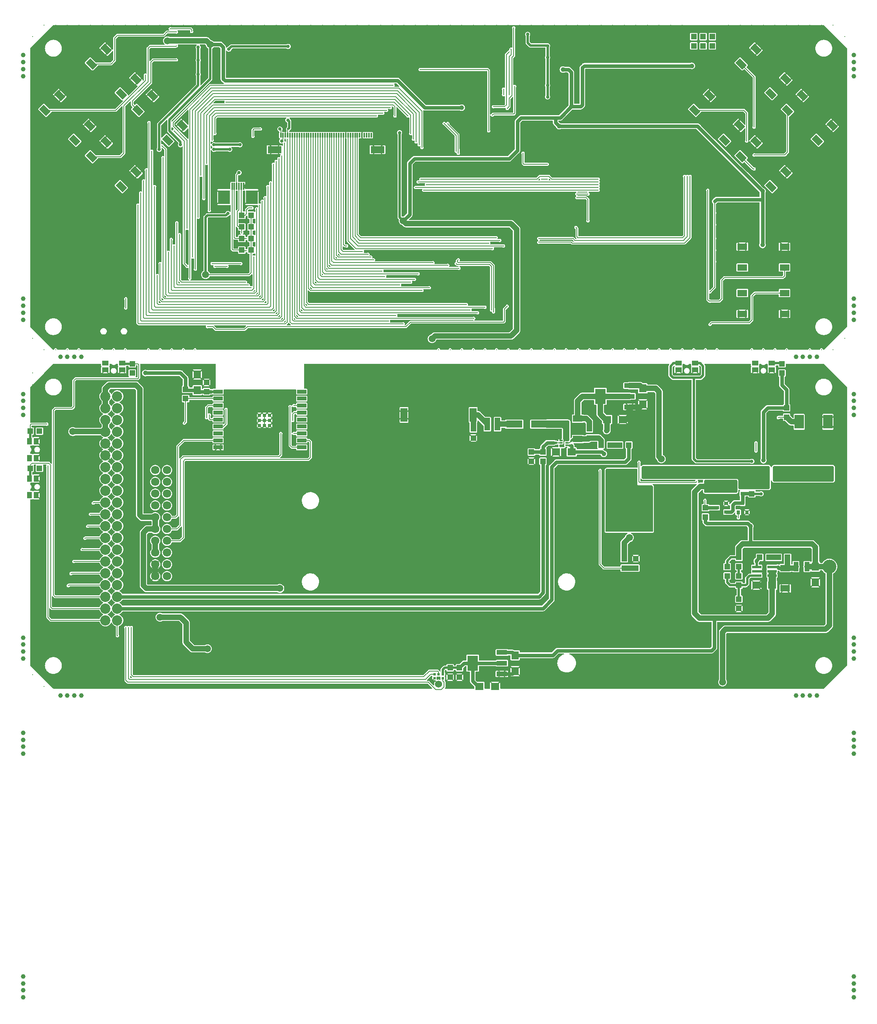
<source format=gtl>
G04 #@! TF.GenerationSoftware,KiCad,Pcbnew,7.0.8*
G04 #@! TF.CreationDate,2023-11-01T09:31:03+09:00*
G04 #@! TF.ProjectId,a5d27_handheld_console_pcb,61356432-375f-4686-916e-6468656c645f,rev?*
G04 #@! TF.SameCoordinates,Original*
G04 #@! TF.FileFunction,Copper,L1,Top*
G04 #@! TF.FilePolarity,Positive*
%FSLAX46Y46*%
G04 Gerber Fmt 4.6, Leading zero omitted, Abs format (unit mm)*
G04 Created by KiCad (PCBNEW 7.0.8) date 2023-11-01 09:31:03*
%MOMM*%
%LPD*%
G01*
G04 APERTURE LIST*
G04 Aperture macros list*
%AMRotRect*
0 Rectangle, with rotation*
0 The origin of the aperture is its center*
0 $1 length*
0 $2 width*
0 $3 Rotation angle, in degrees counterclockwise*
0 Add horizontal line*
21,1,$1,$2,0,0,$3*%
G04 Aperture macros list end*
G04 #@! TA.AperFunction,SMDPad,CuDef*
%ADD10R,1.200000X1.200000*%
G04 #@! TD*
G04 #@! TA.AperFunction,SMDPad,CuDef*
%ADD11R,0.300000X1.000000*%
G04 #@! TD*
G04 #@! TA.AperFunction,SMDPad,CuDef*
%ADD12R,0.300000X1.500000*%
G04 #@! TD*
G04 #@! TA.AperFunction,SMDPad,CuDef*
%ADD13R,2.500000X3.000000*%
G04 #@! TD*
G04 #@! TA.AperFunction,SMDPad,CuDef*
%ADD14R,3.000000X1.500000*%
G04 #@! TD*
G04 #@! TA.AperFunction,ComponentPad*
%ADD15C,2.200000*%
G04 #@! TD*
G04 #@! TA.AperFunction,SMDPad,CuDef*
%ADD16R,1.400000X1.050000*%
G04 #@! TD*
G04 #@! TA.AperFunction,SMDPad,CuDef*
%ADD17RotRect,1.400000X2.100000X45.000000*%
G04 #@! TD*
G04 #@! TA.AperFunction,SMDPad,CuDef*
%ADD18R,0.900000X0.800000*%
G04 #@! TD*
G04 #@! TA.AperFunction,SMDPad,CuDef*
%ADD19R,2.100000X1.400000*%
G04 #@! TD*
G04 #@! TA.AperFunction,SMDPad,CuDef*
%ADD20R,1.600000X1.800000*%
G04 #@! TD*
G04 #@! TA.AperFunction,SMDPad,CuDef*
%ADD21R,3.500000X1.600000*%
G04 #@! TD*
G04 #@! TA.AperFunction,SMDPad,CuDef*
%ADD22R,0.670000X0.300000*%
G04 #@! TD*
G04 #@! TA.AperFunction,SMDPad,CuDef*
%ADD23R,1.800000X1.600000*%
G04 #@! TD*
G04 #@! TA.AperFunction,SMDPad,CuDef*
%ADD24R,2.500000X1.700000*%
G04 #@! TD*
G04 #@! TA.AperFunction,SMDPad,CuDef*
%ADD25R,1.200000X2.700000*%
G04 #@! TD*
G04 #@! TA.AperFunction,SMDPad,CuDef*
%ADD26R,2.000000X3.000000*%
G04 #@! TD*
G04 #@! TA.AperFunction,SMDPad,CuDef*
%ADD27R,2.300000X1.000000*%
G04 #@! TD*
G04 #@! TA.AperFunction,SMDPad,CuDef*
%ADD28R,2.300000X3.300000*%
G04 #@! TD*
G04 #@! TA.AperFunction,SMDPad,CuDef*
%ADD29R,1.050000X1.400000*%
G04 #@! TD*
G04 #@! TA.AperFunction,SMDPad,CuDef*
%ADD30R,0.800000X0.900000*%
G04 #@! TD*
G04 #@! TA.AperFunction,ComponentPad*
%ADD31C,1.800000*%
G04 #@! TD*
G04 #@! TA.AperFunction,SMDPad,CuDef*
%ADD32R,2.000000X0.500000*%
G04 #@! TD*
G04 #@! TA.AperFunction,SMDPad,CuDef*
%ADD33R,1.500000X3.000000*%
G04 #@! TD*
G04 #@! TA.AperFunction,SMDPad,CuDef*
%ADD34R,1.100000X2.000000*%
G04 #@! TD*
G04 #@! TA.AperFunction,SMDPad,CuDef*
%ADD35R,0.600000X0.522000*%
G04 #@! TD*
G04 #@! TA.AperFunction,ComponentPad*
%ADD36C,1.524000*%
G04 #@! TD*
G04 #@! TA.AperFunction,SMDPad,CuDef*
%ADD37R,2.000000X0.900000*%
G04 #@! TD*
G04 #@! TA.AperFunction,SMDPad,CuDef*
%ADD38R,0.700000X0.700000*%
G04 #@! TD*
G04 #@! TA.AperFunction,SMDPad,CuDef*
%ADD39C,3.000000*%
G04 #@! TD*
G04 #@! TA.AperFunction,ViaPad*
%ADD40C,1.000000*%
G04 #@! TD*
G04 #@! TA.AperFunction,ViaPad*
%ADD41C,0.300000*%
G04 #@! TD*
G04 #@! TA.AperFunction,ViaPad*
%ADD42C,1.500000*%
G04 #@! TD*
G04 #@! TA.AperFunction,ViaPad*
%ADD43C,0.700000*%
G04 #@! TD*
G04 #@! TA.AperFunction,Conductor*
%ADD44C,1.200000*%
G04 #@! TD*
G04 #@! TA.AperFunction,Conductor*
%ADD45C,0.200000*%
G04 #@! TD*
G04 #@! TA.AperFunction,Conductor*
%ADD46C,0.500000*%
G04 #@! TD*
G04 #@! TA.AperFunction,Conductor*
%ADD47C,0.800000*%
G04 #@! TD*
G04 #@! TA.AperFunction,Conductor*
%ADD48C,0.250000*%
G04 #@! TD*
G04 APERTURE END LIST*
D10*
X107680000Y-169140000D03*
X105680000Y-169140000D03*
D11*
X114080000Y-149390000D03*
X114580000Y-149390000D03*
X115080000Y-149390000D03*
X115580000Y-149390000D03*
X116080000Y-149390000D03*
X116580000Y-149390000D03*
X117080000Y-149390000D03*
X117580000Y-149390000D03*
X118080000Y-149390000D03*
X118580000Y-149390000D03*
X119080000Y-149390000D03*
X119580000Y-149390000D03*
X120080000Y-149390000D03*
X120580000Y-149390000D03*
X121080000Y-149390000D03*
X121580000Y-149390000D03*
X122080000Y-149390000D03*
X122580000Y-149390000D03*
X123080000Y-149390000D03*
X123580000Y-149390000D03*
X124080000Y-149390000D03*
X124580000Y-149390000D03*
X125080000Y-149390000D03*
X125580000Y-149390000D03*
X126080000Y-149390000D03*
X126580000Y-149390000D03*
X127080000Y-149390000D03*
X127580000Y-149390000D03*
X128080000Y-149390000D03*
X128580000Y-149390000D03*
X129080000Y-149390000D03*
X129580000Y-149390000D03*
X130080000Y-149390000D03*
X130580000Y-149390000D03*
X131080000Y-149390000D03*
X131580000Y-149390000D03*
X132080000Y-149390000D03*
X132580000Y-149390000D03*
X133080000Y-149390000D03*
X133580000Y-149390000D03*
D12*
X103580000Y-160390000D03*
X104080000Y-160390000D03*
X104580000Y-160390000D03*
X105080000Y-160390000D03*
X105580000Y-160390000D03*
X106080000Y-160390000D03*
D13*
X101830000Y-162715000D03*
X107830000Y-162715000D03*
D14*
X112730000Y-152490000D03*
X134930000Y-152490000D03*
D15*
X76310000Y-205640000D03*
X76310000Y-208180000D03*
X76310000Y-210720000D03*
X76310000Y-213260000D03*
X76310000Y-215800000D03*
X76310000Y-218340000D03*
X76310000Y-220880000D03*
X76310000Y-223420000D03*
X76310000Y-225960000D03*
X76310000Y-228500000D03*
X76310000Y-231040000D03*
X76310000Y-233580000D03*
X76310000Y-236120000D03*
X76310000Y-238660000D03*
X76310000Y-241200000D03*
X76310000Y-243740000D03*
X76310000Y-246280000D03*
X76310000Y-248820000D03*
X76310000Y-251360000D03*
X76310000Y-253900000D03*
X78850000Y-253900000D03*
X78850000Y-251360000D03*
X78850000Y-248820000D03*
X78850000Y-246280000D03*
X78850000Y-243740000D03*
X78850000Y-241200000D03*
X78850000Y-238660000D03*
X78850000Y-236120000D03*
X78850000Y-233580000D03*
X78850000Y-231040000D03*
X78850000Y-228500000D03*
X78850000Y-225960000D03*
X78850000Y-223420000D03*
X78850000Y-220880000D03*
X78850000Y-218340000D03*
X78850000Y-215800000D03*
X78850000Y-213260000D03*
X78850000Y-210720000D03*
X78850000Y-208180000D03*
X78850000Y-205640000D03*
D10*
X107680000Y-171640000D03*
X105680000Y-171640000D03*
X155580000Y-212640000D03*
X155580000Y-214640000D03*
D16*
X79880000Y-199965000D03*
X76280000Y-199965000D03*
X79880000Y-198515000D03*
X76280000Y-198515000D03*
D17*
X209706346Y-150448326D03*
X203271674Y-144013654D03*
X212888326Y-147266346D03*
X206453654Y-140831674D03*
D18*
X208080000Y-229640000D03*
X210080000Y-230590000D03*
X210080000Y-228690000D03*
D19*
X222630000Y-177890000D03*
X213530000Y-177890000D03*
X222630000Y-173390000D03*
X213530000Y-173390000D03*
D20*
X164580000Y-261440000D03*
X164580000Y-264840000D03*
D21*
X169780000Y-211640000D03*
X164380000Y-211640000D03*
D10*
X219280000Y-240340000D03*
X217280000Y-240340000D03*
D22*
X175715000Y-215140000D03*
X174445000Y-216140000D03*
X174445000Y-215640000D03*
X175715000Y-215640000D03*
X174445000Y-215140000D03*
X175715000Y-216140000D03*
D10*
X207080000Y-130140000D03*
X207080000Y-128140000D03*
D23*
X219980000Y-246340000D03*
X216580000Y-246340000D03*
D24*
X221580000Y-222140000D03*
X217580000Y-222140000D03*
D25*
X160780000Y-211640000D03*
X158580000Y-211640000D03*
D10*
X152580000Y-266140000D03*
X152580000Y-264140000D03*
D19*
X178080000Y-214840000D03*
X178080000Y-210440000D03*
D26*
X231980000Y-222140000D03*
X225780000Y-222140000D03*
X231980000Y-211140000D03*
X225780000Y-211140000D03*
D17*
X79706346Y-140448326D03*
X73271674Y-134013654D03*
X82888326Y-137266346D03*
X76453654Y-130831674D03*
D27*
X161730000Y-265440000D03*
X161730000Y-263140000D03*
X161730000Y-260840000D03*
D28*
X155430000Y-263140000D03*
D23*
X176780000Y-217640000D03*
X173380000Y-217640000D03*
D19*
X222630000Y-187890000D03*
X213530000Y-187890000D03*
X222630000Y-183390000D03*
X213530000Y-183390000D03*
D27*
X189230000Y-207940000D03*
X189230000Y-205640000D03*
X189230000Y-203340000D03*
D28*
X182930000Y-205640000D03*
D17*
X219706346Y-160448326D03*
X213271674Y-154013654D03*
X222888326Y-157266346D03*
X216453654Y-150831674D03*
D10*
X223080000Y-208140000D03*
X223080000Y-210140000D03*
X212780000Y-251340000D03*
X212780000Y-249340000D03*
D20*
X96080000Y-204340000D03*
X96080000Y-200940000D03*
D29*
X61405000Y-223340000D03*
X61405000Y-226940000D03*
X59955000Y-223340000D03*
X59955000Y-226940000D03*
D17*
X79706346Y-160448326D03*
X73271674Y-154013654D03*
X82888326Y-157266346D03*
X76453654Y-150831674D03*
X229706346Y-150448326D03*
X223271674Y-144013654D03*
X232888326Y-147266346D03*
X226453654Y-140831674D03*
D30*
X213580000Y-228640000D03*
X212630000Y-230640000D03*
X214530000Y-230640000D03*
D17*
X89706346Y-150448326D03*
X83271674Y-144013654D03*
X92888326Y-147266346D03*
X86453654Y-140831674D03*
D20*
X229280000Y-242340000D03*
X229280000Y-245740000D03*
D10*
X107680000Y-174140000D03*
X105680000Y-174140000D03*
X212780000Y-246340000D03*
X212780000Y-244340000D03*
X212780000Y-242340000D03*
X212780000Y-240340000D03*
D17*
X219706346Y-140448326D03*
X213271674Y-134013654D03*
X222888326Y-137266346D03*
X216453654Y-130831674D03*
D10*
X60080000Y-213140000D03*
X62080000Y-213140000D03*
D19*
X222780000Y-247040000D03*
X222780000Y-242640000D03*
D10*
X170580000Y-217640000D03*
X170580000Y-219640000D03*
X188080000Y-240640000D03*
X188080000Y-242640000D03*
X183080000Y-216140000D03*
X185080000Y-216140000D03*
D31*
X89580000Y-244410000D03*
X89580000Y-241870000D03*
X89580000Y-239330000D03*
X89580000Y-236790000D03*
X89580000Y-234250000D03*
X89580000Y-231710000D03*
X89580000Y-229170000D03*
X89580000Y-226630000D03*
X89580000Y-224090000D03*
X89580000Y-221550000D03*
X87040000Y-221550000D03*
X87040000Y-224090000D03*
X87040000Y-226630000D03*
X87040000Y-229170000D03*
X87040000Y-231710000D03*
X87040000Y-234250000D03*
X87040000Y-236790000D03*
X87040000Y-239330000D03*
X87040000Y-241870000D03*
X87040000Y-244410000D03*
D10*
X210280000Y-244340000D03*
X210280000Y-242340000D03*
D20*
X192080000Y-203940000D03*
X192080000Y-207340000D03*
D10*
X93580000Y-204140000D03*
X93580000Y-206140000D03*
X215580000Y-226640000D03*
X215580000Y-224640000D03*
D18*
X211580000Y-225640000D03*
X213580000Y-226590000D03*
X213580000Y-224690000D03*
D10*
X107680000Y-166640000D03*
X105680000Y-166640000D03*
D17*
X69706346Y-150448326D03*
X63271674Y-144013654D03*
X72888326Y-147266346D03*
X66453654Y-140831674D03*
D32*
X219930000Y-244290000D03*
X219930000Y-243340000D03*
X219930000Y-242390000D03*
X216630000Y-242390000D03*
X216630000Y-243340000D03*
X216630000Y-244290000D03*
D10*
X190580000Y-242640000D03*
X190580000Y-240640000D03*
X98080000Y-202640000D03*
X98080000Y-204640000D03*
X150580000Y-266140000D03*
X150580000Y-264140000D03*
D33*
X155530000Y-209640000D03*
X140630000Y-209640000D03*
D10*
X203080000Y-130140000D03*
X203080000Y-128140000D03*
D16*
X219880000Y-199965000D03*
X216280000Y-199965000D03*
X219880000Y-198515000D03*
X216280000Y-198515000D03*
X203380000Y-199965000D03*
X199780000Y-199965000D03*
X203380000Y-198515000D03*
X199780000Y-198515000D03*
D10*
X60080000Y-221140000D03*
X62080000Y-221140000D03*
X223280000Y-240340000D03*
X221280000Y-240340000D03*
D29*
X61405000Y-215340000D03*
X61405000Y-218940000D03*
X59955000Y-215340000D03*
X59955000Y-218940000D03*
D34*
X225080000Y-242340000D03*
X227480000Y-242340000D03*
D10*
X168080000Y-217640000D03*
X168080000Y-219640000D03*
D35*
X147180000Y-265566000D03*
X147180000Y-266388000D03*
D36*
X148080000Y-267640000D03*
D35*
X148980000Y-266388000D03*
X148980000Y-265566000D03*
X148080000Y-265566000D03*
D23*
X184380000Y-210640000D03*
X187780000Y-210640000D03*
D10*
X205580000Y-229640000D03*
X205580000Y-231640000D03*
D37*
X100580000Y-204640000D03*
X100580000Y-206140000D03*
X100580000Y-207640000D03*
X100580000Y-209140000D03*
X100580000Y-210640000D03*
X100580000Y-212140000D03*
X100580000Y-213640000D03*
X100580000Y-215140000D03*
X100580000Y-216640000D03*
X118580000Y-216640000D03*
X118580000Y-215140000D03*
X118580000Y-213640000D03*
X118580000Y-212140000D03*
X118580000Y-210640000D03*
X118580000Y-209140000D03*
X118580000Y-207640000D03*
X118580000Y-206140000D03*
X118580000Y-204640000D03*
D38*
X109480000Y-209740000D03*
X109480000Y-210840000D03*
X109480000Y-211940000D03*
X110580000Y-209740000D03*
X110580000Y-210840000D03*
X110580000Y-211940000D03*
X111680000Y-209740000D03*
X111680000Y-210840000D03*
X111680000Y-211940000D03*
D10*
X205080000Y-130140000D03*
X205080000Y-128140000D03*
X187080000Y-216140000D03*
X189080000Y-216140000D03*
X180580000Y-212640000D03*
X180580000Y-214640000D03*
D23*
X156880000Y-268140000D03*
X160280000Y-268140000D03*
D10*
X82080000Y-198640000D03*
X82080000Y-200640000D03*
X222080000Y-198640000D03*
X222080000Y-200640000D03*
D39*
X232280000Y-242340000D03*
D24*
X189580000Y-222140000D03*
X193580000Y-222140000D03*
D40*
X68080000Y-197140000D03*
X58580000Y-257640000D03*
X237580000Y-205140000D03*
X237580000Y-257640000D03*
D41*
X188080000Y-195640000D03*
D40*
X58580000Y-262140000D03*
D41*
X208080000Y-195640000D03*
X95580000Y-195640000D03*
X160580000Y-195640000D03*
D40*
X58580000Y-135140000D03*
D41*
X153080000Y-195640000D03*
D40*
X58580000Y-136640000D03*
D41*
X60580000Y-193140000D03*
D40*
X229580000Y-197140000D03*
X58580000Y-333640000D03*
D41*
X233080000Y-195640000D03*
X235580000Y-128140000D03*
D40*
X237580000Y-281140000D03*
D41*
X150580000Y-195640000D03*
X148080000Y-195640000D03*
X233080000Y-125640000D03*
D40*
X58580000Y-184640000D03*
X58580000Y-259140000D03*
D41*
X185580000Y-195640000D03*
X230580000Y-195640000D03*
X78080000Y-195640000D03*
D40*
X237580000Y-189140000D03*
D41*
X63080000Y-268140000D03*
X155580000Y-195640000D03*
X183080000Y-195640000D03*
X70580000Y-195640000D03*
D40*
X58580000Y-208140000D03*
D41*
X175580000Y-195640000D03*
X178080000Y-195640000D03*
D40*
X237580000Y-279640000D03*
X58580000Y-187640000D03*
D41*
X68080000Y-195640000D03*
D40*
X229580000Y-270140000D03*
X237580000Y-332140000D03*
D41*
X228080000Y-195640000D03*
D40*
X228080000Y-270140000D03*
D41*
X170580000Y-195640000D03*
D40*
X237580000Y-132140000D03*
D41*
X158080000Y-195640000D03*
X215580000Y-195640000D03*
D40*
X58580000Y-281140000D03*
X228080000Y-197140000D03*
D41*
X75580000Y-195640000D03*
D40*
X58580000Y-186140000D03*
D41*
X93080000Y-195640000D03*
D40*
X237580000Y-206640000D03*
X225080000Y-197140000D03*
X58580000Y-282640000D03*
D41*
X168080000Y-195640000D03*
X165580000Y-195640000D03*
X90580000Y-195640000D03*
D40*
X58580000Y-133640000D03*
D41*
X183080000Y-195640000D03*
X60580000Y-265640000D03*
D40*
X66580000Y-270140000D03*
X237580000Y-133640000D03*
X237580000Y-330640000D03*
X69580000Y-197140000D03*
X69580000Y-270140000D03*
X237580000Y-135140000D03*
D41*
X203080000Y-195640000D03*
X173080000Y-195640000D03*
D40*
X225080000Y-270140000D03*
X58580000Y-278140000D03*
X58580000Y-132140000D03*
X237580000Y-187640000D03*
X237580000Y-278140000D03*
D41*
X223080000Y-195640000D03*
D40*
X71080000Y-270140000D03*
X237580000Y-259140000D03*
X58580000Y-330640000D03*
D41*
X203080000Y-195640000D03*
D40*
X237580000Y-282640000D03*
X237580000Y-260640000D03*
D41*
X193080000Y-195640000D03*
X198080000Y-195640000D03*
X80580000Y-195640000D03*
X200580000Y-195640000D03*
D40*
X58580000Y-189140000D03*
X237580000Y-335140000D03*
D41*
X218080000Y-195640000D03*
D40*
X237580000Y-262140000D03*
D41*
X60580000Y-200640000D03*
X235580000Y-193140000D03*
D40*
X68080000Y-270140000D03*
X237580000Y-184640000D03*
X58580000Y-260640000D03*
X58580000Y-209640000D03*
D41*
X85580000Y-195640000D03*
D40*
X237580000Y-333640000D03*
X58580000Y-332140000D03*
D41*
X190580000Y-195640000D03*
X205580000Y-195640000D03*
D40*
X237580000Y-209640000D03*
D41*
X63080000Y-195640000D03*
D40*
X58580000Y-279640000D03*
D41*
X60580000Y-128140000D03*
X63080000Y-125640000D03*
D40*
X237580000Y-186140000D03*
X71080000Y-197140000D03*
X58580000Y-206640000D03*
D41*
X88080000Y-195640000D03*
D40*
X58580000Y-335140000D03*
D41*
X65580000Y-195640000D03*
D40*
X237580000Y-136640000D03*
D41*
X170580000Y-195640000D03*
D40*
X226580000Y-270140000D03*
X58580000Y-205140000D03*
X66580000Y-197140000D03*
X237580000Y-208140000D03*
D41*
X180580000Y-195640000D03*
X163080000Y-195640000D03*
X195580000Y-195640000D03*
X220580000Y-195640000D03*
D40*
X226580000Y-197140000D03*
D42*
X189180000Y-236090000D03*
D40*
X190680000Y-231640000D03*
X186480000Y-231640000D03*
X193480000Y-231640000D03*
X185080000Y-231640000D03*
X189280000Y-231640000D03*
X187880000Y-231640000D03*
X192080000Y-231640000D03*
D41*
X80680000Y-184640000D03*
X80680000Y-186640000D03*
X138280000Y-138640000D03*
X93880000Y-169440000D03*
D43*
X114280000Y-150640000D03*
D41*
X162880000Y-143640000D03*
X164280000Y-126240000D03*
D43*
X171580000Y-138640000D03*
X167280000Y-127640000D03*
X171580000Y-132640000D03*
X171580000Y-130140000D03*
X171580000Y-141140000D03*
D41*
X205080000Y-130140000D03*
X203080000Y-128140000D03*
X207080000Y-130140000D03*
X205080000Y-128140000D03*
X207080000Y-128140000D03*
X95680000Y-178240000D03*
X143280000Y-150840000D03*
X143880000Y-151440000D03*
X95080000Y-175640000D03*
X91080000Y-173240000D03*
X107680000Y-182240000D03*
X106480000Y-181040000D03*
X92280000Y-170840000D03*
X91680000Y-168240000D03*
X107080000Y-181640000D03*
X85680000Y-146640000D03*
X113080000Y-155040000D03*
X134680000Y-145240000D03*
X99880000Y-149040000D03*
X108280000Y-175640000D03*
X90480000Y-171840000D03*
X89880000Y-174640000D03*
X108880000Y-165240000D03*
X88480000Y-151640000D03*
X109480000Y-164440000D03*
X110080000Y-163640000D03*
X88680000Y-154240000D03*
X203080000Y-130140000D03*
X142680000Y-150240000D03*
X96280000Y-167040000D03*
X113680000Y-154440000D03*
X85080000Y-156840000D03*
X114280000Y-153840000D03*
X84480000Y-159240000D03*
X114880000Y-151040000D03*
X83880000Y-161840000D03*
X115480000Y-150240000D03*
X83280000Y-164440000D03*
X88080000Y-177040000D03*
X110680000Y-162840000D03*
X212680000Y-231840000D03*
X216480000Y-217440000D03*
X216480000Y-215640000D03*
X203680000Y-224040000D03*
X205480000Y-228040000D03*
X191280000Y-219840000D03*
X87480000Y-179640000D03*
X111280000Y-160440000D03*
X94480000Y-180240000D03*
X144480000Y-152040000D03*
X222080000Y-198640000D03*
X68280000Y-246440000D03*
X73680000Y-228640000D03*
X69480000Y-241240000D03*
X221280000Y-210240000D03*
X152329500Y-176240000D03*
X152329500Y-153286769D03*
X150080000Y-146840000D03*
X159929500Y-187440000D03*
X151880000Y-177040000D03*
X149280000Y-146840000D03*
X151880000Y-152840000D03*
X159480000Y-187040000D03*
X80680000Y-255440000D03*
X81280000Y-255440000D03*
X177880000Y-162840000D03*
X180280000Y-167840000D03*
X177880000Y-162040000D03*
X180280000Y-162040000D03*
X170280000Y-158840000D03*
X171480000Y-158840000D03*
X166280000Y-153240000D03*
X171480000Y-155640000D03*
X81880000Y-255440000D03*
X140480000Y-190040000D03*
X137280000Y-189440000D03*
X155680000Y-188840000D03*
X138880000Y-188240000D03*
X156480000Y-187640000D03*
X154880000Y-187040000D03*
X158080000Y-186440000D03*
X154080000Y-185840000D03*
X144480000Y-182840000D03*
X146080000Y-182240000D03*
X139680000Y-181640000D03*
X142080000Y-181040000D03*
X142880000Y-180440000D03*
X136480000Y-179840000D03*
X143680000Y-179240000D03*
X135880000Y-178640000D03*
X152480000Y-178040000D03*
X150080000Y-177440000D03*
X146880000Y-176840000D03*
X134080000Y-176240000D03*
X133480000Y-175640000D03*
X132880000Y-175040000D03*
X131680000Y-174440000D03*
X128280000Y-173240000D03*
X159680000Y-173840000D03*
X162080000Y-173240000D03*
X158880000Y-172640000D03*
X161280000Y-172040000D03*
X160480000Y-171440000D03*
X136880000Y-144040000D03*
X98680000Y-165640000D03*
X138680000Y-145240000D03*
X97480000Y-163040000D03*
X111880000Y-159640000D03*
X86880000Y-160440000D03*
X96880000Y-158040000D03*
X142080000Y-149040000D03*
X98080000Y-155440000D03*
X137680000Y-143440000D03*
X86280000Y-152840000D03*
X112480000Y-155640000D03*
X99280000Y-150440000D03*
X136080000Y-144640000D03*
X201080000Y-158240000D03*
X177680000Y-169240000D03*
X169680000Y-171640000D03*
X201680000Y-158240000D03*
X202280000Y-158240000D03*
X169680000Y-172440000D03*
X98280000Y-190640000D03*
X162880000Y-186240000D03*
X73080000Y-231040000D03*
X72480000Y-233640000D03*
X71880000Y-236240000D03*
X71280000Y-238640000D03*
X91580000Y-127140000D03*
X91580000Y-130140000D03*
X91580000Y-133140000D03*
X99880000Y-177640000D03*
X102480000Y-177640000D03*
X105480000Y-177040000D03*
X99280000Y-177040000D03*
X84880000Y-136440000D03*
X91080000Y-148440000D03*
X93880000Y-177640000D03*
X163680000Y-130840000D03*
X163280000Y-140640000D03*
X163280000Y-131440000D03*
X159880000Y-143240000D03*
X182480000Y-158840000D03*
X216080000Y-147640000D03*
X144280000Y-158840000D03*
X159680000Y-145040000D03*
X164480000Y-138840000D03*
X143680000Y-159440000D03*
X214480000Y-150640000D03*
X182480000Y-159440000D03*
X162080000Y-140640000D03*
X162080000Y-139440000D03*
X182480000Y-160040000D03*
X145480000Y-160040000D03*
X216080000Y-153640000D03*
X216080000Y-156640000D03*
X143080000Y-160640000D03*
X182480000Y-160640000D03*
X206080000Y-161240000D03*
X182480000Y-161240000D03*
X144880000Y-161240000D03*
X206580000Y-185140000D03*
X206580000Y-190140000D03*
X68880000Y-243840000D03*
X182880000Y-221640000D03*
X63880000Y-220640000D03*
X63680000Y-211640000D03*
X78880000Y-257240000D03*
D43*
X113880000Y-148040000D03*
D41*
X93280000Y-211440000D03*
X116680000Y-210840000D03*
X98080000Y-210240000D03*
X98680000Y-209640000D03*
X116880000Y-207640000D03*
X102280000Y-208440000D03*
X116080000Y-207840000D03*
D43*
X217580000Y-226640000D03*
X215580000Y-219640000D03*
D41*
X107880000Y-165040000D03*
X105680000Y-170440000D03*
X141480000Y-145240000D03*
X102280000Y-142240000D03*
X106680000Y-174240000D03*
X106680000Y-171640000D03*
X116880000Y-213640000D03*
X114080000Y-213640000D03*
X158880000Y-148440000D03*
X144080000Y-135240000D03*
X153080000Y-225640000D03*
X205580000Y-245640000D03*
X155580000Y-238140000D03*
X220580000Y-233140000D03*
X133080000Y-233140000D03*
X150580000Y-230640000D03*
X223080000Y-218140000D03*
X223080000Y-258140000D03*
X193080000Y-213140000D03*
X213080000Y-265640000D03*
X230580000Y-253140000D03*
X100580000Y-235640000D03*
X140580000Y-235640000D03*
X205580000Y-240640000D03*
X160580000Y-240640000D03*
X128080000Y-263140000D03*
X230580000Y-250640000D03*
X175580000Y-208140000D03*
X123080000Y-235640000D03*
X115580000Y-268140000D03*
X108080000Y-225640000D03*
X198080000Y-235640000D03*
X100580000Y-245640000D03*
X110580000Y-228140000D03*
X148080000Y-253140000D03*
X75580000Y-265640000D03*
X85580000Y-205640000D03*
X193080000Y-210640000D03*
X155580000Y-223140000D03*
X213080000Y-208140000D03*
X200580000Y-255640000D03*
X130580000Y-215640000D03*
X148080000Y-233140000D03*
X80580000Y-238140000D03*
X68080000Y-230640000D03*
X165580000Y-245640000D03*
X153080000Y-210640000D03*
X73080000Y-210640000D03*
X65580000Y-238140000D03*
X175580000Y-238140000D03*
X225580000Y-248140000D03*
X215580000Y-268140000D03*
X188080000Y-248140000D03*
X168080000Y-240640000D03*
X190580000Y-200640000D03*
X108080000Y-263140000D03*
X150580000Y-268140000D03*
X90580000Y-215640000D03*
X90580000Y-203140000D03*
X140580000Y-228140000D03*
X135580000Y-253140000D03*
X225580000Y-225640000D03*
X170580000Y-208140000D03*
X233080000Y-203140000D03*
X180580000Y-265640000D03*
X168080000Y-265640000D03*
X213080000Y-200640000D03*
X128080000Y-253140000D03*
X199780000Y-199965000D03*
X148080000Y-245640000D03*
X145580000Y-260640000D03*
X123080000Y-243140000D03*
X113080000Y-255640000D03*
X215580000Y-240640000D03*
X198080000Y-250640000D03*
X180580000Y-250640000D03*
X175580000Y-258140000D03*
X210580000Y-213140000D03*
X60580000Y-248140000D03*
X125580000Y-228140000D03*
X163080000Y-205640000D03*
X135580000Y-245640000D03*
X133080000Y-263140000D03*
X223080000Y-268140000D03*
X110580000Y-215640000D03*
X210580000Y-265640000D03*
X115580000Y-233140000D03*
X195580000Y-240640000D03*
X135580000Y-215640000D03*
X165580000Y-230640000D03*
X143080000Y-255640000D03*
X228080000Y-233140000D03*
X120580000Y-225640000D03*
X215580000Y-248140000D03*
X198080000Y-213140000D03*
X158080000Y-240640000D03*
X118080000Y-255640000D03*
X135580000Y-268140000D03*
X150580000Y-200640000D03*
X125580000Y-203140000D03*
X205580000Y-203140000D03*
X175580000Y-240640000D03*
X98080000Y-218140000D03*
X128080000Y-215640000D03*
X110580000Y-225640000D03*
X175580000Y-255640000D03*
X68080000Y-243140000D03*
X133080000Y-223140000D03*
X193080000Y-245640000D03*
X130580000Y-263140000D03*
X215580000Y-218140000D03*
X140580000Y-230640000D03*
X195580000Y-230640000D03*
X125580000Y-230640000D03*
X83080000Y-240640000D03*
X118080000Y-233140000D03*
X225580000Y-205640000D03*
X68080000Y-223140000D03*
X200580000Y-230640000D03*
X235580000Y-213140000D03*
X190580000Y-210640000D03*
X180580000Y-240640000D03*
X85580000Y-228140000D03*
X183080000Y-245640000D03*
X198080000Y-258140000D03*
X63080000Y-248140000D03*
X135580000Y-255640000D03*
X178080000Y-200640000D03*
X160580000Y-205640000D03*
X140580000Y-218140000D03*
X198080000Y-263140000D03*
X230580000Y-258140000D03*
X60580000Y-203140000D03*
X120580000Y-213140000D03*
X123080000Y-218140000D03*
X100580000Y-240640000D03*
X163080000Y-268140000D03*
X180580000Y-228140000D03*
X233080000Y-240640000D03*
X63080000Y-208140000D03*
X133080000Y-228140000D03*
X230580000Y-235640000D03*
X60580000Y-238140000D03*
X185580000Y-213140000D03*
X150580000Y-203140000D03*
X78080000Y-263140000D03*
X193080000Y-250640000D03*
X158080000Y-253140000D03*
X195580000Y-253140000D03*
X168080000Y-225640000D03*
X118080000Y-223140000D03*
X143080000Y-208140000D03*
X68080000Y-245640000D03*
X230580000Y-200640000D03*
X78080000Y-265640000D03*
X153080000Y-205640000D03*
X143080000Y-223140000D03*
X148080000Y-200640000D03*
X205580000Y-235640000D03*
X225580000Y-208140000D03*
X223080000Y-265640000D03*
X158080000Y-228140000D03*
X223080000Y-260640000D03*
X193080000Y-263140000D03*
X178080000Y-230640000D03*
X198080000Y-253140000D03*
X135580000Y-200640000D03*
X205580000Y-265640000D03*
X165580000Y-238140000D03*
X140580000Y-260640000D03*
X98080000Y-243140000D03*
X183080000Y-258140000D03*
X188080000Y-265640000D03*
X153080000Y-260640000D03*
X228080000Y-253140000D03*
X70580000Y-215640000D03*
X153080000Y-203140000D03*
X158080000Y-260640000D03*
X228080000Y-265640000D03*
X225580000Y-218140000D03*
X143080000Y-218140000D03*
X143080000Y-233140000D03*
X98080000Y-223140000D03*
X123080000Y-203140000D03*
X68080000Y-263140000D03*
X88080000Y-268140000D03*
X168080000Y-200640000D03*
X128080000Y-225640000D03*
X145580000Y-228140000D03*
X148080000Y-230640000D03*
X128080000Y-235640000D03*
X95580000Y-263140000D03*
X90580000Y-205640000D03*
X208080000Y-238140000D03*
X118080000Y-263140000D03*
X123080000Y-208140000D03*
X150580000Y-228140000D03*
X158080000Y-205640000D03*
X138080000Y-228140000D03*
X133080000Y-235640000D03*
X123080000Y-255640000D03*
X148080000Y-260640000D03*
X225580000Y-265640000D03*
X148080000Y-228140000D03*
X160580000Y-218140000D03*
X233080000Y-228140000D03*
X113080000Y-240640000D03*
X205580000Y-248140000D03*
X153080000Y-245640000D03*
X218080000Y-205640000D03*
X63080000Y-260640000D03*
X210580000Y-258140000D03*
X158080000Y-215640000D03*
X195580000Y-228140000D03*
X163080000Y-245640000D03*
X98080000Y-200640000D03*
X173080000Y-253140000D03*
X205580000Y-205640000D03*
X103080000Y-213140000D03*
X125580000Y-245640000D03*
X125580000Y-215640000D03*
X200580000Y-243140000D03*
X63080000Y-240640000D03*
X225580000Y-258140000D03*
X63080000Y-263140000D03*
X65580000Y-255640000D03*
X213080000Y-208140000D03*
X155580000Y-203140000D03*
X150580000Y-240640000D03*
X230580000Y-215640000D03*
X135580000Y-218140000D03*
X133080000Y-243140000D03*
X83080000Y-263140000D03*
X210580000Y-250640000D03*
X128080000Y-223140000D03*
X138080000Y-263140000D03*
X140580000Y-225640000D03*
X138080000Y-260640000D03*
X113080000Y-253140000D03*
X200580000Y-263140000D03*
X73080000Y-268140000D03*
X208080000Y-235640000D03*
X153080000Y-243140000D03*
X223080000Y-218140000D03*
X198080000Y-248140000D03*
X233080000Y-235640000D03*
X228080000Y-210640000D03*
X145580000Y-238140000D03*
X135580000Y-223140000D03*
X133080000Y-245640000D03*
X125580000Y-240640000D03*
X235580000Y-245640000D03*
X133080000Y-210640000D03*
X233080000Y-263140000D03*
X60580000Y-255640000D03*
X175580000Y-240640000D03*
X118080000Y-243140000D03*
X168080000Y-228140000D03*
X133080000Y-215640000D03*
X85580000Y-218140000D03*
X168080000Y-230640000D03*
X168080000Y-238140000D03*
X108080000Y-213140000D03*
X220580000Y-228140000D03*
X180580000Y-263140000D03*
X113080000Y-218140000D03*
X133080000Y-218140000D03*
X180580000Y-248140000D03*
X145580000Y-223140000D03*
X200580000Y-243140000D03*
X190580000Y-218140000D03*
X223080000Y-230640000D03*
X215580000Y-208140000D03*
X210580000Y-208140000D03*
X105580000Y-268140000D03*
X113080000Y-225640000D03*
X165580000Y-223140000D03*
X155580000Y-245640000D03*
X138080000Y-200640000D03*
X225580000Y-253140000D03*
X85580000Y-268140000D03*
X63080000Y-243140000D03*
X158080000Y-225640000D03*
X135580000Y-260640000D03*
X65580000Y-230640000D03*
X215580000Y-205640000D03*
X205580000Y-255640000D03*
X173080000Y-203140000D03*
X158080000Y-218140000D03*
X228080000Y-213140000D03*
X228080000Y-258140000D03*
X150580000Y-235640000D03*
X175580000Y-250640000D03*
X173080000Y-265640000D03*
X60580000Y-210640000D03*
X165580000Y-268140000D03*
X153080000Y-233140000D03*
X125580000Y-253140000D03*
X68080000Y-268140000D03*
X150580000Y-225640000D03*
X178080000Y-253140000D03*
X123080000Y-260640000D03*
X60580000Y-253140000D03*
X183080000Y-243140000D03*
X133080000Y-203140000D03*
X195580000Y-258140000D03*
X165580000Y-203140000D03*
X153080000Y-238140000D03*
X190580000Y-250640000D03*
X120580000Y-230640000D03*
X143080000Y-228140000D03*
X215580000Y-210640000D03*
X193080000Y-240640000D03*
X113080000Y-225640000D03*
X163080000Y-218140000D03*
X228080000Y-200640000D03*
X98080000Y-255640000D03*
X123080000Y-253140000D03*
X203080000Y-263140000D03*
X168080000Y-235640000D03*
X133080000Y-205640000D03*
X235580000Y-240640000D03*
X65580000Y-258140000D03*
X60580000Y-243140000D03*
X235580000Y-215640000D03*
X145580000Y-208140000D03*
X225580000Y-235640000D03*
X220580000Y-268140000D03*
X200580000Y-208140000D03*
X195580000Y-255640000D03*
X188080000Y-250640000D03*
X215580000Y-213140000D03*
X208080000Y-243140000D03*
X90580000Y-268140000D03*
X138080000Y-243140000D03*
X98080000Y-235640000D03*
X178080000Y-203140000D03*
X200580000Y-250640000D03*
X63080000Y-233140000D03*
X108080000Y-228140000D03*
X233080000Y-230640000D03*
X146680000Y-267040000D03*
X185580000Y-265640000D03*
X113080000Y-233140000D03*
X223080000Y-235640000D03*
X198080000Y-238140000D03*
X233080000Y-260640000D03*
X190580000Y-263140000D03*
X218080000Y-250640000D03*
X108080000Y-215640000D03*
X225580000Y-250640000D03*
X133080000Y-238140000D03*
X115580000Y-228140000D03*
X230580000Y-240640000D03*
X188080000Y-200640000D03*
X118080000Y-230640000D03*
X155580000Y-230640000D03*
X85580000Y-220640000D03*
X120580000Y-243140000D03*
X173080000Y-250640000D03*
X73080000Y-208140000D03*
X135580000Y-215640000D03*
X225580000Y-230640000D03*
X60580000Y-245640000D03*
X150580000Y-213140000D03*
X118080000Y-225640000D03*
X70580000Y-218140000D03*
X90580000Y-213140000D03*
X133080000Y-255640000D03*
X193080000Y-248140000D03*
X158080000Y-203140000D03*
X68080000Y-238140000D03*
X148080000Y-218140000D03*
X65580000Y-200640000D03*
X180580000Y-245640000D03*
X148080000Y-225640000D03*
X168080000Y-243140000D03*
X135580000Y-243140000D03*
X63080000Y-238140000D03*
X205580000Y-210640000D03*
X138080000Y-253140000D03*
X210580000Y-205640000D03*
X143080000Y-263140000D03*
X100580000Y-230640000D03*
X208080000Y-265640000D03*
X135580000Y-213140000D03*
X173080000Y-200640000D03*
X225580000Y-200640000D03*
X178080000Y-238140000D03*
X165580000Y-228140000D03*
X193080000Y-200640000D03*
X213080000Y-213140000D03*
X88080000Y-215640000D03*
X65580000Y-235640000D03*
X130580000Y-233140000D03*
X113080000Y-243140000D03*
X100580000Y-218140000D03*
X170580000Y-255640000D03*
X175580000Y-228140000D03*
X128080000Y-213140000D03*
X168080000Y-208140000D03*
X165580000Y-215640000D03*
X73080000Y-200640000D03*
X60580000Y-205640000D03*
X120580000Y-205640000D03*
X178080000Y-250640000D03*
X135580000Y-225640000D03*
X128080000Y-200640000D03*
X170580000Y-205640000D03*
X83080000Y-268140000D03*
X133080000Y-208140000D03*
X175580000Y-253140000D03*
X140580000Y-223140000D03*
X105580000Y-218140000D03*
X98080000Y-225640000D03*
X70580000Y-208140000D03*
X100580000Y-228140000D03*
X110580000Y-205640000D03*
X160580000Y-245640000D03*
X160580000Y-223140000D03*
X118080000Y-240640000D03*
X90580000Y-263140000D03*
X235580000Y-258140000D03*
X165580000Y-233140000D03*
X180580000Y-258140000D03*
X218080000Y-258140000D03*
X130580000Y-233140000D03*
X160580000Y-235640000D03*
X113080000Y-215640000D03*
X95580000Y-215640000D03*
X63080000Y-255640000D03*
X63080000Y-245640000D03*
X178080000Y-258140000D03*
X155580000Y-253140000D03*
X228080000Y-203140000D03*
X225580000Y-203140000D03*
X185580000Y-200640000D03*
X73080000Y-265640000D03*
X220580000Y-230640000D03*
X98080000Y-240640000D03*
X233080000Y-208140000D03*
X220580000Y-210640000D03*
X153080000Y-230640000D03*
X108080000Y-223140000D03*
X125580000Y-243140000D03*
X168080000Y-223140000D03*
X180580000Y-235640000D03*
X145580000Y-263140000D03*
X218080000Y-203140000D03*
X228080000Y-245640000D03*
X88080000Y-205640000D03*
X150580000Y-260640000D03*
X235580000Y-230640000D03*
X65580000Y-253140000D03*
X120580000Y-233140000D03*
X146280000Y-266640000D03*
X145580000Y-210640000D03*
X138080000Y-203140000D03*
X148080000Y-223140000D03*
X60580000Y-233140000D03*
X208080000Y-218140000D03*
X125580000Y-223140000D03*
X235580000Y-208140000D03*
X175580000Y-265640000D03*
X213080000Y-268140000D03*
X230580000Y-265640000D03*
X105580000Y-230640000D03*
X208080000Y-240640000D03*
X153080000Y-228140000D03*
X143080000Y-243140000D03*
X75580000Y-263140000D03*
X158080000Y-208140000D03*
X95580000Y-218140000D03*
X200580000Y-210640000D03*
X88080000Y-203140000D03*
X235580000Y-225640000D03*
X228080000Y-250640000D03*
X90580000Y-218140000D03*
X155580000Y-255640000D03*
X135580000Y-263140000D03*
X218080000Y-260640000D03*
X150580000Y-215640000D03*
X230580000Y-213140000D03*
X175580000Y-230640000D03*
X150580000Y-253140000D03*
X103080000Y-223140000D03*
X120580000Y-203140000D03*
X100580000Y-253140000D03*
X125580000Y-200640000D03*
X105580000Y-215640000D03*
X158080000Y-200640000D03*
X130580000Y-230640000D03*
X165580000Y-255640000D03*
X120580000Y-200640000D03*
X140580000Y-225640000D03*
X143080000Y-260640000D03*
X200580000Y-253140000D03*
X225580000Y-215640000D03*
X178080000Y-228140000D03*
X140580000Y-213140000D03*
X168080000Y-263140000D03*
X170580000Y-203140000D03*
X80580000Y-205640000D03*
X110580000Y-268140000D03*
X208080000Y-208140000D03*
X183080000Y-255640000D03*
X100580000Y-268140000D03*
X138080000Y-230640000D03*
X165580000Y-240640000D03*
X63080000Y-250640000D03*
X200580000Y-238140000D03*
X73080000Y-205640000D03*
X115580000Y-205640000D03*
X213080000Y-258140000D03*
X125580000Y-233140000D03*
X130580000Y-260640000D03*
X155580000Y-233140000D03*
X223080000Y-250640000D03*
X68080000Y-203140000D03*
X235580000Y-235640000D03*
X128080000Y-238140000D03*
X63080000Y-243140000D03*
X228080000Y-230640000D03*
X85580000Y-215640000D03*
X150580000Y-238140000D03*
X175580000Y-200640000D03*
X125580000Y-235640000D03*
X98080000Y-233140000D03*
X163080000Y-243140000D03*
X133080000Y-260640000D03*
X138080000Y-213140000D03*
X113080000Y-258140000D03*
X133080000Y-200640000D03*
X198080000Y-205640000D03*
X168080000Y-215640000D03*
X130580000Y-240640000D03*
X138080000Y-238140000D03*
X168080000Y-253140000D03*
X138080000Y-255640000D03*
X128080000Y-240640000D03*
X128080000Y-255640000D03*
X213080000Y-218140000D03*
X165580000Y-208140000D03*
X193080000Y-265640000D03*
X128080000Y-245640000D03*
X123080000Y-240640000D03*
X140580000Y-268140000D03*
X113080000Y-268140000D03*
X223080000Y-253140000D03*
X183080000Y-248140000D03*
X120580000Y-263140000D03*
X220580000Y-265640000D03*
X208080000Y-210640000D03*
X203080000Y-255640000D03*
X125580000Y-255640000D03*
X125580000Y-238140000D03*
X235580000Y-255640000D03*
X208080000Y-203140000D03*
X120580000Y-268140000D03*
X153080000Y-215640000D03*
X160580000Y-215640000D03*
X128080000Y-243140000D03*
X93080000Y-263140000D03*
X163080000Y-233140000D03*
X140580000Y-253140000D03*
X198080000Y-258140000D03*
X108080000Y-205640000D03*
X168080000Y-205640000D03*
X65580000Y-233140000D03*
X128080000Y-205640000D03*
X153080000Y-255640000D03*
X200580000Y-248140000D03*
X153080000Y-235640000D03*
X195580000Y-238140000D03*
X168080000Y-225640000D03*
X173080000Y-208140000D03*
X78080000Y-268140000D03*
X148080000Y-240640000D03*
X65580000Y-213140000D03*
X220580000Y-235640000D03*
X180580000Y-255640000D03*
X130580000Y-268140000D03*
X138080000Y-208140000D03*
X105580000Y-223140000D03*
X63080000Y-245640000D03*
X123080000Y-233140000D03*
X200580000Y-240640000D03*
X70580000Y-268140000D03*
X120580000Y-253140000D03*
X120580000Y-205640000D03*
X215580000Y-260640000D03*
X123080000Y-213140000D03*
X233080000Y-233140000D03*
X75580000Y-268140000D03*
X175580000Y-243140000D03*
X175580000Y-225640000D03*
X153080000Y-208140000D03*
X105580000Y-225640000D03*
X195580000Y-225640000D03*
X140580000Y-243140000D03*
X223080000Y-200640000D03*
X98080000Y-213140000D03*
X150580000Y-245640000D03*
X98080000Y-268140000D03*
X155580000Y-205640000D03*
X83080000Y-243140000D03*
X70580000Y-210640000D03*
X60580000Y-235640000D03*
X110580000Y-263140000D03*
X160580000Y-240640000D03*
X170580000Y-253140000D03*
X65580000Y-228140000D03*
X225580000Y-233140000D03*
X145580000Y-230640000D03*
X208080000Y-263140000D03*
X113080000Y-213140000D03*
X145580000Y-205640000D03*
X230580000Y-268140000D03*
X208080000Y-248140000D03*
X153080000Y-213140000D03*
X225580000Y-268140000D03*
X198080000Y-230640000D03*
X143080000Y-238140000D03*
X73080000Y-225640000D03*
X105580000Y-205640000D03*
X95580000Y-268140000D03*
X185580000Y-263140000D03*
X150580000Y-215640000D03*
X118080000Y-238140000D03*
X60580000Y-228140000D03*
X148080000Y-238140000D03*
X128080000Y-218140000D03*
X118080000Y-235640000D03*
X143080000Y-203140000D03*
X125580000Y-225640000D03*
X143080000Y-200640000D03*
X198080000Y-203140000D03*
X153080000Y-215640000D03*
X160580000Y-255640000D03*
X140580000Y-255640000D03*
X115580000Y-260640000D03*
X228080000Y-233140000D03*
X213080000Y-203140000D03*
X210580000Y-263140000D03*
X150580000Y-205640000D03*
X215580000Y-250640000D03*
X143080000Y-240640000D03*
X148080000Y-205640000D03*
X155580000Y-200640000D03*
X155580000Y-225640000D03*
X143080000Y-215640000D03*
X153080000Y-218140000D03*
X110580000Y-223140000D03*
X155580000Y-240640000D03*
X123080000Y-230640000D03*
X123080000Y-205640000D03*
X195580000Y-248140000D03*
X208080000Y-245640000D03*
X143080000Y-268140000D03*
X135580000Y-203140000D03*
X210580000Y-235640000D03*
X200580000Y-265640000D03*
X130580000Y-253140000D03*
X130580000Y-235640000D03*
X143080000Y-210640000D03*
X63080000Y-253140000D03*
X60580000Y-260640000D03*
X148080000Y-215640000D03*
X195580000Y-265640000D03*
X228080000Y-248140000D03*
X150580000Y-233140000D03*
X100580000Y-263140000D03*
X168080000Y-203140000D03*
X60580000Y-250640000D03*
X145580000Y-203140000D03*
X145580000Y-225640000D03*
X195580000Y-235640000D03*
X195580000Y-200640000D03*
X130580000Y-255640000D03*
X150580000Y-223140000D03*
X220580000Y-258140000D03*
X158080000Y-245640000D03*
X233080000Y-225640000D03*
X178080000Y-248140000D03*
X138080000Y-218140000D03*
X180580000Y-238140000D03*
X88080000Y-218140000D03*
X230580000Y-218140000D03*
X123080000Y-228140000D03*
X83080000Y-253140000D03*
X145580000Y-245640000D03*
X130580000Y-210640000D03*
X235580000Y-250640000D03*
X145580000Y-200640000D03*
X220580000Y-205640000D03*
X138080000Y-240640000D03*
X200580000Y-225640000D03*
X193080000Y-243140000D03*
X140580000Y-200640000D03*
X233080000Y-238140000D03*
X220580000Y-225640000D03*
X235580000Y-210640000D03*
X68080000Y-200640000D03*
X88080000Y-263140000D03*
X225580000Y-260640000D03*
X188080000Y-263140000D03*
X120580000Y-260640000D03*
X185580000Y-243140000D03*
X60580000Y-258140000D03*
X140580000Y-263140000D03*
X65580000Y-260640000D03*
X143080000Y-245640000D03*
X223080000Y-248140000D03*
X228080000Y-260640000D03*
X178080000Y-233140000D03*
X140580000Y-233140000D03*
X208080000Y-213140000D03*
X100580000Y-235640000D03*
X130580000Y-245640000D03*
X205580000Y-218140000D03*
X108080000Y-205640000D03*
X183080000Y-253140000D03*
X195580000Y-243140000D03*
X123080000Y-243140000D03*
X125580000Y-205640000D03*
X113080000Y-230640000D03*
X135580000Y-210640000D03*
X125580000Y-208140000D03*
X235580000Y-263140000D03*
X83080000Y-238140000D03*
X98080000Y-228140000D03*
X163080000Y-203140000D03*
X175580000Y-235640000D03*
X65580000Y-243140000D03*
X200580000Y-213140000D03*
X210580000Y-260640000D03*
X103080000Y-230640000D03*
X103080000Y-225640000D03*
X168080000Y-213140000D03*
X185580000Y-218140000D03*
X63080000Y-265640000D03*
X125580000Y-213140000D03*
X160580000Y-233140000D03*
X123080000Y-223140000D03*
X123080000Y-245640000D03*
X145580000Y-218140000D03*
X180580000Y-230640000D03*
X98080000Y-230640000D03*
X183080000Y-265640000D03*
X138080000Y-255640000D03*
X125580000Y-210640000D03*
X130580000Y-200640000D03*
X230580000Y-205640000D03*
X138080000Y-245640000D03*
X173080000Y-205640000D03*
X95580000Y-213140000D03*
X163080000Y-213140000D03*
X115580000Y-243140000D03*
X123080000Y-215640000D03*
X198080000Y-255640000D03*
X235580000Y-220640000D03*
X190580000Y-248140000D03*
X138080000Y-210640000D03*
X148080000Y-203140000D03*
X230580000Y-260640000D03*
X128080000Y-233140000D03*
X120580000Y-240640000D03*
X175580000Y-205640000D03*
X138080000Y-233140000D03*
X103080000Y-205640000D03*
X178080000Y-255640000D03*
X233080000Y-218140000D03*
X213080000Y-208140000D03*
X63080000Y-230640000D03*
X223080000Y-225640000D03*
X205580000Y-213140000D03*
X108080000Y-268140000D03*
X143080000Y-205640000D03*
X115580000Y-230640000D03*
X68080000Y-240640000D03*
X158080000Y-230640000D03*
X165580000Y-243140000D03*
X205580000Y-258140000D03*
X63080000Y-235640000D03*
X180580000Y-200640000D03*
X225580000Y-228140000D03*
X220580000Y-218140000D03*
X208080000Y-238140000D03*
X195580000Y-245640000D03*
X188080000Y-213140000D03*
X138080000Y-223140000D03*
X165580000Y-200640000D03*
X80580000Y-240640000D03*
X115580000Y-245640000D03*
X135580000Y-228140000D03*
X168080000Y-208140000D03*
X163080000Y-240640000D03*
X223080000Y-215640000D03*
X228080000Y-218140000D03*
X163080000Y-208140000D03*
X170580000Y-200640000D03*
X220580000Y-215640000D03*
X115580000Y-223140000D03*
X125580000Y-218140000D03*
X235580000Y-218140000D03*
X163080000Y-215640000D03*
X65580000Y-268140000D03*
X65580000Y-240640000D03*
X225580000Y-245640000D03*
X63080000Y-203140000D03*
X70580000Y-200640000D03*
X235580000Y-233140000D03*
X115580000Y-238140000D03*
X173080000Y-263140000D03*
X160580000Y-243140000D03*
X85580000Y-263140000D03*
X103080000Y-263140000D03*
X140580000Y-230640000D03*
X230580000Y-210640000D03*
X163080000Y-228140000D03*
X125580000Y-268140000D03*
X155580000Y-228140000D03*
X185580000Y-245640000D03*
X198080000Y-225640000D03*
X140580000Y-203140000D03*
X115580000Y-240640000D03*
X228080000Y-228140000D03*
X128080000Y-208140000D03*
X173080000Y-255640000D03*
X185580000Y-245640000D03*
X118080000Y-245640000D03*
X103080000Y-228140000D03*
X230580000Y-233140000D03*
X130580000Y-205640000D03*
X213080000Y-260640000D03*
X230580000Y-228140000D03*
X170580000Y-268140000D03*
X178080000Y-235640000D03*
X183080000Y-263140000D03*
X183080000Y-250640000D03*
X235580000Y-248140000D03*
X113080000Y-223140000D03*
X120580000Y-210640000D03*
X228080000Y-205640000D03*
X200580000Y-258140000D03*
X103080000Y-215640000D03*
X68080000Y-228140000D03*
X98080000Y-253140000D03*
X155580000Y-243140000D03*
X168080000Y-260640000D03*
X135580000Y-218140000D03*
X163080000Y-225640000D03*
X195580000Y-263140000D03*
X213080000Y-263140000D03*
X158080000Y-243140000D03*
X200580000Y-235640000D03*
X115580000Y-235640000D03*
X100580000Y-258140000D03*
X198080000Y-243140000D03*
X60580000Y-240640000D03*
X103080000Y-218140000D03*
X148080000Y-208140000D03*
X175580000Y-233140000D03*
X198080000Y-210640000D03*
X213080000Y-205640000D03*
X178080000Y-225640000D03*
X80580000Y-245640000D03*
X210580000Y-218140000D03*
X130580000Y-243140000D03*
X180580000Y-233140000D03*
X190580000Y-245640000D03*
X118080000Y-268140000D03*
X145580000Y-215640000D03*
X120580000Y-223140000D03*
X200580000Y-233140000D03*
X133080000Y-230640000D03*
X200580000Y-218140000D03*
X60580000Y-230640000D03*
X150580000Y-243140000D03*
X230580000Y-238140000D03*
X100580000Y-233140000D03*
X103080000Y-268140000D03*
X205580000Y-243140000D03*
X218080000Y-248140000D03*
X123080000Y-268140000D03*
X153080000Y-268140000D03*
X225580000Y-263140000D03*
X110580000Y-218140000D03*
X133080000Y-268140000D03*
X133080000Y-240640000D03*
X63080000Y-218140000D03*
X60580000Y-208140000D03*
X200580000Y-203140000D03*
X80580000Y-235640000D03*
X230580000Y-230640000D03*
X105580000Y-228140000D03*
X85580000Y-225640000D03*
X228080000Y-235640000D03*
X63080000Y-215640000D03*
X198080000Y-265640000D03*
X123080000Y-200640000D03*
X235580000Y-243140000D03*
X158080000Y-253140000D03*
X120580000Y-238140000D03*
X98080000Y-238140000D03*
X223080000Y-263140000D03*
X215580000Y-258140000D03*
X223080000Y-233140000D03*
X115580000Y-225640000D03*
X148080000Y-255640000D03*
X60580000Y-263140000D03*
X178080000Y-263140000D03*
X115580000Y-263140000D03*
X205580000Y-263140000D03*
X128080000Y-203140000D03*
X190580000Y-265640000D03*
X80580000Y-243140000D03*
X200580000Y-245640000D03*
X148080000Y-243140000D03*
X128080000Y-228140000D03*
X185580000Y-248140000D03*
X213080000Y-210640000D03*
X85580000Y-223140000D03*
X98080000Y-245640000D03*
X233080000Y-205640000D03*
X185580000Y-203140000D03*
X178080000Y-265640000D03*
X208080000Y-200640000D03*
X68080000Y-265640000D03*
X133080000Y-225640000D03*
X198080000Y-233140000D03*
X210580000Y-238140000D03*
X143080000Y-235640000D03*
X123080000Y-225640000D03*
X190580000Y-213140000D03*
X175580000Y-223140000D03*
X163080000Y-200640000D03*
X113080000Y-235640000D03*
X155580000Y-218140000D03*
X235580000Y-228140000D03*
X100580000Y-223140000D03*
X143080000Y-225640000D03*
X175580000Y-248140000D03*
X130580000Y-223140000D03*
X118080000Y-260640000D03*
X143080000Y-213140000D03*
X108080000Y-218140000D03*
X160580000Y-200640000D03*
X215580000Y-203140000D03*
X60580000Y-258140000D03*
X63080000Y-233140000D03*
X110580000Y-230640000D03*
X130580000Y-203140000D03*
X140580000Y-205640000D03*
X88080000Y-213140000D03*
X103080000Y-263140000D03*
X165580000Y-225640000D03*
X143080000Y-225640000D03*
X163080000Y-235640000D03*
X210580000Y-210640000D03*
X198080000Y-245640000D03*
X235580000Y-238140000D03*
X165580000Y-253140000D03*
X165580000Y-218140000D03*
X228080000Y-215640000D03*
X125580000Y-263140000D03*
X168080000Y-233140000D03*
X210580000Y-248140000D03*
X183080000Y-203140000D03*
X213080000Y-205640000D03*
X123080000Y-210640000D03*
X135580000Y-233140000D03*
X113080000Y-245640000D03*
X105580000Y-228140000D03*
X210580000Y-200640000D03*
X158080000Y-265640000D03*
X105580000Y-213140000D03*
X128080000Y-268140000D03*
X150580000Y-210640000D03*
X140580000Y-238140000D03*
X118080000Y-228140000D03*
X205580000Y-250640000D03*
X203080000Y-258140000D03*
X63080000Y-258140000D03*
X178080000Y-223140000D03*
X198080000Y-240640000D03*
X165580000Y-205640000D03*
X188080000Y-245640000D03*
X233080000Y-258140000D03*
X85580000Y-203140000D03*
X228080000Y-208140000D03*
X198080000Y-208140000D03*
X233080000Y-213140000D03*
X123080000Y-238140000D03*
X220580000Y-203140000D03*
X130580000Y-213140000D03*
X138080000Y-268140000D03*
X145580000Y-235640000D03*
X135580000Y-205640000D03*
X148080000Y-213140000D03*
X158080000Y-235640000D03*
X133080000Y-228140000D03*
X130580000Y-208140000D03*
X180580000Y-243140000D03*
X183080000Y-200640000D03*
X228080000Y-268140000D03*
X230580000Y-248140000D03*
X195580000Y-250640000D03*
X203080000Y-265640000D03*
X160580000Y-203140000D03*
X128080000Y-230640000D03*
X125580000Y-260640000D03*
X153080000Y-223140000D03*
X140580000Y-218140000D03*
X105580000Y-263140000D03*
X113080000Y-228140000D03*
X165580000Y-235640000D03*
X228080000Y-225640000D03*
X235580000Y-205640000D03*
X230580000Y-245640000D03*
X150580000Y-255640000D03*
X145580000Y-255640000D03*
X208080000Y-250640000D03*
X163080000Y-253140000D03*
X138080000Y-215640000D03*
X230580000Y-208140000D03*
X180580000Y-223140000D03*
X153080000Y-253140000D03*
X195580000Y-233140000D03*
X145580000Y-240640000D03*
X223080000Y-213140000D03*
X163080000Y-230640000D03*
X145580000Y-233140000D03*
X178080000Y-240640000D03*
X218080000Y-235640000D03*
X138080000Y-205640000D03*
X68080000Y-233140000D03*
X233080000Y-265640000D03*
X73080000Y-215640000D03*
X68080000Y-205640000D03*
X200580000Y-228140000D03*
X185580000Y-250640000D03*
X230580000Y-225640000D03*
X198080000Y-228140000D03*
X205580000Y-208140000D03*
X163080000Y-238140000D03*
X93080000Y-213140000D03*
X68080000Y-220640000D03*
X228080000Y-263140000D03*
X150580000Y-208140000D03*
X120580000Y-208140000D03*
X178080000Y-243140000D03*
X135580000Y-238140000D03*
X120580000Y-255640000D03*
X163080000Y-255640000D03*
X180580000Y-203140000D03*
X118080000Y-253140000D03*
X195580000Y-258140000D03*
X110580000Y-268140000D03*
X85580000Y-213140000D03*
X220580000Y-213140000D03*
X135580000Y-240640000D03*
X223080000Y-245640000D03*
X228080000Y-228140000D03*
X180580000Y-253140000D03*
X198080000Y-218140000D03*
X223080000Y-203140000D03*
X185580000Y-263140000D03*
X160580000Y-208140000D03*
X148080000Y-235640000D03*
X135580000Y-208140000D03*
X140580000Y-215640000D03*
X165580000Y-213140000D03*
X128080000Y-260640000D03*
X208080000Y-205640000D03*
X150580000Y-218140000D03*
X193080000Y-215640000D03*
X68080000Y-225640000D03*
X140580000Y-245640000D03*
X123080000Y-263140000D03*
X145580000Y-268140000D03*
X63080000Y-228140000D03*
X235580000Y-223140000D03*
X188080000Y-218140000D03*
X133080000Y-215640000D03*
X155580000Y-235640000D03*
X158080000Y-228140000D03*
X185580000Y-245640000D03*
X110580000Y-213140000D03*
X220580000Y-263140000D03*
X108080000Y-230640000D03*
X180580000Y-225640000D03*
X140580000Y-240640000D03*
X225580000Y-213140000D03*
X213080000Y-235640000D03*
X113080000Y-263140000D03*
X73080000Y-218140000D03*
X98080000Y-258140000D03*
X218080000Y-268140000D03*
X210580000Y-268140000D03*
X168080000Y-245640000D03*
X200580000Y-205640000D03*
X145580000Y-253140000D03*
X220580000Y-260640000D03*
X215580000Y-265640000D03*
X133080000Y-253140000D03*
X63080000Y-205640000D03*
X138080000Y-215640000D03*
X168080000Y-268140000D03*
X65580000Y-245640000D03*
X100580000Y-238140000D03*
X68080000Y-235640000D03*
X145580000Y-213140000D03*
X218080000Y-263140000D03*
X205580000Y-238140000D03*
X138080000Y-225640000D03*
X70580000Y-205640000D03*
X68080000Y-218140000D03*
X190580000Y-215640000D03*
X133080000Y-213140000D03*
X98080000Y-215640000D03*
X218080000Y-265640000D03*
X120580000Y-235640000D03*
X153080000Y-215640000D03*
X130580000Y-225640000D03*
X153080000Y-200640000D03*
X233080000Y-215640000D03*
X138080000Y-235640000D03*
X143080000Y-230640000D03*
X158080000Y-233140000D03*
X210580000Y-203140000D03*
X130580000Y-218140000D03*
X118080000Y-230640000D03*
X113080000Y-238140000D03*
X168080000Y-255640000D03*
X113080000Y-205640000D03*
X135580000Y-230640000D03*
X80580000Y-268140000D03*
X130580000Y-238140000D03*
X143080000Y-253140000D03*
X158080000Y-223140000D03*
X155580000Y-260640000D03*
X235580000Y-253140000D03*
X160580000Y-238140000D03*
X223080000Y-228140000D03*
X135580000Y-235640000D03*
X130580000Y-228140000D03*
X215580000Y-263140000D03*
X70580000Y-265640000D03*
X138080000Y-223140000D03*
X158080000Y-238140000D03*
X178080000Y-245640000D03*
X73080000Y-263140000D03*
X93080000Y-268140000D03*
X65580000Y-250640000D03*
X160580000Y-225640000D03*
X83080000Y-245640000D03*
X128080000Y-210640000D03*
X153080000Y-240640000D03*
X235580000Y-260640000D03*
X145580000Y-243140000D03*
X148080000Y-210640000D03*
X100580000Y-225640000D03*
X163080000Y-223140000D03*
X175580000Y-203140000D03*
X100580000Y-243140000D03*
X65580000Y-205640000D03*
X100580000Y-255640000D03*
X223080000Y-263140000D03*
X160580000Y-230640000D03*
X195580000Y-203140000D03*
X200580000Y-240640000D03*
X158080000Y-255640000D03*
X73080000Y-228140000D03*
X207580000Y-176640000D03*
D40*
X202680000Y-134440000D03*
X176680000Y-143240000D03*
D43*
X102880000Y-130840000D03*
X103080000Y-152440000D03*
D41*
X94880000Y-127040000D03*
X207580000Y-163640000D03*
D42*
X146680000Y-193240000D03*
D40*
X174880000Y-135240000D03*
X217880000Y-173040000D03*
D43*
X96280000Y-136240000D03*
X96280000Y-133240000D03*
D41*
X207580000Y-174140000D03*
D43*
X102680000Y-166240000D03*
D41*
X207580000Y-171640000D03*
D43*
X115680000Y-130240000D03*
D42*
X140480000Y-167840000D03*
X97880000Y-179440000D03*
D43*
X87880000Y-152440000D03*
X99680000Y-152440000D03*
X139680000Y-148840000D03*
D41*
X207580000Y-166140000D03*
X207580000Y-168640000D03*
D43*
X115614857Y-146125061D03*
X96280000Y-130440000D03*
X105080000Y-157440000D03*
D41*
X90280000Y-126440000D03*
D40*
X174080000Y-147440000D03*
X217880000Y-161440000D03*
D41*
X206580000Y-183140000D03*
D43*
X99680000Y-151440000D03*
X92480000Y-151440000D03*
D41*
X108080000Y-149640000D03*
D40*
X153080000Y-143440000D03*
D42*
X98880000Y-129840000D03*
D41*
X109680000Y-148040000D03*
D43*
X105280000Y-151440000D03*
D42*
X89680000Y-129040000D03*
D41*
X62080000Y-213140000D03*
D40*
X84880000Y-200640000D03*
D42*
X98280000Y-260040000D03*
D40*
X215280000Y-233640000D03*
D41*
X82080000Y-200640000D03*
D42*
X209280000Y-267240000D03*
D41*
X62080000Y-221240000D03*
D40*
X218080000Y-219440000D03*
D42*
X69280000Y-213240000D03*
X88080000Y-253240000D03*
X209080000Y-225140000D03*
X196080000Y-219140000D03*
X113880000Y-247040000D03*
D40*
X184280000Y-213040000D03*
X183680000Y-218040000D03*
D41*
X225580000Y-128140000D03*
X203080000Y-178140000D03*
X83080000Y-125640000D03*
X185580000Y-165640000D03*
X133080000Y-155640000D03*
X188080000Y-155640000D03*
X173080000Y-155640000D03*
X228080000Y-158140000D03*
X223080000Y-163140000D03*
X153080000Y-188140000D03*
X183080000Y-193140000D03*
X200580000Y-168140000D03*
X220580000Y-173140000D03*
X153080000Y-175640000D03*
X193080000Y-193140000D03*
X148080000Y-158140000D03*
X93080000Y-125640000D03*
X90580000Y-143140000D03*
X128680000Y-184240000D03*
X193080000Y-143140000D03*
X230580000Y-183140000D03*
X153080000Y-133140000D03*
X183080000Y-158140000D03*
X150580000Y-163140000D03*
X205580000Y-178140000D03*
X235580000Y-183140000D03*
X190580000Y-133140000D03*
X60580000Y-135640000D03*
X68080000Y-138140000D03*
X230580000Y-140640000D03*
X223080000Y-140640000D03*
X150580000Y-153140000D03*
X200580000Y-185640000D03*
X235580000Y-130640000D03*
X225580000Y-153140000D03*
X233080000Y-190640000D03*
X165580000Y-135640000D03*
X158080000Y-178140000D03*
X228080000Y-130640000D03*
X85580000Y-143140000D03*
X130580000Y-128140000D03*
X203080000Y-158140000D03*
X188080000Y-128140000D03*
X228080000Y-150640000D03*
X170580000Y-190640000D03*
X150580000Y-180640000D03*
X80580000Y-125640000D03*
X200580000Y-128140000D03*
X193080000Y-193140000D03*
X138080000Y-165640000D03*
X193080000Y-155640000D03*
X143080000Y-158140000D03*
X233080000Y-193140000D03*
X153080000Y-165640000D03*
X228080000Y-133140000D03*
X198080000Y-138140000D03*
X228080000Y-173140000D03*
X135580000Y-125640000D03*
X98080000Y-158140000D03*
X195580000Y-165640000D03*
X233080000Y-155640000D03*
X88080000Y-160640000D03*
X195580000Y-158140000D03*
X68080000Y-150640000D03*
X228080000Y-188140000D03*
X198080000Y-178140000D03*
X225580000Y-138140000D03*
X150580000Y-155640000D03*
X65580000Y-173140000D03*
X183080000Y-153140000D03*
X235580000Y-140640000D03*
X225580000Y-170640000D03*
X70580000Y-128140000D03*
X158080000Y-125640000D03*
X188080000Y-178140000D03*
X230580000Y-143140000D03*
X143080000Y-133140000D03*
X160580000Y-153140000D03*
X225580000Y-175640000D03*
X225580000Y-155640000D03*
X208080000Y-190640000D03*
X195580000Y-178140000D03*
X65580000Y-143140000D03*
X65580000Y-128140000D03*
X168080000Y-133140000D03*
X65580000Y-175640000D03*
X128080000Y-184240000D03*
X65580000Y-178140000D03*
X218080000Y-143140000D03*
X90580000Y-138140000D03*
X93480000Y-144840000D03*
X193080000Y-145640000D03*
X225580000Y-173140000D03*
X203080000Y-190640000D03*
X223080000Y-133140000D03*
X148080000Y-128140000D03*
X115580000Y-125640000D03*
X208080000Y-143140000D03*
X220580000Y-150640000D03*
X60580000Y-145640000D03*
X153080000Y-180640000D03*
X208080000Y-188140000D03*
X220580000Y-158140000D03*
X190580000Y-188140000D03*
X140580000Y-165640000D03*
X127480000Y-184240000D03*
X180580000Y-155640000D03*
X205580000Y-158140000D03*
X135580000Y-133140000D03*
X235580000Y-138140000D03*
X60580000Y-143140000D03*
X195580000Y-143140000D03*
X68080000Y-128140000D03*
X175580000Y-145640000D03*
X75580000Y-128140000D03*
X128680000Y-184840000D03*
X230580000Y-168140000D03*
X63080000Y-140640000D03*
X148080000Y-170640000D03*
X183080000Y-145640000D03*
X205580000Y-153140000D03*
X230580000Y-133140000D03*
X233080000Y-130640000D03*
X200580000Y-180640000D03*
X148080000Y-153140000D03*
X120580000Y-125640000D03*
X190580000Y-180640000D03*
X113080000Y-135640000D03*
X175580000Y-128140000D03*
X228080000Y-125640000D03*
X183080000Y-165640000D03*
X168080000Y-148140000D03*
X223080000Y-165640000D03*
X235580000Y-173140000D03*
X180580000Y-193140000D03*
X63080000Y-133140000D03*
X145580000Y-158140000D03*
X228080000Y-175640000D03*
X220580000Y-168140000D03*
X190580000Y-145640000D03*
X225580000Y-143140000D03*
X153080000Y-125640000D03*
X68080000Y-145640000D03*
X193080000Y-140640000D03*
X220580000Y-125640000D03*
X153080000Y-140640000D03*
X183080000Y-163140000D03*
X178080000Y-185640000D03*
X193080000Y-168140000D03*
X138080000Y-135640000D03*
X230580000Y-163140000D03*
X178080000Y-153140000D03*
X68080000Y-155640000D03*
X233080000Y-188140000D03*
X68080000Y-183140000D03*
X173080000Y-193140000D03*
X140580000Y-163140000D03*
X230580000Y-128140000D03*
X218080000Y-140640000D03*
X233080000Y-185640000D03*
X208080000Y-138140000D03*
X60580000Y-148140000D03*
X233080000Y-178140000D03*
X198080000Y-153140000D03*
X168080000Y-188140000D03*
X230580000Y-185640000D03*
X103080000Y-175640000D03*
X125580000Y-125640000D03*
X195580000Y-150640000D03*
X210580000Y-138140000D03*
X93080000Y-145240000D03*
X118080000Y-135640000D03*
X65580000Y-193140000D03*
X138080000Y-128140000D03*
X175580000Y-188140000D03*
X98080000Y-163140000D03*
X188080000Y-153140000D03*
X63080000Y-193140000D03*
X195580000Y-125640000D03*
X225580000Y-185640000D03*
X175580000Y-125640000D03*
X218080000Y-135640000D03*
X210580000Y-130640000D03*
X118080000Y-148140000D03*
X143080000Y-153140000D03*
X168080000Y-143140000D03*
X168080000Y-193140000D03*
X220580000Y-128140000D03*
X138080000Y-150640000D03*
X63080000Y-185640000D03*
X233080000Y-153140000D03*
X220580000Y-190640000D03*
X63080000Y-173140000D03*
X193080000Y-128140000D03*
X225580000Y-148140000D03*
X198080000Y-190640000D03*
X155580000Y-158140000D03*
X63080000Y-163140000D03*
X185580000Y-188140000D03*
X188080000Y-168140000D03*
X195580000Y-193140000D03*
X228080000Y-190640000D03*
X230580000Y-165640000D03*
X63080000Y-163140000D03*
X165580000Y-140640000D03*
X178080000Y-150640000D03*
X185580000Y-140640000D03*
X175580000Y-193140000D03*
X220580000Y-163140000D03*
X68080000Y-188140000D03*
X60580000Y-175640000D03*
X180580000Y-183140000D03*
X118080000Y-133140000D03*
X105580000Y-125640000D03*
X200580000Y-155640000D03*
X133080000Y-158140000D03*
X128080000Y-183640000D03*
X228080000Y-193140000D03*
X200580000Y-135640000D03*
X63080000Y-178140000D03*
X93880000Y-146040000D03*
X68080000Y-130640000D03*
X103080000Y-170640000D03*
X68080000Y-153140000D03*
X110580000Y-153140000D03*
D43*
X106880000Y-160240000D03*
D41*
X68080000Y-148140000D03*
X165580000Y-143140000D03*
X140580000Y-153140000D03*
X203080000Y-185640000D03*
X185580000Y-153140000D03*
X195580000Y-188140000D03*
X168080000Y-135640000D03*
X170580000Y-140640000D03*
X158080000Y-165640000D03*
X123080000Y-128140000D03*
X188080000Y-158140000D03*
X158080000Y-153140000D03*
X200580000Y-188140000D03*
X175580000Y-180640000D03*
X228080000Y-185640000D03*
X63080000Y-175640000D03*
X170580000Y-165640000D03*
X63080000Y-188140000D03*
X195580000Y-180640000D03*
X190580000Y-153140000D03*
X88080000Y-145640000D03*
X223080000Y-130640000D03*
X63080000Y-180640000D03*
X115580000Y-135640000D03*
X210580000Y-145640000D03*
X163080000Y-190640000D03*
X100580000Y-190640000D03*
X198080000Y-193140000D03*
X145580000Y-155640000D03*
X185580000Y-180640000D03*
X225580000Y-165640000D03*
X63080000Y-138140000D03*
X233080000Y-168140000D03*
X150580000Y-125640000D03*
X70580000Y-138140000D03*
X198080000Y-140640000D03*
X183080000Y-150640000D03*
X88080000Y-190640000D03*
X173080000Y-178140000D03*
X153080000Y-155640000D03*
X98080000Y-125640000D03*
X165580000Y-193140000D03*
X168080000Y-183140000D03*
X173080000Y-143140000D03*
X158080000Y-170640000D03*
X160580000Y-170640000D03*
X218080000Y-145640000D03*
X133080000Y-168140000D03*
X195580000Y-185640000D03*
X235580000Y-145640000D03*
X120580000Y-130640000D03*
X138080000Y-133140000D03*
X127480000Y-184840000D03*
X170580000Y-193140000D03*
X235580000Y-153140000D03*
X213080000Y-190640000D03*
X225580000Y-178140000D03*
X70580000Y-193140000D03*
X108080000Y-125640000D03*
X233080000Y-145640000D03*
X233080000Y-175640000D03*
X225580000Y-125640000D03*
X123080000Y-130640000D03*
X163080000Y-188140000D03*
X65580000Y-183140000D03*
X208080000Y-155640000D03*
X190580000Y-163140000D03*
X160580000Y-163140000D03*
X200580000Y-165640000D03*
X68080000Y-158140000D03*
X178080000Y-130640000D03*
X180580000Y-150640000D03*
X63080000Y-135640000D03*
X85580000Y-145640000D03*
X150580000Y-133140000D03*
X213080000Y-165640000D03*
X155580000Y-163140000D03*
X138080000Y-158140000D03*
X128080000Y-130640000D03*
X127480000Y-183640000D03*
X68080000Y-133140000D03*
X193080000Y-180640000D03*
X190580000Y-128140000D03*
X128080000Y-133140000D03*
X235580000Y-135640000D03*
X140580000Y-175640000D03*
X140580000Y-128140000D03*
X188080000Y-180640000D03*
X83080000Y-148140000D03*
X160580000Y-125640000D03*
X68080000Y-170640000D03*
X138080000Y-163140000D03*
X140580000Y-155640000D03*
X75580000Y-193140000D03*
X183080000Y-183140000D03*
X190580000Y-183140000D03*
X230580000Y-125640000D03*
X235580000Y-155640000D03*
X228080000Y-163140000D03*
X235580000Y-143140000D03*
X233080000Y-138140000D03*
X228080000Y-183140000D03*
X148080000Y-180640000D03*
X223080000Y-135640000D03*
X183080000Y-130640000D03*
X138080000Y-153140000D03*
X225580000Y-135640000D03*
X133080000Y-128140000D03*
X223080000Y-125640000D03*
X188080000Y-145640000D03*
X180580000Y-180640000D03*
X180580000Y-188140000D03*
X160580000Y-165640000D03*
X198080000Y-180640000D03*
X123080000Y-148140000D03*
X173080000Y-135640000D03*
X60580000Y-188140000D03*
X213080000Y-125640000D03*
X155580000Y-190640000D03*
X210580000Y-133140000D03*
X60580000Y-163140000D03*
X150580000Y-175640000D03*
X230580000Y-170640000D03*
X143080000Y-128140000D03*
X200580000Y-193140000D03*
X125580000Y-148140000D03*
X68080000Y-193140000D03*
X150580000Y-165640000D03*
X135580000Y-168140000D03*
X213080000Y-175640000D03*
X185580000Y-190640000D03*
X80580000Y-190640000D03*
X230580000Y-158140000D03*
X133080000Y-150640000D03*
X95580000Y-138140000D03*
X230580000Y-160640000D03*
X183080000Y-163140000D03*
X210580000Y-185640000D03*
X213080000Y-145640000D03*
X190580000Y-130640000D03*
X120580000Y-148140000D03*
X148080000Y-125640000D03*
X213080000Y-128140000D03*
X118080000Y-130640000D03*
X173080000Y-180640000D03*
X140580000Y-160640000D03*
X63080000Y-183140000D03*
X158080000Y-190640000D03*
X175580000Y-178140000D03*
X143080000Y-125640000D03*
X130580000Y-135640000D03*
X63080000Y-153140000D03*
X233080000Y-183140000D03*
X65580000Y-170640000D03*
X60580000Y-170640000D03*
X70580000Y-130640000D03*
X183080000Y-135640000D03*
X100580000Y-125640000D03*
X185580000Y-133140000D03*
X215580000Y-143140000D03*
X193080000Y-188140000D03*
X200580000Y-178140000D03*
X93080000Y-190640000D03*
X210580000Y-170640000D03*
X145580000Y-180640000D03*
X193080000Y-180640000D03*
X228080000Y-145640000D03*
X130580000Y-130640000D03*
X160580000Y-158140000D03*
X115580000Y-128140000D03*
X205580000Y-138140000D03*
X68080000Y-143140000D03*
X90580000Y-153140000D03*
X83080000Y-130640000D03*
X235580000Y-180640000D03*
X185580000Y-185640000D03*
X178080000Y-188140000D03*
X130580000Y-130640000D03*
X135580000Y-150640000D03*
X235580000Y-158140000D03*
X205580000Y-193140000D03*
X205580000Y-150640000D03*
X180580000Y-125640000D03*
X135580000Y-160640000D03*
X200580000Y-153140000D03*
X203080000Y-155640000D03*
X78080000Y-193140000D03*
X180580000Y-185640000D03*
X210580000Y-155640000D03*
X103080000Y-190640000D03*
X198080000Y-165640000D03*
X220580000Y-133140000D03*
X90580000Y-193140000D03*
X120580000Y-135640000D03*
X128080000Y-135640000D03*
X133080000Y-133140000D03*
X153080000Y-158140000D03*
X170580000Y-143140000D03*
X233080000Y-158140000D03*
X210580000Y-143140000D03*
X68080000Y-163140000D03*
X128080000Y-128140000D03*
X220580000Y-143140000D03*
X123080000Y-135640000D03*
X158080000Y-175640000D03*
X175580000Y-173140000D03*
X220580000Y-135640000D03*
X70580000Y-125640000D03*
X65580000Y-150640000D03*
X135580000Y-135640000D03*
X60580000Y-130640000D03*
X218080000Y-128140000D03*
X198080000Y-183140000D03*
X223080000Y-193140000D03*
X178080000Y-178140000D03*
X170580000Y-168140000D03*
X233080000Y-135640000D03*
X193080000Y-158140000D03*
X230580000Y-193140000D03*
X225580000Y-188140000D03*
X113080000Y-128140000D03*
X180580000Y-130640000D03*
X175580000Y-170640000D03*
X200580000Y-183140000D03*
X203080000Y-183140000D03*
X230580000Y-175640000D03*
X70580000Y-185640000D03*
X205580000Y-138140000D03*
X218080000Y-138140000D03*
X60580000Y-138140000D03*
X200580000Y-163140000D03*
X118080000Y-128140000D03*
X220580000Y-135640000D03*
X203080000Y-180640000D03*
X60580000Y-183140000D03*
X68080000Y-185640000D03*
X60580000Y-158140000D03*
X223080000Y-135640000D03*
X188080000Y-165640000D03*
X65580000Y-158140000D03*
X93080000Y-193140000D03*
X228080000Y-135640000D03*
X215580000Y-168140000D03*
X65580000Y-145640000D03*
X135580000Y-165640000D03*
X168080000Y-190640000D03*
X233080000Y-180640000D03*
X198080000Y-125640000D03*
X63080000Y-168140000D03*
X193080000Y-163140000D03*
X225580000Y-133140000D03*
X208080000Y-135640000D03*
X213080000Y-193140000D03*
X215580000Y-140640000D03*
X188080000Y-150640000D03*
X168080000Y-138140000D03*
X93080000Y-140640000D03*
X133080000Y-125640000D03*
X128680000Y-183640000D03*
X198080000Y-168140000D03*
X93080000Y-138140000D03*
X140580000Y-158140000D03*
X205580000Y-178140000D03*
X160580000Y-190640000D03*
X200580000Y-130640000D03*
X85580000Y-125640000D03*
X210580000Y-175640000D03*
X65580000Y-165640000D03*
X160580000Y-130640000D03*
X60580000Y-140640000D03*
X88080000Y-125640000D03*
X178080000Y-190640000D03*
X223080000Y-190640000D03*
X235580000Y-133140000D03*
X110580000Y-135640000D03*
X170580000Y-125640000D03*
X230580000Y-188140000D03*
X143080000Y-155640000D03*
X135580000Y-158140000D03*
X158080000Y-130640000D03*
X180580000Y-153140000D03*
X65580000Y-153140000D03*
X60580000Y-180640000D03*
X60580000Y-185640000D03*
X85580000Y-193140000D03*
X218080000Y-193140000D03*
X68080000Y-160640000D03*
X183080000Y-125640000D03*
X130580000Y-133140000D03*
X128080000Y-148140000D03*
X158080000Y-130640000D03*
X158080000Y-158140000D03*
X90580000Y-160640000D03*
X210580000Y-178140000D03*
X230580000Y-160640000D03*
X198080000Y-165640000D03*
X60580000Y-160640000D03*
X208080000Y-180640000D03*
X228080000Y-160640000D03*
X225580000Y-155640000D03*
X195580000Y-153140000D03*
X190580000Y-125640000D03*
X178080000Y-183140000D03*
X153080000Y-170640000D03*
X230580000Y-180640000D03*
X158080000Y-163140000D03*
X210580000Y-148140000D03*
X118080000Y-148140000D03*
X188080000Y-183140000D03*
X185580000Y-128140000D03*
X138080000Y-160640000D03*
X213080000Y-140640000D03*
X105580000Y-190640000D03*
X230580000Y-168140000D03*
X173080000Y-125640000D03*
X155580000Y-178140000D03*
X235580000Y-175640000D03*
X208080000Y-153140000D03*
X203080000Y-153140000D03*
X215580000Y-193140000D03*
X75580000Y-188140000D03*
X88080000Y-143140000D03*
X63080000Y-150640000D03*
X170580000Y-135640000D03*
X213080000Y-143140000D03*
X185580000Y-155640000D03*
X83080000Y-135640000D03*
X210580000Y-165640000D03*
X205580000Y-135640000D03*
X210580000Y-125640000D03*
X108080000Y-155640000D03*
X110580000Y-155640000D03*
X173080000Y-190640000D03*
X220580000Y-130640000D03*
X190580000Y-168140000D03*
X210580000Y-190640000D03*
X215580000Y-128140000D03*
X208080000Y-193140000D03*
X213080000Y-135640000D03*
X105580000Y-133140000D03*
X195580000Y-190640000D03*
X208080000Y-148140000D03*
X128080000Y-184840000D03*
X220580000Y-153140000D03*
X135580000Y-128140000D03*
X143080000Y-175640000D03*
X125580000Y-133140000D03*
X150580000Y-170640000D03*
X210580000Y-193140000D03*
X198080000Y-185640000D03*
X140580000Y-125640000D03*
X190580000Y-135640000D03*
X173080000Y-168140000D03*
X190580000Y-190640000D03*
X65580000Y-180640000D03*
X200580000Y-158140000D03*
X230580000Y-135640000D03*
X118080000Y-125640000D03*
X148080000Y-175640000D03*
X180580000Y-190640000D03*
X68080000Y-168140000D03*
X98080000Y-160640000D03*
X235580000Y-163140000D03*
X173080000Y-188140000D03*
X183080000Y-138140000D03*
X140580000Y-150640000D03*
X225580000Y-158140000D03*
X200580000Y-190640000D03*
X65580000Y-125640000D03*
X133080000Y-153140000D03*
X193080000Y-125640000D03*
X183080000Y-188140000D03*
X223080000Y-155640000D03*
X138080000Y-168140000D03*
X185580000Y-143140000D03*
X205580000Y-143140000D03*
X63080000Y-158140000D03*
X190580000Y-155640000D03*
X153080000Y-178140000D03*
X235580000Y-148140000D03*
X65580000Y-160640000D03*
X208080000Y-140640000D03*
X115580000Y-133140000D03*
X155580000Y-153140000D03*
X73080000Y-130640000D03*
X113080000Y-133140000D03*
X228080000Y-143140000D03*
X185580000Y-150640000D03*
X123080000Y-125640000D03*
X125580000Y-130640000D03*
X200580000Y-133140000D03*
X233080000Y-165640000D03*
X198080000Y-158140000D03*
X233080000Y-128140000D03*
X73080000Y-125640000D03*
X128080000Y-125640000D03*
X168080000Y-140640000D03*
X93480000Y-145640000D03*
X190580000Y-178140000D03*
X65580000Y-168140000D03*
X175580000Y-155640000D03*
X183080000Y-155640000D03*
X195580000Y-168140000D03*
X155580000Y-170640000D03*
X68080000Y-135640000D03*
X80580000Y-130640000D03*
X160580000Y-125640000D03*
X200580000Y-150640000D03*
X60580000Y-155640000D03*
X150580000Y-128140000D03*
X230580000Y-138140000D03*
X103080000Y-135640000D03*
X143080000Y-190640000D03*
X228080000Y-168140000D03*
X60580000Y-178140000D03*
X215580000Y-125640000D03*
X233080000Y-170640000D03*
X200580000Y-138140000D03*
X178080000Y-180640000D03*
X163080000Y-180640000D03*
X200580000Y-140640000D03*
X93880000Y-145240000D03*
X233080000Y-173140000D03*
X110580000Y-125640000D03*
X68080000Y-180640000D03*
X68080000Y-165640000D03*
X65580000Y-163140000D03*
X178080000Y-193140000D03*
X235580000Y-188140000D03*
X228080000Y-155640000D03*
X103080000Y-133140000D03*
X160580000Y-188140000D03*
X178080000Y-155640000D03*
X218080000Y-125640000D03*
X113080000Y-125640000D03*
X85580000Y-190640000D03*
X178080000Y-125640000D03*
X180580000Y-145640000D03*
X185580000Y-168140000D03*
X175580000Y-165640000D03*
X190580000Y-165640000D03*
X63080000Y-160640000D03*
X135580000Y-163140000D03*
X188080000Y-130640000D03*
X185580000Y-145640000D03*
X65580000Y-135640000D03*
X78080000Y-125640000D03*
X135580000Y-155640000D03*
X75580000Y-125640000D03*
X163080000Y-130640000D03*
X215580000Y-170640000D03*
X175580000Y-130640000D03*
X203080000Y-138140000D03*
X210580000Y-183140000D03*
X193080000Y-153140000D03*
X220580000Y-170640000D03*
X188080000Y-163140000D03*
X60580000Y-165640000D03*
X218080000Y-188140000D03*
X220580000Y-188140000D03*
X140580000Y-135640000D03*
X220580000Y-145640000D03*
X205580000Y-155640000D03*
X125580000Y-128140000D03*
X133080000Y-160640000D03*
X180580000Y-178140000D03*
X210580000Y-173140000D03*
X188080000Y-133140000D03*
X190580000Y-143140000D03*
X225580000Y-160640000D03*
X175580000Y-133140000D03*
X178080000Y-183140000D03*
X190580000Y-185640000D03*
X185580000Y-135640000D03*
X193080000Y-130640000D03*
X90580000Y-190640000D03*
X148080000Y-163140000D03*
X215580000Y-165640000D03*
X150580000Y-190640000D03*
X203080000Y-145640000D03*
X158080000Y-188140000D03*
X108080000Y-128140000D03*
X195580000Y-155640000D03*
X68080000Y-140640000D03*
X93880000Y-144440000D03*
X143080000Y-188140000D03*
X103080000Y-173140000D03*
X198080000Y-150640000D03*
X68080000Y-183140000D03*
X190580000Y-143140000D03*
X198080000Y-163140000D03*
X185580000Y-193140000D03*
X68080000Y-175640000D03*
X193080000Y-183140000D03*
X220580000Y-138140000D03*
X188080000Y-193140000D03*
X183080000Y-180640000D03*
X173080000Y-173140000D03*
X138080000Y-125640000D03*
X233080000Y-140640000D03*
X130580000Y-125640000D03*
X65580000Y-133140000D03*
X65580000Y-188140000D03*
X215580000Y-138140000D03*
X210580000Y-180640000D03*
X65580000Y-155640000D03*
X213080000Y-168140000D03*
X233080000Y-133140000D03*
X225580000Y-150640000D03*
X153080000Y-163140000D03*
X208080000Y-183140000D03*
X108080000Y-133140000D03*
X198080000Y-145640000D03*
X105580000Y-128140000D03*
X205580000Y-145640000D03*
X178080000Y-145640000D03*
X63080000Y-148140000D03*
X205580000Y-180640000D03*
X95580000Y-125640000D03*
X235580000Y-170640000D03*
X120580000Y-133140000D03*
X143080000Y-135640000D03*
X193080000Y-150640000D03*
X138080000Y-128140000D03*
X183080000Y-133140000D03*
X223080000Y-160640000D03*
X215580000Y-190640000D03*
X150580000Y-158140000D03*
X145580000Y-153140000D03*
X60580000Y-153140000D03*
X175580000Y-153140000D03*
X133080000Y-135640000D03*
X170580000Y-148140000D03*
X225580000Y-145640000D03*
X63080000Y-145640000D03*
X220580000Y-165640000D03*
X198080000Y-130640000D03*
X165580000Y-138140000D03*
X230580000Y-178140000D03*
X198080000Y-155640000D03*
X185580000Y-125640000D03*
X203080000Y-140640000D03*
X225580000Y-168140000D03*
X228080000Y-148140000D03*
X70580000Y-188140000D03*
X60580000Y-168140000D03*
X63080000Y-158140000D03*
X173080000Y-183140000D03*
X65580000Y-138140000D03*
X200580000Y-143140000D03*
X170580000Y-153140000D03*
X173080000Y-170640000D03*
X228080000Y-170640000D03*
X68080000Y-178140000D03*
X155580000Y-175640000D03*
X143080000Y-138140000D03*
X235580000Y-190640000D03*
X103080000Y-125640000D03*
X105580000Y-175640000D03*
X210580000Y-135640000D03*
X175580000Y-185640000D03*
X65580000Y-185640000D03*
X110580000Y-128140000D03*
X210580000Y-168140000D03*
X138080000Y-155640000D03*
X123080000Y-133140000D03*
X173080000Y-185640000D03*
X198080000Y-128140000D03*
X133080000Y-163140000D03*
X233080000Y-160640000D03*
X140580000Y-133140000D03*
X120580000Y-128140000D03*
X110580000Y-133140000D03*
X183080000Y-140640000D03*
X138080000Y-175640000D03*
X108080000Y-158140000D03*
X220580000Y-148140000D03*
X155580000Y-165640000D03*
X90580000Y-140640000D03*
X208080000Y-178140000D03*
X208080000Y-158140000D03*
X158080000Y-180640000D03*
X175580000Y-190640000D03*
X188080000Y-190640000D03*
X185580000Y-183140000D03*
X220580000Y-165640000D03*
X188080000Y-125640000D03*
X178080000Y-128140000D03*
X133080000Y-165640000D03*
X185580000Y-178140000D03*
X155580000Y-125640000D03*
X63080000Y-165640000D03*
X235580000Y-160640000D03*
X190580000Y-158140000D03*
X88080000Y-193140000D03*
X158080000Y-155640000D03*
X165580000Y-125640000D03*
X63080000Y-170640000D03*
X110580000Y-158140000D03*
X60580000Y-150640000D03*
X205580000Y-138140000D03*
X188080000Y-185640000D03*
X230580000Y-153140000D03*
X195580000Y-163140000D03*
X228080000Y-153140000D03*
X70580000Y-135640000D03*
X185580000Y-158140000D03*
X65580000Y-148140000D03*
X210580000Y-158140000D03*
X208080000Y-185640000D03*
X83080000Y-145640000D03*
X203080000Y-163140000D03*
X235580000Y-150640000D03*
X175580000Y-175640000D03*
X183080000Y-145640000D03*
X193080000Y-190640000D03*
X153080000Y-138140000D03*
X193080000Y-185640000D03*
X183080000Y-168140000D03*
X155580000Y-180640000D03*
X190580000Y-193140000D03*
X210580000Y-140640000D03*
X235580000Y-178140000D03*
X225580000Y-130640000D03*
X183080000Y-190640000D03*
X153080000Y-190640000D03*
X178080000Y-175640000D03*
X195580000Y-145640000D03*
X218080000Y-130640000D03*
X203080000Y-168140000D03*
X215580000Y-140640000D03*
X168080000Y-185640000D03*
X230580000Y-155640000D03*
X175580000Y-143140000D03*
X225580000Y-163140000D03*
X198080000Y-143140000D03*
X70580000Y-133140000D03*
X70580000Y-190640000D03*
X125580000Y-135640000D03*
X203080000Y-150640000D03*
X88080000Y-140640000D03*
X233080000Y-150640000D03*
X185580000Y-130640000D03*
X168080000Y-125640000D03*
X193080000Y-135640000D03*
X210580000Y-188140000D03*
X213080000Y-138140000D03*
X200580000Y-145640000D03*
X218080000Y-190640000D03*
X145580000Y-128140000D03*
X200580000Y-125640000D03*
X108080000Y-135640000D03*
X188080000Y-188140000D03*
X183080000Y-178140000D03*
X160580000Y-155640000D03*
X105580000Y-135640000D03*
X220580000Y-193140000D03*
X110580000Y-160640000D03*
X215580000Y-183140000D03*
X193080000Y-165640000D03*
X218080000Y-133140000D03*
X198080000Y-188140000D03*
X70580000Y-193140000D03*
X163080000Y-125640000D03*
X145580000Y-125640000D03*
X155580000Y-155640000D03*
X183080000Y-185640000D03*
X153080000Y-153140000D03*
X215580000Y-173140000D03*
X190580000Y-150640000D03*
X60580000Y-173140000D03*
X90580000Y-125640000D03*
X73080000Y-128140000D03*
X220580000Y-155640000D03*
X68080000Y-125640000D03*
X75580000Y-190640000D03*
X235580000Y-185640000D03*
X175580000Y-150640000D03*
X180580000Y-180640000D03*
X208080000Y-145640000D03*
X195580000Y-183140000D03*
X228080000Y-138140000D03*
X165580000Y-133140000D03*
X195580000Y-155640000D03*
X185580000Y-163140000D03*
X63080000Y-128140000D03*
X68080000Y-173140000D03*
X230580000Y-148140000D03*
X233080000Y-163140000D03*
X60580000Y-190640000D03*
X60580000Y-133140000D03*
X185580000Y-138140000D03*
X88080000Y-138140000D03*
X203080000Y-193140000D03*
X145580000Y-175640000D03*
X155580000Y-130640000D03*
X150580000Y-188140000D03*
X228080000Y-165640000D03*
D43*
X113580000Y-146140000D03*
D41*
X213080000Y-170640000D03*
X230580000Y-173140000D03*
X65580000Y-155640000D03*
X175580000Y-183140000D03*
X190580000Y-138140000D03*
X83080000Y-133140000D03*
X173080000Y-175640000D03*
X148080000Y-155640000D03*
X63080000Y-155640000D03*
X193080000Y-178140000D03*
X223080000Y-128140000D03*
X203080000Y-188140000D03*
X175580000Y-168140000D03*
X233080000Y-143140000D03*
X173080000Y-165640000D03*
X175580000Y-138140000D03*
X235580000Y-165640000D03*
X210580000Y-128140000D03*
X195580000Y-128140000D03*
X203080000Y-165640000D03*
X68080000Y-190640000D03*
X148080000Y-165640000D03*
X213080000Y-130640000D03*
X230580000Y-145640000D03*
X228080000Y-128140000D03*
X215580000Y-145640000D03*
X190580000Y-140640000D03*
D44*
X188080000Y-240640000D02*
X188080000Y-237190000D01*
X188080000Y-237190000D02*
X189180000Y-236090000D01*
D45*
X80680000Y-186640000D02*
X80680000Y-184640000D01*
X93880000Y-150440000D02*
X93880000Y-151640000D01*
X90880000Y-146640000D02*
X90880000Y-147240000D01*
X93480000Y-150040000D02*
X93880000Y-150440000D01*
X93880000Y-151640000D02*
X93880000Y-169440000D01*
X98880000Y-138640000D02*
X98280000Y-139240000D01*
X90880000Y-147440000D02*
X93480000Y-150040000D01*
X90880000Y-147240000D02*
X90880000Y-147440000D01*
X98280000Y-139240000D02*
X90880000Y-146640000D01*
X138280000Y-138640000D02*
X98880000Y-138640000D01*
X114580000Y-150340000D02*
X114280000Y-150640000D01*
X114580000Y-149390000D02*
X114580000Y-150340000D01*
X162880000Y-143640000D02*
X163280000Y-143240000D01*
X164280000Y-132240000D02*
X164280000Y-126240000D01*
X163880000Y-133640000D02*
X163880000Y-132640000D01*
X163280000Y-143240000D02*
X163280000Y-141440000D01*
X163880000Y-139840000D02*
X163880000Y-133640000D01*
X163280000Y-141440000D02*
X163680000Y-141040000D01*
X163880000Y-140840000D02*
X163880000Y-139840000D01*
X163880000Y-132640000D02*
X164280000Y-132240000D01*
X163680000Y-141040000D02*
X163880000Y-140840000D01*
D46*
X171580000Y-132640000D02*
X171580000Y-138640000D01*
X171580000Y-130140000D02*
X171580000Y-132640000D01*
X167280000Y-129440000D02*
X167880000Y-130040000D01*
X171480000Y-130040000D02*
X171580000Y-130140000D01*
X167880000Y-130040000D02*
X171480000Y-130040000D01*
X171580000Y-138640000D02*
X171580000Y-141140000D01*
X167280000Y-127640000D02*
X167280000Y-129440000D01*
D44*
X182580000Y-214640000D02*
X180580000Y-214640000D01*
D46*
X177080000Y-214840000D02*
X178080000Y-214840000D01*
D45*
X176480000Y-215440000D02*
X176680000Y-215240000D01*
X176280000Y-215640000D02*
X176480000Y-215440000D01*
X175715000Y-215640000D02*
X176280000Y-215640000D01*
D46*
X176680000Y-215240000D02*
X177080000Y-214840000D01*
D44*
X183080000Y-215140000D02*
X182580000Y-214640000D01*
X178080000Y-214840000D02*
X180380000Y-214840000D01*
X183080000Y-216140000D02*
X183080000Y-215140000D01*
X180380000Y-214840000D02*
X180580000Y-214640000D01*
X185080000Y-216140000D02*
X187080000Y-216140000D01*
D46*
X214580000Y-246040000D02*
X214280000Y-246340000D01*
X210880000Y-246340000D02*
X212780000Y-246340000D01*
X210280000Y-244340000D02*
X210280000Y-245740000D01*
X210280000Y-245740000D02*
X210880000Y-246340000D01*
X212780000Y-249340000D02*
X212780000Y-246340000D01*
X215130000Y-244290000D02*
X214580000Y-244840000D01*
X216630000Y-244290000D02*
X215130000Y-244290000D01*
X214280000Y-246340000D02*
X212780000Y-246340000D01*
X214580000Y-244840000D02*
X214580000Y-246040000D01*
D44*
X164380000Y-211640000D02*
X160780000Y-211640000D01*
X155530000Y-209640000D02*
X156580000Y-209640000D01*
X155580000Y-212640000D02*
X155580000Y-209690000D01*
X155580000Y-209690000D02*
X155530000Y-209640000D01*
X156580000Y-209640000D02*
X158580000Y-211640000D01*
X223280000Y-240340000D02*
X223280000Y-242140000D01*
D46*
X219930000Y-242390000D02*
X221130000Y-242390000D01*
D44*
X222780000Y-242640000D02*
X224780000Y-242640000D01*
X223280000Y-242140000D02*
X222780000Y-242640000D01*
X224780000Y-242640000D02*
X225080000Y-242340000D01*
D47*
X222780000Y-242640000D02*
X221380000Y-242640000D01*
D46*
X221130000Y-242390000D02*
X221180000Y-242440000D01*
D47*
X221380000Y-242640000D02*
X221180000Y-242440000D01*
D44*
X221280000Y-240340000D02*
X219280000Y-240340000D01*
D45*
X143280000Y-144640000D02*
X139080000Y-140440000D01*
X143280000Y-150840000D02*
X143280000Y-144640000D01*
X139080000Y-140440000D02*
X99480000Y-140440000D01*
X99480000Y-140440000D02*
X95680000Y-144240000D01*
X95680000Y-144240000D02*
X95680000Y-178240000D01*
X143880000Y-151440000D02*
X143880000Y-144440000D01*
X95080000Y-144040000D02*
X95080000Y-175640000D01*
X143880000Y-144440000D02*
X139280000Y-139840000D01*
X139280000Y-139840000D02*
X99280000Y-139840000D01*
X99280000Y-139840000D02*
X95080000Y-144040000D01*
X91080000Y-182040000D02*
X91080000Y-173240000D01*
X91280000Y-182240000D02*
X91080000Y-182040000D01*
X107680000Y-182240000D02*
X91280000Y-182240000D01*
X92280000Y-180640000D02*
X92280000Y-170840000D01*
X106480000Y-181040000D02*
X92680000Y-181040000D01*
X92680000Y-181040000D02*
X92280000Y-180640000D01*
X91880000Y-181640000D02*
X91680000Y-181440000D01*
X107080000Y-181640000D02*
X91880000Y-181640000D01*
X91680000Y-181440000D02*
X91680000Y-168240000D01*
X113080000Y-187240000D02*
X113080000Y-155040000D01*
X85680000Y-187440000D02*
X85880000Y-187640000D01*
X112680000Y-187640000D02*
X113080000Y-187240000D01*
X85880000Y-187640000D02*
X112680000Y-187640000D01*
X85680000Y-146640000D02*
X85680000Y-187440000D01*
X99880000Y-145640000D02*
X99880000Y-149040000D01*
X100280000Y-145240000D02*
X99880000Y-145640000D01*
X134680000Y-145240000D02*
X100280000Y-145240000D01*
X90480000Y-182640000D02*
X90480000Y-171840000D01*
X107880000Y-182840000D02*
X90680000Y-182840000D01*
X108280000Y-182440000D02*
X107880000Y-182840000D01*
X108280000Y-175640000D02*
X108280000Y-182440000D01*
X90680000Y-182840000D02*
X90480000Y-182640000D01*
X108880000Y-183040000D02*
X108480000Y-183440000D01*
X108880000Y-165240000D02*
X108880000Y-183040000D01*
X108480000Y-183440000D02*
X90080000Y-183440000D01*
X89880000Y-183240000D02*
X89880000Y-174640000D01*
X90080000Y-183440000D02*
X89880000Y-183240000D01*
X89280000Y-152440000D02*
X88480000Y-151640000D01*
X89280000Y-183640000D02*
X89280000Y-152440000D01*
X109080000Y-184040000D02*
X89680000Y-184040000D01*
X89680000Y-184040000D02*
X89280000Y-183640000D01*
X109480000Y-183640000D02*
X109080000Y-184040000D01*
X109480000Y-164440000D02*
X109480000Y-183640000D01*
X89680000Y-184640000D02*
X89280000Y-184640000D01*
X110080000Y-184240000D02*
X109680000Y-184640000D01*
X89080000Y-184640000D02*
X88680000Y-184240000D01*
X89280000Y-184640000D02*
X89080000Y-184640000D01*
X109680000Y-184640000D02*
X89680000Y-184640000D01*
X110080000Y-163640000D02*
X110080000Y-184240000D01*
X88680000Y-184240000D02*
X88680000Y-154240000D01*
D46*
X148980000Y-264540000D02*
X149380000Y-264140000D01*
D47*
X156880000Y-268140000D02*
X156580000Y-268140000D01*
D46*
X150580000Y-264140000D02*
X152580000Y-264140000D01*
D47*
X155430000Y-263140000D02*
X153580000Y-263140000D01*
D46*
X148980000Y-265566000D02*
X148980000Y-264540000D01*
D47*
X156580000Y-268140000D02*
X155430000Y-266990000D01*
X153580000Y-263140000D02*
X152580000Y-264140000D01*
D46*
X149380000Y-264140000D02*
X150580000Y-264140000D01*
D47*
X155430000Y-263140000D02*
X161730000Y-263140000D01*
X155430000Y-266990000D02*
X155430000Y-263140000D01*
D45*
X138880000Y-141040000D02*
X99680000Y-141040000D01*
X96280000Y-144440000D02*
X96280000Y-167040000D01*
X142680000Y-150240000D02*
X142680000Y-144840000D01*
X142680000Y-144840000D02*
X138880000Y-141040000D01*
X99680000Y-141040000D02*
X96280000Y-144440000D01*
X113280000Y-188240000D02*
X113680000Y-187840000D01*
X85080000Y-188040000D02*
X85280000Y-188240000D01*
X113680000Y-187840000D02*
X113680000Y-154440000D01*
X85080000Y-156840000D02*
X85080000Y-188040000D01*
X85280000Y-188240000D02*
X113280000Y-188240000D01*
X113880000Y-188840000D02*
X84680000Y-188840000D01*
X84480000Y-188640000D02*
X84480000Y-184240000D01*
X84480000Y-184240000D02*
X84480000Y-159240000D01*
X114280000Y-188440000D02*
X113880000Y-188840000D01*
X84680000Y-188840000D02*
X84480000Y-188640000D01*
X114280000Y-153840000D02*
X114280000Y-188440000D01*
X114480000Y-189440000D02*
X114880000Y-189040000D01*
X84080000Y-189440000D02*
X114480000Y-189440000D01*
X114880000Y-189040000D02*
X114880000Y-151040000D01*
X83880000Y-161840000D02*
X83880000Y-189240000D01*
X83880000Y-189240000D02*
X84080000Y-189440000D01*
X115080000Y-190040000D02*
X83480000Y-190040000D01*
X115480000Y-189640000D02*
X115080000Y-190040000D01*
X115480000Y-150240000D02*
X115480000Y-189640000D01*
X83480000Y-190040000D02*
X83280000Y-189840000D01*
X83280000Y-189840000D02*
X83280000Y-164440000D01*
X110280000Y-185240000D02*
X88480000Y-185240000D01*
X88480000Y-185240000D02*
X88080000Y-184840000D01*
X110680000Y-162840000D02*
X110680000Y-184840000D01*
X110680000Y-184840000D02*
X110280000Y-185240000D01*
X88080000Y-184840000D02*
X88080000Y-177040000D01*
X212680000Y-230690000D02*
X212630000Y-230640000D01*
X216480000Y-215640000D02*
X216480000Y-217440000D01*
X212680000Y-231840000D02*
X212680000Y-230690000D01*
X205480000Y-228040000D02*
X205480000Y-229540000D01*
X191280000Y-219840000D02*
X191280000Y-224040000D01*
X203480000Y-224240000D02*
X203680000Y-224040000D01*
D47*
X208080000Y-229640000D02*
X205580000Y-229640000D01*
D45*
X191280000Y-224040000D02*
X191480000Y-224240000D01*
X191480000Y-224240000D02*
X203480000Y-224240000D01*
X205480000Y-229540000D02*
X205580000Y-229640000D01*
X111080000Y-185840000D02*
X87680000Y-185840000D01*
X87480000Y-185640000D02*
X87480000Y-179640000D01*
X111280000Y-160440000D02*
X111280000Y-185640000D01*
X87680000Y-185840000D02*
X87480000Y-185640000D01*
X111280000Y-185640000D02*
X111080000Y-185840000D01*
X139480000Y-139240000D02*
X144480000Y-144240000D01*
X94480000Y-180240000D02*
X94480000Y-143840000D01*
X94480000Y-143840000D02*
X99080000Y-139240000D01*
X99080000Y-139240000D02*
X139480000Y-139240000D01*
X144480000Y-144240000D02*
X144480000Y-152040000D01*
X76310000Y-246280000D02*
X68440000Y-246280000D01*
D46*
X219880000Y-198515000D02*
X221955000Y-198515000D01*
D45*
X68440000Y-246280000D02*
X68280000Y-246440000D01*
D46*
X221955000Y-198515000D02*
X222080000Y-198640000D01*
D45*
X76310000Y-248820000D02*
X65460000Y-248820000D01*
X69480000Y-207840000D02*
X69480000Y-202240000D01*
X83480000Y-198840000D02*
X83280000Y-198640000D01*
X65080000Y-248440000D02*
X65080000Y-208640000D01*
X65080000Y-208640000D02*
X65480000Y-208240000D01*
X65460000Y-248820000D02*
X65080000Y-248440000D01*
X83280000Y-201840000D02*
X83480000Y-201640000D01*
X83480000Y-201640000D02*
X83480000Y-198840000D01*
X83280000Y-198640000D02*
X82080000Y-198640000D01*
X69480000Y-202240000D02*
X69880000Y-201840000D01*
D46*
X82080000Y-198640000D02*
X80005000Y-198640000D01*
D45*
X69880000Y-201840000D02*
X83280000Y-201840000D01*
D46*
X80005000Y-198640000D02*
X79880000Y-198515000D01*
D45*
X69080000Y-208240000D02*
X69480000Y-207840000D01*
X65480000Y-208240000D02*
X69080000Y-208240000D01*
X73820000Y-228500000D02*
X76310000Y-228500000D01*
X73680000Y-228640000D02*
X73820000Y-228500000D01*
D47*
X188280000Y-219840000D02*
X189080000Y-219040000D01*
X170560000Y-251360000D02*
X172480000Y-249440000D01*
X173480000Y-219840000D02*
X188280000Y-219840000D01*
X172480000Y-220840000D02*
X173480000Y-219840000D01*
X78850000Y-251360000D02*
X170560000Y-251360000D01*
X172480000Y-249440000D02*
X172480000Y-220840000D01*
X189080000Y-219040000D02*
X189080000Y-216140000D01*
X78850000Y-248820000D02*
X169700000Y-248820000D01*
X169700000Y-248820000D02*
X170580000Y-247940000D01*
X170580000Y-247940000D02*
X170580000Y-219640000D01*
D45*
X69520000Y-241200000D02*
X69480000Y-241240000D01*
X76310000Y-241200000D02*
X69520000Y-241200000D01*
X223080000Y-210140000D02*
X221380000Y-210140000D01*
D44*
X225780000Y-211140000D02*
X224080000Y-211140000D01*
X224080000Y-211140000D02*
X223080000Y-210140000D01*
D45*
X221380000Y-210140000D02*
X221280000Y-210240000D01*
X158080000Y-176840000D02*
X152316397Y-176840000D01*
X152098198Y-176471302D02*
X152329500Y-176240000D01*
X152329500Y-153286769D02*
X152329500Y-152489500D01*
X150080000Y-147040000D02*
X150080000Y-146840000D01*
X159245686Y-176840000D02*
X158080000Y-176840000D01*
X152280000Y-149240000D02*
X150080000Y-147040000D01*
X152329500Y-152489500D02*
X152280000Y-152440000D01*
X159462843Y-177057157D02*
X159245686Y-176840000D01*
X152098198Y-176621801D02*
X152098198Y-176471302D01*
X159880000Y-186640000D02*
X159880000Y-177474314D01*
X152316397Y-176840000D02*
X152098198Y-176621801D01*
X159880000Y-177474314D02*
X159462843Y-177057157D01*
X159929500Y-186689500D02*
X159880000Y-186640000D01*
X159929500Y-187440000D02*
X159929500Y-186689500D01*
X152280000Y-152440000D02*
X152280000Y-149240000D01*
X151880000Y-152840000D02*
X151880000Y-149440000D01*
X159080000Y-177240000D02*
X152080000Y-177240000D01*
X159480000Y-187040000D02*
X159480000Y-177640000D01*
X151880000Y-149440000D02*
X149280000Y-146840000D01*
X152080000Y-177240000D02*
X151880000Y-177040000D01*
X159480000Y-177640000D02*
X159080000Y-177240000D01*
X149280000Y-267240000D02*
X148980000Y-266940000D01*
X149280000Y-268240000D02*
X149280000Y-267240000D01*
X80680000Y-255440000D02*
X80680000Y-266840000D01*
X147480000Y-268840000D02*
X148680000Y-268840000D01*
X81080000Y-267240000D02*
X145880000Y-267240000D01*
X145880000Y-267240000D02*
X147480000Y-268840000D01*
X80680000Y-266840000D02*
X81080000Y-267240000D01*
X148980000Y-266940000D02*
X148980000Y-266388000D01*
X148680000Y-268840000D02*
X149280000Y-268240000D01*
X146354000Y-265566000D02*
X147180000Y-265566000D01*
X81480000Y-266640000D02*
X145280000Y-266640000D01*
X81280000Y-266440000D02*
X81480000Y-266640000D01*
X145280000Y-266640000D02*
X146354000Y-265566000D01*
X81280000Y-255440000D02*
X81280000Y-266440000D01*
X180280000Y-163240000D02*
X179880000Y-162840000D01*
X180280000Y-167840000D02*
X180280000Y-163440000D01*
X180280000Y-163440000D02*
X180280000Y-163240000D01*
X179880000Y-162840000D02*
X177880000Y-162840000D01*
X180280000Y-162040000D02*
X177880000Y-162040000D01*
X171480000Y-158840000D02*
X170280000Y-158840000D01*
X166480000Y-155640000D02*
X166280000Y-155440000D01*
X171480000Y-155640000D02*
X166480000Y-155640000D01*
X166280000Y-155440000D02*
X166280000Y-153240000D01*
X81880000Y-255440000D02*
X81880000Y-265640000D01*
X148080000Y-265040000D02*
X148080000Y-265566000D01*
X146080000Y-264840000D02*
X147880000Y-264840000D01*
X147880000Y-264840000D02*
X148080000Y-265040000D01*
X82280000Y-266040000D02*
X144880000Y-266040000D01*
X81880000Y-265640000D02*
X82280000Y-266040000D01*
X144880000Y-266040000D02*
X146080000Y-264840000D01*
X116080000Y-189640000D02*
X116480000Y-190040000D01*
X116480000Y-190040000D02*
X140480000Y-190040000D01*
X116080000Y-149390000D02*
X116080000Y-189640000D01*
X116880000Y-189440000D02*
X137280000Y-189440000D01*
X116580000Y-149390000D02*
X116580000Y-189140000D01*
X116580000Y-189140000D02*
X116880000Y-189440000D01*
X117080000Y-188440000D02*
X117480000Y-188840000D01*
X117080000Y-149390000D02*
X117080000Y-188440000D01*
X117480000Y-188840000D02*
X155680000Y-188840000D01*
X117580000Y-187740000D02*
X118080000Y-188240000D01*
X118080000Y-188240000D02*
X138880000Y-188240000D01*
X117580000Y-149390000D02*
X117580000Y-187740000D01*
X118080000Y-149390000D02*
X118080000Y-187240000D01*
X118480000Y-187640000D02*
X156480000Y-187640000D01*
X118080000Y-187240000D02*
X118480000Y-187640000D01*
X119080000Y-187040000D02*
X154880000Y-187040000D01*
X118580000Y-186540000D02*
X119080000Y-187040000D01*
X118580000Y-149390000D02*
X118580000Y-186540000D01*
X119080000Y-149390000D02*
X119080000Y-186040000D01*
X119480000Y-186440000D02*
X158080000Y-186440000D01*
X119080000Y-186040000D02*
X119480000Y-186440000D01*
X119580000Y-185340000D02*
X120080000Y-185840000D01*
X119580000Y-149390000D02*
X119580000Y-185340000D01*
X120080000Y-185840000D02*
X154080000Y-185840000D01*
X120480000Y-182840000D02*
X144480000Y-182840000D01*
X120080000Y-149390000D02*
X120080000Y-182440000D01*
X120080000Y-182440000D02*
X120480000Y-182840000D01*
X120580000Y-149390000D02*
X120580000Y-181740000D01*
X121080000Y-182240000D02*
X146080000Y-182240000D01*
X120580000Y-181740000D02*
X121080000Y-182240000D01*
X121080000Y-181240000D02*
X121480000Y-181640000D01*
X121480000Y-181640000D02*
X139680000Y-181640000D01*
X121080000Y-149390000D02*
X121080000Y-181240000D01*
X121580000Y-180540000D02*
X122080000Y-181040000D01*
X122080000Y-181040000D02*
X142080000Y-181040000D01*
X121580000Y-149390000D02*
X121580000Y-180540000D01*
X122080000Y-149390000D02*
X122080000Y-180040000D01*
X122480000Y-180440000D02*
X142880000Y-180440000D01*
X122080000Y-180040000D02*
X122480000Y-180440000D01*
X122580000Y-149390000D02*
X122580000Y-179540000D01*
X122580000Y-179540000D02*
X122880000Y-179840000D01*
X122880000Y-179840000D02*
X136480000Y-179840000D01*
X123080000Y-149390000D02*
X123080000Y-178840000D01*
X123480000Y-179240000D02*
X143680000Y-179240000D01*
X123080000Y-178840000D02*
X123480000Y-179240000D01*
X123580000Y-178340000D02*
X123580000Y-149390000D01*
X123880000Y-178640000D02*
X123580000Y-178340000D01*
X135880000Y-178640000D02*
X123880000Y-178640000D01*
X124480000Y-178040000D02*
X152480000Y-178040000D01*
X124080000Y-177640000D02*
X124480000Y-178040000D01*
X124080000Y-149390000D02*
X124080000Y-177640000D01*
X124580000Y-149390000D02*
X124580000Y-176940000D01*
X125080000Y-177440000D02*
X150080000Y-177440000D01*
X124580000Y-176940000D02*
X125080000Y-177440000D01*
X125080000Y-149390000D02*
X125080000Y-176440000D01*
X125080000Y-176440000D02*
X125480000Y-176840000D01*
X125480000Y-176840000D02*
X146880000Y-176840000D01*
X125880000Y-176240000D02*
X125580000Y-175940000D01*
X134080000Y-176240000D02*
X125880000Y-176240000D01*
X125580000Y-175940000D02*
X125580000Y-149390000D01*
X126080000Y-175240000D02*
X126080000Y-149390000D01*
X126480000Y-175640000D02*
X126080000Y-175240000D01*
X133480000Y-175640000D02*
X126480000Y-175640000D01*
X126580000Y-174540000D02*
X126580000Y-149390000D01*
X127080000Y-175040000D02*
X126580000Y-174540000D01*
X132880000Y-175040000D02*
X127080000Y-175040000D01*
X127080000Y-174040000D02*
X127080000Y-149390000D01*
X127480000Y-174440000D02*
X127080000Y-174040000D01*
X131680000Y-174440000D02*
X127480000Y-174440000D01*
X127580000Y-172940000D02*
X127880000Y-173240000D01*
X127880000Y-173240000D02*
X128280000Y-173240000D01*
X127580000Y-149390000D02*
X127580000Y-172940000D01*
X130280000Y-173840000D02*
X159680000Y-173840000D01*
X128580000Y-172140000D02*
X130280000Y-173840000D01*
X128580000Y-149390000D02*
X128580000Y-172140000D01*
X129080000Y-171640000D02*
X130680000Y-173240000D01*
X129080000Y-149390000D02*
X129080000Y-171640000D01*
X130680000Y-173240000D02*
X162080000Y-173240000D01*
X129580000Y-171340000D02*
X130880000Y-172640000D01*
X129580000Y-149390000D02*
X129580000Y-171340000D01*
X130880000Y-172640000D02*
X158880000Y-172640000D01*
X130080000Y-171040000D02*
X131080000Y-172040000D01*
X131080000Y-172040000D02*
X161280000Y-172040000D01*
X130080000Y-149390000D02*
X130080000Y-171040000D01*
X130580000Y-149390000D02*
X130580000Y-170740000D01*
X130580000Y-170740000D02*
X131280000Y-171440000D01*
X131280000Y-171440000D02*
X136280000Y-171440000D01*
X136280000Y-171440000D02*
X160480000Y-171440000D01*
X99480000Y-144440000D02*
X98680000Y-145240000D01*
X98680000Y-146240000D02*
X98680000Y-165640000D01*
X98680000Y-145240000D02*
X98680000Y-146240000D01*
X99880000Y-144040000D02*
X99480000Y-144440000D01*
X136880000Y-144040000D02*
X99880000Y-144040000D01*
X99480000Y-142840000D02*
X97480000Y-144840000D01*
X138680000Y-145240000D02*
X138680000Y-143240000D01*
X138680000Y-143240000D02*
X138280000Y-142840000D01*
X97480000Y-144840000D02*
X97480000Y-163040000D01*
X138280000Y-142840000D02*
X99480000Y-142840000D01*
X111880000Y-159640000D02*
X111880000Y-186240000D01*
X87080000Y-186440000D02*
X86880000Y-186240000D01*
X86880000Y-186240000D02*
X86880000Y-160440000D01*
X106680000Y-186440000D02*
X87080000Y-186440000D01*
X111880000Y-186240000D02*
X111680000Y-186440000D01*
X111680000Y-186440000D02*
X106680000Y-186440000D01*
X138680000Y-141640000D02*
X99880000Y-141640000D01*
X96880000Y-144640000D02*
X96880000Y-158040000D01*
X142080000Y-145040000D02*
X138680000Y-141640000D01*
X99880000Y-141640000D02*
X96880000Y-144640000D01*
X142080000Y-149040000D02*
X142080000Y-145040000D01*
X137680000Y-143440000D02*
X99680000Y-143440000D01*
X98080000Y-145040000D02*
X98080000Y-146240000D01*
X99680000Y-143440000D02*
X98880000Y-144240000D01*
X98880000Y-144240000D02*
X98080000Y-145040000D01*
X98080000Y-146240000D02*
X98080000Y-155440000D01*
X86280000Y-186840000D02*
X86280000Y-152840000D01*
X86480000Y-187040000D02*
X86280000Y-186840000D01*
X112480000Y-155640000D02*
X112480000Y-186640000D01*
X112080000Y-187040000D02*
X86480000Y-187040000D01*
X112480000Y-186640000D02*
X112080000Y-187040000D01*
X99480000Y-145240000D02*
X99280000Y-145440000D01*
X136080000Y-144640000D02*
X100080000Y-144640000D01*
X100080000Y-144640000D02*
X99480000Y-145240000D01*
X99280000Y-146040000D02*
X99280000Y-150440000D01*
X99280000Y-145440000D02*
X99280000Y-146040000D01*
X177880000Y-171240000D02*
X177880000Y-169440000D01*
X177880000Y-169440000D02*
X177680000Y-169240000D01*
X201080000Y-158240000D02*
X201080000Y-171040000D01*
X200680000Y-171440000D02*
X178080000Y-171440000D01*
X201080000Y-171040000D02*
X200680000Y-171440000D01*
X178080000Y-171440000D02*
X177880000Y-171240000D01*
X177480000Y-172040000D02*
X177080000Y-171640000D01*
X201680000Y-171240000D02*
X201080000Y-171840000D01*
X200880000Y-172040000D02*
X199080000Y-172040000D01*
X201680000Y-158240000D02*
X201680000Y-171240000D01*
X201080000Y-171840000D02*
X200880000Y-172040000D01*
X177080000Y-171640000D02*
X169680000Y-171640000D01*
X199080000Y-172040000D02*
X177480000Y-172040000D01*
X202280000Y-158240000D02*
X202280000Y-171440000D01*
X176680000Y-172440000D02*
X169680000Y-172440000D01*
X202280000Y-171440000D02*
X201680000Y-172040000D01*
X201680000Y-172040000D02*
X201080000Y-172640000D01*
X176880000Y-172640000D02*
X176680000Y-172440000D01*
X201080000Y-172640000D02*
X200680000Y-172640000D01*
X200680000Y-172640000D02*
X176880000Y-172640000D01*
X162080000Y-189640000D02*
X142080000Y-189640000D01*
X141080000Y-190640000D02*
X106880000Y-190640000D01*
X106880000Y-190640000D02*
X106280000Y-191240000D01*
X100080000Y-191240000D02*
X99480000Y-190640000D01*
X106280000Y-191240000D02*
X100080000Y-191240000D01*
X162280000Y-189440000D02*
X162080000Y-189640000D01*
X162280000Y-186840000D02*
X162280000Y-188640000D01*
X162280000Y-188640000D02*
X162280000Y-189440000D01*
X142080000Y-189640000D02*
X141080000Y-190640000D01*
X162880000Y-186240000D02*
X162280000Y-186840000D01*
X99480000Y-190640000D02*
X98280000Y-190640000D01*
X73080000Y-231040000D02*
X76310000Y-231040000D01*
X72480000Y-233640000D02*
X72540000Y-233580000D01*
X72540000Y-233580000D02*
X76310000Y-233580000D01*
X71880000Y-236240000D02*
X72000000Y-236120000D01*
X72000000Y-236120000D02*
X76310000Y-236120000D01*
X71300000Y-238660000D02*
X76310000Y-238660000D01*
X71280000Y-238640000D02*
X71300000Y-238660000D01*
X88880000Y-127840000D02*
X89580000Y-127140000D01*
X78280000Y-133240000D02*
X78280000Y-128440000D01*
X78880000Y-127840000D02*
X88880000Y-127840000D01*
X77506346Y-134013654D02*
X78280000Y-133240000D01*
X89580000Y-127140000D02*
X91580000Y-127140000D01*
X73271674Y-134013654D02*
X77506346Y-134013654D01*
X78280000Y-128440000D02*
X78880000Y-127840000D01*
X73271674Y-154013654D02*
X79506346Y-154013654D01*
X85480000Y-130640000D02*
X85880000Y-130240000D01*
X80280000Y-143040000D02*
X85480000Y-137840000D01*
X91480000Y-130240000D02*
X91580000Y-130140000D01*
X85480000Y-137840000D02*
X85480000Y-130640000D01*
X85880000Y-130240000D02*
X91480000Y-130240000D01*
X80280000Y-153240000D02*
X80280000Y-143040000D01*
X79506346Y-154013654D02*
X80280000Y-153240000D01*
X86580000Y-133140000D02*
X91580000Y-133140000D01*
X82080000Y-142040000D02*
X86080000Y-138040000D01*
X82080000Y-142821980D02*
X82080000Y-142040000D01*
X86080000Y-133640000D02*
X86580000Y-133140000D01*
X83271674Y-144013654D02*
X82080000Y-142821980D01*
X99880000Y-177640000D02*
X102480000Y-177640000D01*
X86080000Y-138040000D02*
X86080000Y-133640000D01*
X84880000Y-137640000D02*
X84880000Y-136440000D01*
X93280000Y-150640000D02*
X93280000Y-151240000D01*
X63271674Y-144013654D02*
X78506346Y-144013654D01*
X80280000Y-142240000D02*
X84880000Y-137640000D01*
X93280000Y-177040000D02*
X93880000Y-177640000D01*
X91080000Y-148440000D02*
X93280000Y-150640000D01*
X105480000Y-177040000D02*
X99280000Y-177040000D01*
X78506346Y-144013654D02*
X80280000Y-142240000D01*
X93280000Y-151240000D02*
X93280000Y-177040000D01*
X163730000Y-130890000D02*
X163730000Y-131990000D01*
X163730000Y-131990000D02*
X163280000Y-132440000D01*
X163280000Y-132440000D02*
X163280000Y-140640000D01*
X163680000Y-130840000D02*
X163730000Y-130890000D01*
X162680000Y-142840000D02*
X162680000Y-132040000D01*
X162280000Y-143240000D02*
X162680000Y-142840000D01*
X162680000Y-132040000D02*
X163280000Y-131440000D01*
X159880000Y-143240000D02*
X162280000Y-143240000D01*
X172480000Y-158840000D02*
X182480000Y-158840000D01*
X213271674Y-134013654D02*
X216080000Y-136821980D01*
X169280000Y-158840000D02*
X169880000Y-158240000D01*
X216080000Y-136821980D02*
X216080000Y-147640000D01*
X169880000Y-158240000D02*
X171880000Y-158240000D01*
X171880000Y-158240000D02*
X172480000Y-158840000D01*
X144280000Y-158840000D02*
X169280000Y-158840000D01*
X164480000Y-138840000D02*
X164480000Y-144640000D01*
X159880000Y-144840000D02*
X159680000Y-145040000D01*
X164280000Y-144840000D02*
X159880000Y-144840000D01*
X164480000Y-144640000D02*
X164280000Y-144840000D01*
X203271674Y-144013654D02*
X213853654Y-144013654D01*
X214480000Y-144640000D02*
X214480000Y-150640000D01*
X213853654Y-144013654D02*
X214480000Y-144640000D01*
X143680000Y-159440000D02*
X182480000Y-159440000D01*
X162080000Y-139440000D02*
X162080000Y-140640000D01*
X222680000Y-153640000D02*
X216080000Y-153640000D01*
X182480000Y-160040000D02*
X145480000Y-160040000D01*
X223271674Y-144013654D02*
X223271674Y-153048326D01*
X223271674Y-153048326D02*
X222680000Y-153640000D01*
X215898020Y-156640000D02*
X216080000Y-156640000D01*
X213271674Y-154013654D02*
X215898020Y-156640000D01*
X182480000Y-160640000D02*
X143080000Y-160640000D01*
X206080000Y-161240000D02*
X206080000Y-184840000D01*
X222630000Y-177890000D02*
X222630000Y-179690000D01*
X222280000Y-180040000D02*
X209680000Y-180040000D01*
X209080000Y-180640000D02*
X209080000Y-184640000D01*
X222630000Y-179690000D02*
X222280000Y-180040000D01*
X150680000Y-161240000D02*
X182480000Y-161240000D01*
X209680000Y-180040000D02*
X209080000Y-180640000D01*
X209080000Y-184640000D02*
X208580000Y-185140000D01*
X206080000Y-184840000D02*
X206380000Y-185140000D01*
X208580000Y-185140000D02*
X206580000Y-185140000D01*
X144880000Y-161240000D02*
X150680000Y-161240000D01*
X206380000Y-185140000D02*
X206580000Y-185140000D01*
X222630000Y-183390000D02*
X216210000Y-183390000D01*
X215600000Y-189200000D02*
X215000000Y-189800000D01*
X215000000Y-189800000D02*
X206920000Y-189800000D01*
X216210000Y-183390000D02*
X215600000Y-184000000D01*
X215600000Y-184000000D02*
X215600000Y-189200000D01*
X206920000Y-189800000D02*
X206580000Y-190140000D01*
X76310000Y-243740000D02*
X68980000Y-243740000D01*
X183680000Y-242640000D02*
X188080000Y-242640000D01*
X182880000Y-241840000D02*
X183680000Y-242640000D01*
D44*
X190580000Y-242640000D02*
X188080000Y-242640000D01*
D45*
X182880000Y-221640000D02*
X182880000Y-241840000D01*
X68980000Y-243740000D02*
X68880000Y-243840000D01*
X76310000Y-251360000D02*
X64800000Y-251360000D01*
X64480000Y-251040000D02*
X64480000Y-220440000D01*
X60080000Y-220440000D02*
X60080000Y-221140000D01*
X64480000Y-220440000D02*
X64080000Y-220040000D01*
X64800000Y-251360000D02*
X64480000Y-251040000D01*
D46*
X60080000Y-223215000D02*
X59955000Y-223340000D01*
D45*
X64080000Y-220040000D02*
X60480000Y-220040000D01*
D46*
X60080000Y-221140000D02*
X60080000Y-223215000D01*
D45*
X60480000Y-220040000D02*
X60080000Y-220440000D01*
X63880000Y-253240000D02*
X63880000Y-250840000D01*
D46*
X60080000Y-215215000D02*
X59955000Y-215340000D01*
X60080000Y-213140000D02*
X60080000Y-215215000D01*
D45*
X76310000Y-253900000D02*
X64540000Y-253900000D01*
X60080000Y-211840000D02*
X60080000Y-213140000D01*
X63680000Y-211640000D02*
X60280000Y-211640000D01*
X64080000Y-253440000D02*
X63880000Y-253240000D01*
X64540000Y-253900000D02*
X64080000Y-253440000D01*
X63880000Y-250840000D02*
X63880000Y-220640000D01*
X60280000Y-211640000D02*
X60080000Y-211840000D01*
X78880000Y-257240000D02*
X78850000Y-257210000D01*
X78850000Y-257210000D02*
X78850000Y-253900000D01*
X114080000Y-148240000D02*
X113880000Y-148040000D01*
X114080000Y-149390000D02*
X114080000Y-148240000D01*
X93280000Y-211440000D02*
X93580000Y-211140000D01*
X93580000Y-211140000D02*
X93580000Y-206140000D01*
X100580000Y-206140000D02*
X93580000Y-206140000D01*
X116980000Y-209140000D02*
X118580000Y-209140000D01*
X116680000Y-209440000D02*
X116980000Y-209140000D01*
X116680000Y-210840000D02*
X116680000Y-209440000D01*
X98080000Y-208040000D02*
X98480000Y-207640000D01*
X98080000Y-210240000D02*
X98080000Y-208040000D01*
X98480000Y-207640000D02*
X100580000Y-207640000D01*
X98880000Y-210640000D02*
X100580000Y-210640000D01*
X98680000Y-209640000D02*
X98680000Y-210440000D01*
X98680000Y-210440000D02*
X98880000Y-210640000D01*
X116880000Y-207640000D02*
X118580000Y-207640000D01*
X102280000Y-208440000D02*
X102280000Y-211640000D01*
X101780000Y-212140000D02*
X100580000Y-212140000D01*
X102280000Y-211640000D02*
X101780000Y-212140000D01*
X116080000Y-216240000D02*
X116480000Y-216640000D01*
X116480000Y-216640000D02*
X118580000Y-216640000D01*
X116080000Y-207840000D02*
X116080000Y-216240000D01*
D47*
X170580000Y-217640000D02*
X168080000Y-217640000D01*
D46*
X173480000Y-215640000D02*
X172880000Y-215640000D01*
D47*
X172880000Y-215640000D02*
X171480000Y-215640000D01*
X170580000Y-216540000D02*
X170580000Y-217640000D01*
X171480000Y-215640000D02*
X170580000Y-216540000D01*
D45*
X174445000Y-215640000D02*
X173480000Y-215640000D01*
D47*
X215530000Y-226590000D02*
X215580000Y-226640000D01*
X211880000Y-228640000D02*
X211480000Y-229040000D01*
D46*
X198080000Y-199140000D02*
X198080000Y-201140000D01*
X203080000Y-201640000D02*
X203080000Y-219140000D01*
X198580000Y-201640000D02*
X203080000Y-201640000D01*
X203080000Y-201640000D02*
X204580000Y-201640000D01*
X204455000Y-198515000D02*
X203380000Y-198515000D01*
D47*
X213580000Y-226590000D02*
X215530000Y-226590000D01*
X211130000Y-230590000D02*
X210080000Y-230590000D01*
D46*
X198705000Y-198515000D02*
X198080000Y-199140000D01*
X199780000Y-198515000D02*
X198705000Y-198515000D01*
X198080000Y-201140000D02*
X198580000Y-201640000D01*
D47*
X213580000Y-228640000D02*
X213580000Y-226590000D01*
D46*
X203080000Y-219140000D02*
X203580000Y-219640000D01*
D47*
X211480000Y-229040000D02*
X211480000Y-230240000D01*
D46*
X205080000Y-201140000D02*
X205080000Y-199140000D01*
D47*
X213580000Y-228640000D02*
X211880000Y-228640000D01*
D46*
X205080000Y-199140000D02*
X204455000Y-198515000D01*
X203580000Y-219640000D02*
X215580000Y-219640000D01*
D47*
X211480000Y-230240000D02*
X211130000Y-230590000D01*
D46*
X217580000Y-226640000D02*
X215580000Y-226640000D01*
X204580000Y-201640000D02*
X205080000Y-201140000D01*
D45*
X106680000Y-165440000D02*
X106680000Y-166340000D01*
X105580000Y-160390000D02*
X105580000Y-166540000D01*
X107080000Y-165040000D02*
X106680000Y-165440000D01*
X106680000Y-166340000D02*
X106380000Y-166640000D01*
X106380000Y-166640000D02*
X105680000Y-166640000D01*
X105580000Y-166540000D02*
X105680000Y-166640000D01*
X107880000Y-165040000D02*
X107080000Y-165040000D01*
X138480000Y-142240000D02*
X141480000Y-145240000D01*
X104680000Y-168840000D02*
X104980000Y-169140000D01*
X102280000Y-142240000D02*
X138480000Y-142240000D01*
X105680000Y-170440000D02*
X105680000Y-169140000D01*
X105080000Y-165440000D02*
X104680000Y-165840000D01*
X104680000Y-165840000D02*
X104680000Y-168840000D01*
X104980000Y-169140000D02*
X105680000Y-169140000D01*
X105080000Y-160390000D02*
X105080000Y-165440000D01*
X106680000Y-174240000D02*
X105780000Y-174240000D01*
X103580000Y-160390000D02*
X103580000Y-173940000D01*
X103580000Y-173940000D02*
X103780000Y-174140000D01*
X103780000Y-174140000D02*
X105680000Y-174140000D01*
X105780000Y-174240000D02*
X105680000Y-174140000D01*
X104080000Y-160390000D02*
X104080000Y-171440000D01*
X104280000Y-171640000D02*
X105680000Y-171640000D01*
X104080000Y-171440000D02*
X104280000Y-171640000D01*
X106680000Y-171640000D02*
X105680000Y-171640000D01*
X120080000Y-219240000D02*
X120480000Y-218840000D01*
X120480000Y-218840000D02*
X120480000Y-215440000D01*
X120180000Y-215140000D02*
X118580000Y-215140000D01*
X93480000Y-219240000D02*
X120080000Y-219240000D01*
X120480000Y-215440000D02*
X120180000Y-215140000D01*
X93080000Y-236040000D02*
X93080000Y-219640000D01*
X93080000Y-219640000D02*
X93480000Y-219240000D01*
X89580000Y-236790000D02*
X92330000Y-236790000D01*
X92330000Y-236790000D02*
X93080000Y-236040000D01*
X92480000Y-229640000D02*
X92480000Y-219240000D01*
X92480000Y-219240000D02*
X93080000Y-218640000D01*
X92480000Y-233440000D02*
X92480000Y-229640000D01*
X114080000Y-218240000D02*
X114080000Y-213640000D01*
X113680000Y-218640000D02*
X114080000Y-218240000D01*
X92080000Y-233840000D02*
X92480000Y-233440000D01*
X116880000Y-213640000D02*
X118580000Y-213640000D01*
X89580000Y-234250000D02*
X91670000Y-234250000D01*
X91670000Y-234250000D02*
X92080000Y-233840000D01*
X93080000Y-218640000D02*
X113680000Y-218640000D01*
X91410000Y-231710000D02*
X91880000Y-231240000D01*
X91880000Y-231240000D02*
X91880000Y-216440000D01*
X89580000Y-231710000D02*
X91410000Y-231710000D01*
X93180000Y-215140000D02*
X100580000Y-215140000D01*
X91880000Y-216440000D02*
X93180000Y-215140000D01*
D46*
X212780000Y-242340000D02*
X212780000Y-244340000D01*
D45*
X158880000Y-135440000D02*
X158680000Y-135240000D01*
X158880000Y-148440000D02*
X158880000Y-135440000D01*
X158680000Y-135240000D02*
X144080000Y-135240000D01*
D47*
X217280000Y-240340000D02*
X216580000Y-241040000D01*
D46*
X216630000Y-241290000D02*
X216630000Y-242390000D01*
X216580000Y-241240000D02*
X216630000Y-241290000D01*
D47*
X216580000Y-241040000D02*
X216580000Y-241240000D01*
D44*
X191480000Y-207940000D02*
X192080000Y-207340000D01*
X87040000Y-241870000D02*
X87040000Y-244410000D01*
D47*
X218380000Y-245240000D02*
X218180000Y-245440000D01*
D44*
X217880000Y-246340000D02*
X216580000Y-246340000D01*
D45*
X174280000Y-214975000D02*
X174280000Y-214840000D01*
X110580000Y-210840000D02*
X110580000Y-209740000D01*
D46*
X218080000Y-243340000D02*
X218380000Y-243640000D01*
D44*
X218180000Y-246040000D02*
X217880000Y-246340000D01*
D45*
X174445000Y-215140000D02*
X174280000Y-214975000D01*
D46*
X216630000Y-243340000D02*
X218080000Y-243340000D01*
D47*
X218380000Y-244840000D02*
X218380000Y-245240000D01*
D44*
X189230000Y-209990000D02*
X189230000Y-207940000D01*
D45*
X110580000Y-210840000D02*
X111680000Y-210840000D01*
X110580000Y-210840000D02*
X110580000Y-211940000D01*
D44*
X188580000Y-210640000D02*
X189230000Y-209990000D01*
X218180000Y-245440000D02*
X218180000Y-246040000D01*
D46*
X174280000Y-214840000D02*
X174280000Y-213840000D01*
D47*
X163980000Y-265440000D02*
X164580000Y-264840000D01*
D46*
X218380000Y-243640000D02*
X218380000Y-244840000D01*
D47*
X161730000Y-265440000D02*
X163980000Y-265440000D01*
D44*
X187780000Y-210640000D02*
X188580000Y-210640000D01*
D45*
X110580000Y-210840000D02*
X109480000Y-210840000D01*
D44*
X189230000Y-207940000D02*
X191480000Y-207940000D01*
D45*
X107680000Y-171640000D02*
X107680000Y-174140000D01*
D46*
X103080000Y-152440000D02*
X99680000Y-152440000D01*
D45*
X107680000Y-179040000D02*
X107680000Y-174140000D01*
D47*
X140480000Y-167840000D02*
X141880000Y-166440000D01*
X141880000Y-166440000D02*
X141880000Y-155440000D01*
D46*
X139680000Y-148840000D02*
X139680000Y-167040000D01*
X96280000Y-136240000D02*
X96280000Y-133240000D01*
D45*
X104580000Y-157940000D02*
X105080000Y-157440000D01*
D46*
X115680000Y-130240000D02*
X103480000Y-130240000D01*
D44*
X163680000Y-192640000D02*
X164880000Y-191440000D01*
D45*
X207580000Y-168640000D02*
X207580000Y-171640000D01*
D47*
X165080000Y-152640000D02*
X165080000Y-146440000D01*
D45*
X207580000Y-166140000D02*
X207580000Y-168640000D01*
D47*
X217880000Y-161440000D02*
X203880000Y-147440000D01*
X176080000Y-135240000D02*
X174880000Y-135240000D01*
X174280000Y-145640000D02*
X176680000Y-143240000D01*
D45*
X207580000Y-163640000D02*
X207580000Y-166140000D01*
D47*
X176680000Y-143240000D02*
X176680000Y-135840000D01*
D45*
X115580000Y-149390000D02*
X115580000Y-148140000D01*
D47*
X179080000Y-134840000D02*
X179080000Y-142840000D01*
D45*
X207580000Y-176640000D02*
X207580000Y-182140000D01*
D44*
X141080000Y-168440000D02*
X140480000Y-167840000D01*
D46*
X115680000Y-148040000D02*
X115880000Y-147840000D01*
D47*
X217880000Y-173040000D02*
X217880000Y-163240000D01*
X176680000Y-135840000D02*
X176080000Y-135240000D01*
X178680000Y-143240000D02*
X176680000Y-143240000D01*
D45*
X207580000Y-174140000D02*
X207580000Y-176640000D01*
D47*
X217880000Y-163240000D02*
X207980000Y-163240000D01*
D46*
X115880000Y-147840000D02*
X115880000Y-146390204D01*
D44*
X146680000Y-193240000D02*
X147280000Y-192640000D01*
D46*
X96280000Y-133240000D02*
X96280000Y-130440000D01*
D47*
X203880000Y-147440000D02*
X174080000Y-147440000D01*
D45*
X104580000Y-160390000D02*
X104580000Y-157940000D01*
D47*
X173280000Y-146640000D02*
X174080000Y-147440000D01*
X179480000Y-134440000D02*
X179080000Y-134840000D01*
D44*
X147280000Y-192640000D02*
X161280000Y-192640000D01*
D45*
X90280000Y-126440000D02*
X94680000Y-126440000D01*
D47*
X163280000Y-154440000D02*
X165080000Y-152640000D01*
D45*
X207580000Y-171640000D02*
X207580000Y-174140000D01*
D44*
X163680000Y-168440000D02*
X141080000Y-168440000D01*
D46*
X102280000Y-166640000D02*
X98280000Y-166640000D01*
D45*
X94680000Y-126440000D02*
X94880000Y-126640000D01*
D44*
X164880000Y-191440000D02*
X164880000Y-169640000D01*
D45*
X107680000Y-169140000D02*
X107680000Y-171640000D01*
D47*
X207980000Y-163240000D02*
X207580000Y-163640000D01*
D46*
X87880000Y-147040000D02*
X90480000Y-144440000D01*
D45*
X107680000Y-166640000D02*
X107680000Y-169140000D01*
X207580000Y-182140000D02*
X206580000Y-183140000D01*
D46*
X139680000Y-167040000D02*
X140480000Y-167840000D01*
D47*
X165880000Y-145640000D02*
X173280000Y-145640000D01*
X173280000Y-145640000D02*
X173280000Y-146640000D01*
D46*
X87880000Y-152440000D02*
X87880000Y-147040000D01*
D47*
X173280000Y-145640000D02*
X174280000Y-145640000D01*
D46*
X90480000Y-144440000D02*
X96280000Y-138640000D01*
D47*
X165080000Y-146440000D02*
X165880000Y-145640000D01*
X142880000Y-154440000D02*
X163280000Y-154440000D01*
D46*
X98280000Y-166640000D02*
X97880000Y-167040000D01*
X97880000Y-167040000D02*
X97880000Y-179440000D01*
D44*
X161280000Y-192640000D02*
X163680000Y-192640000D01*
D46*
X96280000Y-138640000D02*
X96280000Y-136240000D01*
D45*
X94880000Y-126640000D02*
X94880000Y-127040000D01*
X97880000Y-179440000D02*
X107280000Y-179440000D01*
X107280000Y-179440000D02*
X107680000Y-179040000D01*
D46*
X103480000Y-130240000D02*
X102880000Y-130840000D01*
D47*
X202680000Y-134440000D02*
X179480000Y-134440000D01*
D44*
X164880000Y-169640000D02*
X163680000Y-168440000D01*
D45*
X115580000Y-148140000D02*
X115680000Y-148040000D01*
D47*
X217880000Y-163240000D02*
X217880000Y-161440000D01*
D46*
X102680000Y-166240000D02*
X102280000Y-166640000D01*
X115880000Y-146390204D02*
X115614857Y-146125061D01*
D47*
X179080000Y-142840000D02*
X178680000Y-143240000D01*
X141880000Y-155440000D02*
X142880000Y-154440000D01*
X139280000Y-137640000D02*
X102080000Y-137640000D01*
D46*
X90280000Y-148640000D02*
X90080000Y-148440000D01*
D47*
X101080000Y-129840000D02*
X98880000Y-129840000D01*
D46*
X98880000Y-136640000D02*
X98880000Y-129840000D01*
X90080000Y-146040000D02*
X93280000Y-142840000D01*
D45*
X108480000Y-148040000D02*
X108280000Y-148040000D01*
X108080000Y-148240000D02*
X108080000Y-149640000D01*
D46*
X92480000Y-151440000D02*
X92480000Y-150840000D01*
D47*
X145080000Y-143440000D02*
X139280000Y-137640000D01*
D44*
X98080000Y-129040000D02*
X98880000Y-129840000D01*
D47*
X153080000Y-143440000D02*
X145080000Y-143440000D01*
D46*
X105280000Y-151440000D02*
X99680000Y-151440000D01*
D47*
X101680000Y-130440000D02*
X101080000Y-129840000D01*
D46*
X93280000Y-142840000D02*
X98880000Y-137240000D01*
X90080000Y-148440000D02*
X90080000Y-146040000D01*
X98880000Y-137240000D02*
X98880000Y-136640000D01*
X92480000Y-150840000D02*
X90280000Y-148640000D01*
D45*
X108280000Y-148040000D02*
X108080000Y-148240000D01*
D47*
X102080000Y-137640000D02*
X101680000Y-137240000D01*
X101680000Y-137240000D02*
X101680000Y-130440000D01*
D44*
X89680000Y-129040000D02*
X98080000Y-129040000D01*
D45*
X109680000Y-148040000D02*
X108480000Y-148040000D01*
D44*
X228580000Y-237440000D02*
X215280000Y-237440000D01*
D47*
X223080000Y-204240000D02*
X223080000Y-208140000D01*
D44*
X69280000Y-213240000D02*
X76290000Y-213240000D01*
X92480000Y-253240000D02*
X88080000Y-253240000D01*
D46*
X211080000Y-240340000D02*
X212780000Y-240340000D01*
D44*
X232280000Y-255040000D02*
X231480000Y-255840000D01*
D47*
X93780000Y-204340000D02*
X93580000Y-204140000D01*
D44*
X93680000Y-258640000D02*
X93680000Y-254440000D01*
D47*
X96080000Y-204340000D02*
X93780000Y-204340000D01*
X205580000Y-232740000D02*
X205580000Y-231640000D01*
X223080000Y-208140000D02*
X218980000Y-208140000D01*
D44*
X93680000Y-254440000D02*
X92480000Y-253240000D01*
X213580000Y-237440000D02*
X212780000Y-238240000D01*
D46*
X210280000Y-242340000D02*
X210280000Y-241140000D01*
D47*
X93580000Y-201740000D02*
X93280000Y-201440000D01*
X205880000Y-233040000D02*
X205580000Y-232740000D01*
D44*
X232280000Y-242340000D02*
X232280000Y-255040000D01*
D47*
X215280000Y-233640000D02*
X214680000Y-233040000D01*
X92480000Y-200640000D02*
X84880000Y-200640000D01*
X218080000Y-209040000D02*
X218080000Y-219440000D01*
D44*
X229280000Y-242340000D02*
X229280000Y-238140000D01*
X76310000Y-210720000D02*
X76310000Y-213260000D01*
X209280000Y-256440000D02*
X209280000Y-267240000D01*
X231480000Y-255840000D02*
X209880000Y-255840000D01*
X95080000Y-260040000D02*
X93680000Y-258640000D01*
X229280000Y-238140000D02*
X228580000Y-237440000D01*
X212780000Y-238240000D02*
X212780000Y-240340000D01*
X87040000Y-236790000D02*
X87040000Y-239330000D01*
X209880000Y-255840000D02*
X209280000Y-256440000D01*
D47*
X218980000Y-208140000D02*
X218080000Y-209040000D01*
D46*
X100580000Y-204640000D02*
X99080000Y-204640000D01*
D47*
X93280000Y-201440000D02*
X92480000Y-200640000D01*
X222080000Y-203240000D02*
X223080000Y-204240000D01*
X99080000Y-204640000D02*
X98080000Y-204640000D01*
X214680000Y-233040000D02*
X205880000Y-233040000D01*
D44*
X215280000Y-237440000D02*
X213580000Y-237440000D01*
D47*
X215280000Y-237440000D02*
X215280000Y-233640000D01*
X93580000Y-204140000D02*
X93580000Y-201740000D01*
D44*
X227480000Y-242340000D02*
X229280000Y-242340000D01*
D47*
X96380000Y-204640000D02*
X96080000Y-204340000D01*
D44*
X229280000Y-242340000D02*
X232280000Y-242340000D01*
D45*
X62080000Y-221140000D02*
X62080000Y-221240000D01*
D47*
X222080000Y-200640000D02*
X222080000Y-203240000D01*
D46*
X210280000Y-241140000D02*
X211080000Y-240340000D01*
D44*
X98280000Y-260040000D02*
X95080000Y-260040000D01*
X76290000Y-213240000D02*
X76310000Y-213260000D01*
D47*
X98080000Y-204640000D02*
X96380000Y-204640000D01*
D44*
X84480000Y-235040000D02*
X85270000Y-234250000D01*
X203280000Y-252440000D02*
X203280000Y-226240000D01*
D47*
X163980000Y-260840000D02*
X164580000Y-261440000D01*
D44*
X203880000Y-225640000D02*
X204480000Y-225040000D01*
D47*
X173680000Y-260440000D02*
X206880000Y-260440000D01*
D44*
X84150000Y-231710000D02*
X83680000Y-231240000D01*
X194880000Y-203940000D02*
X195580000Y-204640000D01*
D47*
X164580000Y-261440000D02*
X172680000Y-261440000D01*
X172680000Y-261440000D02*
X173680000Y-260440000D01*
D44*
X87040000Y-231710000D02*
X87040000Y-234250000D01*
D47*
X207480000Y-259840000D02*
X207480000Y-253440000D01*
X161730000Y-260840000D02*
X163980000Y-260840000D01*
D44*
X84480000Y-246440000D02*
X84480000Y-235040000D01*
X191480000Y-203340000D02*
X192080000Y-203940000D01*
X87040000Y-231710000D02*
X84150000Y-231710000D01*
X219980000Y-252540000D02*
X219080000Y-253440000D01*
X203280000Y-226240000D02*
X203880000Y-225640000D01*
X83680000Y-231240000D02*
X83680000Y-204040000D01*
X195580000Y-218640000D02*
X196080000Y-219140000D01*
X113880000Y-247040000D02*
X85080000Y-247040000D01*
X77080000Y-203240000D02*
X76310000Y-204010000D01*
X76310000Y-205640000D02*
X76310000Y-208180000D01*
X204280000Y-253440000D02*
X203280000Y-252440000D01*
X192080000Y-203940000D02*
X194880000Y-203940000D01*
X207480000Y-253440000D02*
X204280000Y-253440000D01*
X219980000Y-246340000D02*
X219980000Y-252540000D01*
X83680000Y-204040000D02*
X82880000Y-203240000D01*
X85270000Y-234250000D02*
X87040000Y-234250000D01*
X85080000Y-247040000D02*
X84480000Y-246440000D01*
X82880000Y-203240000D02*
X77080000Y-203240000D01*
X219080000Y-253440000D02*
X207480000Y-253440000D01*
X204480000Y-225040000D02*
X206480000Y-225040000D01*
D47*
X206880000Y-260440000D02*
X207480000Y-259840000D01*
D44*
X189230000Y-203340000D02*
X191480000Y-203340000D01*
X76310000Y-204010000D02*
X76310000Y-205640000D01*
X195580000Y-204640000D02*
X195580000Y-218640000D01*
X179880000Y-210440000D02*
X178080000Y-210440000D01*
X178080000Y-206640000D02*
X179080000Y-205640000D01*
X180580000Y-212640000D02*
X180580000Y-211140000D01*
D45*
X175715000Y-216140000D02*
X176180000Y-216140000D01*
D44*
X178080000Y-210440000D02*
X178080000Y-206640000D01*
D47*
X176780000Y-216340000D02*
X176780000Y-217640000D01*
X176780000Y-217640000D02*
X183280000Y-217640000D01*
D44*
X184380000Y-210640000D02*
X184080000Y-210640000D01*
X189230000Y-205640000D02*
X182930000Y-205640000D01*
X184380000Y-210640000D02*
X184380000Y-212940000D01*
D45*
X176180000Y-216140000D02*
X176280000Y-216240000D01*
D44*
X182930000Y-209490000D02*
X182930000Y-205640000D01*
D47*
X176680000Y-216240000D02*
X176780000Y-216340000D01*
D44*
X180580000Y-211140000D02*
X179880000Y-210440000D01*
X184080000Y-210640000D02*
X182930000Y-209490000D01*
X184380000Y-212940000D02*
X184280000Y-213040000D01*
D47*
X183280000Y-217640000D02*
X183680000Y-218040000D01*
D46*
X176280000Y-216240000D02*
X176680000Y-216240000D01*
D44*
X179080000Y-205640000D02*
X182930000Y-205640000D01*
D45*
X106080000Y-160390000D02*
X106730000Y-160390000D01*
X115080000Y-149390000D02*
X115080000Y-148440000D01*
D46*
X114880000Y-146440000D02*
X114580000Y-146140000D01*
D45*
X128080000Y-149390000D02*
X128080000Y-150440000D01*
D48*
X131580000Y-149390000D02*
X131580000Y-150540000D01*
X131580000Y-149390000D02*
X131580000Y-148540000D01*
X131580000Y-150540000D02*
X131680000Y-150640000D01*
D46*
X114880000Y-148240000D02*
X114880000Y-146440000D01*
X114580000Y-146140000D02*
X113580000Y-146140000D01*
D45*
X115080000Y-148440000D02*
X114880000Y-148240000D01*
D48*
X131580000Y-148540000D02*
X131480000Y-148440000D01*
D45*
X128080000Y-149390000D02*
X128080000Y-148140000D01*
X106730000Y-160390000D02*
X106880000Y-160240000D01*
G04 #@! TA.AperFunction,Conductor*
G36*
X212297183Y-223658907D02*
G01*
X212308996Y-223668996D01*
X212451004Y-223811004D01*
X212478781Y-223865521D01*
X212480000Y-223881008D01*
X212480000Y-226198992D01*
X212461093Y-226257183D01*
X212451004Y-226268996D01*
X212308996Y-226411004D01*
X212254479Y-226438781D01*
X212238992Y-226440000D01*
X205521008Y-226440000D01*
X205462817Y-226421093D01*
X205451004Y-226411004D01*
X205308996Y-226268996D01*
X205281219Y-226214479D01*
X205280000Y-226198992D01*
X205280000Y-223881008D01*
X205298907Y-223822817D01*
X205308996Y-223811004D01*
X205451004Y-223668996D01*
X205505521Y-223641219D01*
X205521008Y-223640000D01*
X212238992Y-223640000D01*
X212297183Y-223658907D01*
G37*
G04 #@! TD.AperFunction*
G04 #@! TA.AperFunction,Conductor*
G36*
X190839191Y-221258907D02*
G01*
X190875155Y-221308407D01*
X190880000Y-221339000D01*
X190880000Y-224640000D01*
X191080000Y-224840000D01*
X194038992Y-224840000D01*
X194097183Y-224858907D01*
X194108996Y-224868996D01*
X194251004Y-225011004D01*
X194278781Y-225065521D01*
X194280000Y-225081008D01*
X194280000Y-234741000D01*
X194261093Y-234799191D01*
X194211593Y-234835155D01*
X194181000Y-234840000D01*
X184179000Y-234840000D01*
X184120809Y-234821093D01*
X184084845Y-234771593D01*
X184080000Y-234741000D01*
X184080000Y-221481008D01*
X184098907Y-221422817D01*
X184108996Y-221411004D01*
X184251004Y-221268996D01*
X184305521Y-221241219D01*
X184321008Y-221240000D01*
X190781000Y-221240000D01*
X190839191Y-221258907D01*
G37*
G04 #@! TD.AperFunction*
G04 #@! TA.AperFunction,Conductor*
G36*
X220739191Y-243258907D02*
G01*
X220775155Y-243308407D01*
X220780000Y-243339000D01*
X220780000Y-246941000D01*
X220761093Y-246999191D01*
X220711593Y-247035155D01*
X220681000Y-247040000D01*
X219279000Y-247040000D01*
X219220809Y-247021093D01*
X219184845Y-246971593D01*
X219180000Y-246941000D01*
X219180000Y-243339000D01*
X219198907Y-243280809D01*
X219248407Y-243244845D01*
X219279000Y-243240000D01*
X220681000Y-243240000D01*
X220739191Y-243258907D01*
G37*
G04 #@! TD.AperFunction*
G04 #@! TA.AperFunction,Conductor*
G36*
X176097183Y-210858907D02*
G01*
X176108996Y-210868996D01*
X176251004Y-211011004D01*
X176278781Y-211065521D01*
X176280000Y-211081008D01*
X176280000Y-214998992D01*
X176261093Y-215057183D01*
X176251004Y-215068995D01*
X176108997Y-215211003D01*
X176054480Y-215238781D01*
X176038993Y-215240000D01*
X175480000Y-215240000D01*
X175459495Y-215260505D01*
X175404978Y-215288281D01*
X175389492Y-215289500D01*
X175360252Y-215289500D01*
X175360251Y-215289500D01*
X175360241Y-215289501D01*
X175301772Y-215301132D01*
X175301766Y-215301134D01*
X175235451Y-215345445D01*
X175235445Y-215345451D01*
X175191134Y-215411766D01*
X175191132Y-215411772D01*
X175179501Y-215470241D01*
X175179500Y-215470253D01*
X175179500Y-215809751D01*
X175191621Y-215870686D01*
X175191621Y-215909314D01*
X175179500Y-215970248D01*
X175179500Y-216309746D01*
X175179501Y-216309758D01*
X175191132Y-216368227D01*
X175191133Y-216368231D01*
X175191134Y-216368232D01*
X175210336Y-216396970D01*
X175226944Y-216455858D01*
X175205766Y-216513261D01*
X175198024Y-216521974D01*
X175108997Y-216611003D01*
X175054481Y-216638781D01*
X175038993Y-216640000D01*
X174321008Y-216640000D01*
X174262817Y-216621093D01*
X174251004Y-216611004D01*
X174108996Y-216468996D01*
X174081219Y-216414479D01*
X174080000Y-216398992D01*
X174080000Y-216281008D01*
X174098907Y-216222817D01*
X174108996Y-216211004D01*
X174251004Y-216068996D01*
X174305521Y-216041219D01*
X174321008Y-216040000D01*
X174679999Y-216040000D01*
X174680000Y-216040000D01*
X174700505Y-216019495D01*
X174755022Y-215991719D01*
X174770508Y-215990500D01*
X174799747Y-215990500D01*
X174799748Y-215990500D01*
X174858231Y-215978867D01*
X174924552Y-215934552D01*
X174968867Y-215868231D01*
X174980500Y-215809748D01*
X174980500Y-215470252D01*
X174968867Y-215411769D01*
X174968379Y-215409315D01*
X174968379Y-215370685D01*
X174980498Y-215309758D01*
X174980500Y-215309746D01*
X174980500Y-214970253D01*
X174980498Y-214970241D01*
X174971439Y-214924700D01*
X174968867Y-214911769D01*
X174924552Y-214845448D01*
X174923997Y-214845077D01*
X174923315Y-214844212D01*
X174917658Y-214838555D01*
X174918327Y-214837885D01*
X174886118Y-214797027D01*
X174880000Y-214762763D01*
X174880000Y-212640001D01*
X174880000Y-212640000D01*
X174680000Y-212440000D01*
X174679999Y-212440000D01*
X171379000Y-212440000D01*
X171320809Y-212421093D01*
X171284845Y-212371593D01*
X171280000Y-212341000D01*
X171280000Y-210939000D01*
X171298907Y-210880809D01*
X171348407Y-210844845D01*
X171379000Y-210840000D01*
X176038992Y-210840000D01*
X176097183Y-210858907D01*
G37*
G04 #@! TD.AperFunction*
G04 #@! TA.AperFunction,Conductor*
G36*
X219297183Y-220658907D02*
G01*
X219308996Y-220668996D01*
X219451004Y-220811004D01*
X219478781Y-220865521D01*
X219480000Y-220881008D01*
X219480000Y-225398992D01*
X219461093Y-225457183D01*
X219451004Y-225468996D01*
X219308996Y-225611004D01*
X219254479Y-225638781D01*
X219238992Y-225640000D01*
X212921008Y-225640000D01*
X212862817Y-225621093D01*
X212851004Y-225611004D01*
X212714496Y-225474496D01*
X212686719Y-225419979D01*
X212685500Y-225404492D01*
X212685500Y-223876973D01*
X212685183Y-223868907D01*
X212685183Y-223868906D01*
X212683647Y-223849396D01*
X212683646Y-223849391D01*
X212682793Y-223844614D01*
X212683015Y-223844574D01*
X212680000Y-223822772D01*
X212680000Y-223640001D01*
X212680000Y-223640000D01*
X212480000Y-223440000D01*
X212479999Y-223440000D01*
X212281510Y-223440000D01*
X212266023Y-223438781D01*
X212238994Y-223434500D01*
X212238992Y-223434500D01*
X205516972Y-223434500D01*
X205508906Y-223434817D01*
X205505654Y-223435073D01*
X205489391Y-223436353D01*
X205484614Y-223437207D01*
X205484574Y-223436984D01*
X205462773Y-223440000D01*
X192121008Y-223440000D01*
X192062817Y-223421093D01*
X192051004Y-223411004D01*
X191908996Y-223268996D01*
X191881219Y-223214479D01*
X191880000Y-223198992D01*
X191880000Y-220881008D01*
X191898907Y-220822817D01*
X191908996Y-220811004D01*
X192051004Y-220668996D01*
X192105521Y-220641219D01*
X192121008Y-220640000D01*
X219238992Y-220640000D01*
X219297183Y-220658907D01*
G37*
G04 #@! TD.AperFunction*
G04 #@! TA.AperFunction,Conductor*
G36*
X233097183Y-220658907D02*
G01*
X233108996Y-220668996D01*
X233251004Y-220811004D01*
X233278781Y-220865521D01*
X233280000Y-220881008D01*
X233280000Y-223798992D01*
X233261093Y-223857183D01*
X233251004Y-223868996D01*
X233108996Y-224011004D01*
X233054479Y-224038781D01*
X233038992Y-224040000D01*
X220321008Y-224040000D01*
X220262817Y-224021093D01*
X220251004Y-224011004D01*
X220108996Y-223868996D01*
X220081219Y-223814479D01*
X220080000Y-223798992D01*
X220080000Y-220881008D01*
X220098907Y-220822817D01*
X220108996Y-220811004D01*
X220251004Y-220668996D01*
X220305521Y-220641219D01*
X220321008Y-220640000D01*
X233038992Y-220640000D01*
X233097183Y-220658907D01*
G37*
G04 #@! TD.AperFunction*
G04 #@! TA.AperFunction,Conductor*
G36*
X106573711Y-190359407D02*
G01*
X106609675Y-190408907D01*
X106609675Y-190470093D01*
X106585524Y-190509503D01*
X106184525Y-190910503D01*
X106130008Y-190938281D01*
X106114521Y-190939500D01*
X100245479Y-190939500D01*
X100187288Y-190920593D01*
X100175475Y-190910504D01*
X99774475Y-190509504D01*
X99746698Y-190454987D01*
X99756269Y-190394555D01*
X99799534Y-190351290D01*
X99844479Y-190340500D01*
X106515520Y-190340500D01*
X106573711Y-190359407D01*
G37*
G04 #@! TD.AperFunction*
G04 #@! TA.AperFunction,Conductor*
G36*
X115238923Y-145559407D02*
G01*
X115274887Y-145608907D01*
X115274887Y-145670093D01*
X115241000Y-145718041D01*
X115222242Y-145732434D01*
X115222234Y-145732442D01*
X115133996Y-145847435D01*
X115133994Y-145847439D01*
X115078527Y-145981351D01*
X115078526Y-145981352D01*
X115059607Y-146125060D01*
X115059607Y-146125061D01*
X115078526Y-146268769D01*
X115078527Y-146268770D01*
X115133311Y-146401034D01*
X115133996Y-146402686D01*
X115222236Y-146517682D01*
X115337232Y-146605922D01*
X115368385Y-146618825D01*
X115414910Y-146658559D01*
X115429500Y-146710289D01*
X115429500Y-147612389D01*
X115410593Y-147670580D01*
X115400504Y-147682392D01*
X115337571Y-147745325D01*
X115277207Y-147827116D01*
X115232355Y-147955295D01*
X115232354Y-147955299D01*
X115229906Y-148020732D01*
X115227276Y-148091010D01*
X115262424Y-148222187D01*
X115262425Y-148222188D01*
X115262426Y-148222190D01*
X115264323Y-148225209D01*
X115279500Y-148277884D01*
X115279500Y-148591000D01*
X115260593Y-148649191D01*
X115211093Y-148685155D01*
X115180500Y-148690000D01*
X114910297Y-148690000D01*
X114850593Y-148701876D01*
X114811966Y-148701876D01*
X114749750Y-148689500D01*
X114749748Y-148689500D01*
X114479500Y-148689500D01*
X114421309Y-148670593D01*
X114385345Y-148621093D01*
X114380500Y-148590500D01*
X114380500Y-148305168D01*
X114382731Y-148291497D01*
X114381505Y-148291326D01*
X114384040Y-148273150D01*
X114385719Y-148273384D01*
X114390493Y-148246084D01*
X114416330Y-148183709D01*
X114435250Y-148040000D01*
X114434141Y-148031580D01*
X114416330Y-147896291D01*
X114360861Y-147762375D01*
X114272621Y-147647379D01*
X114157625Y-147559139D01*
X114157621Y-147559137D01*
X114023709Y-147503670D01*
X114023708Y-147503669D01*
X113880000Y-147484750D01*
X113736291Y-147503669D01*
X113736290Y-147503670D01*
X113602378Y-147559137D01*
X113602374Y-147559139D01*
X113487381Y-147647377D01*
X113487377Y-147647381D01*
X113399139Y-147762374D01*
X113399137Y-147762378D01*
X113343670Y-147896290D01*
X113343669Y-147896291D01*
X113324750Y-148039999D01*
X113324750Y-148040000D01*
X113343669Y-148183708D01*
X113343670Y-148183709D01*
X113393358Y-148303670D01*
X113399139Y-148317625D01*
X113487379Y-148432621D01*
X113602375Y-148520861D01*
X113718385Y-148568913D01*
X113764911Y-148608649D01*
X113779500Y-148660377D01*
X113779500Y-148724317D01*
X113762815Y-148779318D01*
X113741136Y-148811762D01*
X113741132Y-148811772D01*
X113729501Y-148870241D01*
X113729500Y-148870253D01*
X113729500Y-149909746D01*
X113729501Y-149909758D01*
X113741132Y-149968227D01*
X113741134Y-149968233D01*
X113785048Y-150033954D01*
X113785448Y-150034552D01*
X113851769Y-150078867D01*
X113851775Y-150078868D01*
X113859215Y-150081950D01*
X113905743Y-150121684D01*
X113920029Y-150181179D01*
X113896617Y-150237708D01*
X113891342Y-150243415D01*
X113887383Y-150247374D01*
X113799139Y-150362374D01*
X113799137Y-150362378D01*
X113743670Y-150496290D01*
X113743669Y-150496291D01*
X113724750Y-150639999D01*
X113724750Y-150640000D01*
X113743669Y-150783708D01*
X113743670Y-150783709D01*
X113793358Y-150903670D01*
X113799139Y-150917625D01*
X113887379Y-151032621D01*
X114002375Y-151120861D01*
X114136291Y-151176330D01*
X114280000Y-151195250D01*
X114423709Y-151176330D01*
X114442614Y-151168498D01*
X114503611Y-151163698D01*
X114555780Y-151195667D01*
X114579195Y-151252195D01*
X114579500Y-151259963D01*
X114579500Y-151576713D01*
X114560593Y-151634904D01*
X114511093Y-151670868D01*
X114449907Y-151670868D01*
X114400407Y-151634904D01*
X114398185Y-151631715D01*
X114374194Y-151595811D01*
X114374189Y-151595806D01*
X114308036Y-151551603D01*
X114249700Y-151540000D01*
X113821422Y-151540000D01*
X112871422Y-152490000D01*
X113821422Y-153440000D01*
X113945311Y-153440000D01*
X114003502Y-153458907D01*
X114039466Y-153508407D01*
X114039466Y-153569593D01*
X114015316Y-153609001D01*
X114000050Y-153624268D01*
X113992905Y-153631413D01*
X113942500Y-153730338D01*
X113925131Y-153839999D01*
X113925131Y-153840000D01*
X113942500Y-153949662D01*
X113962948Y-153989794D01*
X113972519Y-154050226D01*
X113944741Y-154104742D01*
X113890224Y-154132519D01*
X113829794Y-154122948D01*
X113789662Y-154102500D01*
X113789663Y-154102500D01*
X113680000Y-154085131D01*
X113570338Y-154102500D01*
X113471413Y-154152905D01*
X113392905Y-154231413D01*
X113342500Y-154330338D01*
X113325131Y-154439999D01*
X113325131Y-154440000D01*
X113342500Y-154549662D01*
X113362948Y-154589794D01*
X113372519Y-154650226D01*
X113344741Y-154704742D01*
X113290224Y-154732519D01*
X113229794Y-154722948D01*
X113189662Y-154702500D01*
X113189663Y-154702500D01*
X113080000Y-154685131D01*
X112970338Y-154702500D01*
X112871413Y-154752905D01*
X112792905Y-154831413D01*
X112742500Y-154930338D01*
X112725131Y-155039999D01*
X112725131Y-155040000D01*
X112742500Y-155149662D01*
X112762948Y-155189794D01*
X112772519Y-155250226D01*
X112744741Y-155304742D01*
X112690224Y-155332519D01*
X112629794Y-155322948D01*
X112589662Y-155302500D01*
X112589663Y-155302500D01*
X112480000Y-155285131D01*
X112370338Y-155302500D01*
X112271413Y-155352905D01*
X112192905Y-155431413D01*
X112142500Y-155530338D01*
X112142500Y-155530339D01*
X112125131Y-155640000D01*
X112142500Y-155749661D01*
X112165534Y-155794869D01*
X112168710Y-155801101D01*
X112179500Y-155846046D01*
X112179500Y-159237674D01*
X112160593Y-159295865D01*
X112111093Y-159331829D01*
X112049907Y-159331829D01*
X112035555Y-159325884D01*
X111989661Y-159302500D01*
X111880000Y-159285131D01*
X111770338Y-159302500D01*
X111671413Y-159352905D01*
X111592905Y-159431413D01*
X111542500Y-159530338D01*
X111528261Y-159620241D01*
X111525131Y-159640000D01*
X111542500Y-159749661D01*
X111565534Y-159794869D01*
X111568710Y-159801101D01*
X111579500Y-159846046D01*
X111579500Y-160037674D01*
X111560593Y-160095865D01*
X111511093Y-160131829D01*
X111449907Y-160131829D01*
X111435555Y-160125884D01*
X111389661Y-160102500D01*
X111280000Y-160085131D01*
X111170338Y-160102500D01*
X111071413Y-160152905D01*
X110992905Y-160231413D01*
X110942500Y-160330338D01*
X110925131Y-160439999D01*
X110925131Y-160440000D01*
X110942500Y-160549661D01*
X110968710Y-160601101D01*
X110979500Y-160646046D01*
X110979500Y-162437674D01*
X110960593Y-162495865D01*
X110911093Y-162531829D01*
X110849907Y-162531829D01*
X110835555Y-162525884D01*
X110789661Y-162502500D01*
X110680000Y-162485131D01*
X110570338Y-162502500D01*
X110471413Y-162552905D01*
X110392905Y-162631413D01*
X110342500Y-162730338D01*
X110325131Y-162839999D01*
X110325131Y-162840000D01*
X110342500Y-162949661D01*
X110368710Y-163001101D01*
X110379500Y-163046046D01*
X110379500Y-163237674D01*
X110360593Y-163295865D01*
X110311093Y-163331829D01*
X110249907Y-163331829D01*
X110235555Y-163325884D01*
X110189661Y-163302500D01*
X110080000Y-163285131D01*
X109970338Y-163302500D01*
X109871413Y-163352905D01*
X109792905Y-163431413D01*
X109742500Y-163530338D01*
X109725131Y-163639999D01*
X109725131Y-163640000D01*
X109742500Y-163749661D01*
X109768710Y-163801101D01*
X109779500Y-163846046D01*
X109779500Y-164037674D01*
X109760593Y-164095865D01*
X109711093Y-164131829D01*
X109649907Y-164131829D01*
X109635555Y-164125884D01*
X109589661Y-164102500D01*
X109480000Y-164085131D01*
X109479999Y-164085131D01*
X109394487Y-164098675D01*
X109334055Y-164089104D01*
X109290790Y-164045839D01*
X109280000Y-164000894D01*
X109280000Y-161406421D01*
X107830000Y-162856421D01*
X106392317Y-164294103D01*
X106435807Y-164359190D01*
X106435810Y-164359193D01*
X106501963Y-164403396D01*
X106560299Y-164414999D01*
X106560303Y-164415000D01*
X109036618Y-164415000D01*
X109094809Y-164433907D01*
X109130773Y-164483407D01*
X109134398Y-164498510D01*
X109142500Y-164549661D01*
X109168710Y-164601101D01*
X109179500Y-164646046D01*
X109179500Y-164837674D01*
X109160593Y-164895865D01*
X109111093Y-164931829D01*
X109049907Y-164931829D01*
X109035555Y-164925884D01*
X108989661Y-164902500D01*
X108880000Y-164885131D01*
X108770338Y-164902500D01*
X108671413Y-164952905D01*
X108592905Y-165031413D01*
X108542500Y-165130338D01*
X108526465Y-165231580D01*
X108525131Y-165240000D01*
X108542500Y-165349661D01*
X108565534Y-165394869D01*
X108568710Y-165401101D01*
X108579500Y-165446046D01*
X108579500Y-165813765D01*
X108560593Y-165871956D01*
X108511093Y-165907920D01*
X108449907Y-165907920D01*
X108425498Y-165896080D01*
X108358233Y-165851134D01*
X108358231Y-165851133D01*
X108358228Y-165851132D01*
X108358227Y-165851132D01*
X108299758Y-165839501D01*
X108299748Y-165839500D01*
X107079500Y-165839500D01*
X107021309Y-165820593D01*
X106985345Y-165771093D01*
X106980500Y-165740500D01*
X106980500Y-165605479D01*
X106999407Y-165547288D01*
X107009496Y-165535475D01*
X107175475Y-165369496D01*
X107229992Y-165341719D01*
X107245479Y-165340500D01*
X107673954Y-165340500D01*
X107718898Y-165351289D01*
X107770339Y-165377500D01*
X107880000Y-165394869D01*
X107989661Y-165377500D01*
X108088587Y-165327095D01*
X108167095Y-165248587D01*
X108217500Y-165149661D01*
X108234869Y-165040000D01*
X108217500Y-164930339D01*
X108167095Y-164831413D01*
X108088587Y-164752905D01*
X107989661Y-164702500D01*
X107880000Y-164685131D01*
X107770338Y-164702500D01*
X107718899Y-164728710D01*
X107673954Y-164739500D01*
X107145164Y-164739500D01*
X107131488Y-164737267D01*
X107131317Y-164738494D01*
X107122233Y-164737226D01*
X107081886Y-164739092D01*
X107074206Y-164739447D01*
X107071930Y-164739500D01*
X107052153Y-164739500D01*
X107048658Y-164740153D01*
X107041845Y-164740943D01*
X107010009Y-164742414D01*
X107001005Y-164746389D01*
X106979226Y-164753132D01*
X106969568Y-164754937D01*
X106969566Y-164754938D01*
X106942471Y-164771714D01*
X106936403Y-164774913D01*
X106907234Y-164787793D01*
X106900280Y-164794747D01*
X106882403Y-164808907D01*
X106874048Y-164814080D01*
X106854839Y-164839515D01*
X106850335Y-164844692D01*
X106513592Y-165181435D01*
X106502361Y-165189550D01*
X106503090Y-165190515D01*
X106495771Y-165196041D01*
X106463372Y-165231580D01*
X106461796Y-165233231D01*
X106447830Y-165247198D01*
X106447817Y-165247213D01*
X106445813Y-165250138D01*
X106441561Y-165255504D01*
X106420084Y-165279065D01*
X106420083Y-165279067D01*
X106416529Y-165288240D01*
X106405896Y-165308412D01*
X106400346Y-165316515D01*
X106400342Y-165316524D01*
X106393045Y-165347545D01*
X106391016Y-165354098D01*
X106379500Y-165383824D01*
X106379500Y-165393651D01*
X106376870Y-165416318D01*
X106374621Y-165425879D01*
X106379025Y-165457452D01*
X106379500Y-165464298D01*
X106379500Y-165740500D01*
X106360593Y-165798691D01*
X106311093Y-165834655D01*
X106280500Y-165839500D01*
X105979500Y-165839500D01*
X105921309Y-165820593D01*
X105885345Y-165771093D01*
X105880500Y-165740500D01*
X105880500Y-161439000D01*
X105899407Y-161380809D01*
X105948907Y-161344845D01*
X105979500Y-161340000D01*
X106249697Y-161340000D01*
X106249702Y-161339999D01*
X106261683Y-161337616D01*
X106322444Y-161344805D01*
X106367375Y-161386336D01*
X106380000Y-161434713D01*
X106380000Y-164023578D01*
X107830000Y-162573579D01*
X109267681Y-161135895D01*
X109224194Y-161070809D01*
X109158036Y-161026603D01*
X109099700Y-161015000D01*
X106560294Y-161015000D01*
X106548312Y-161017384D01*
X106487551Y-161010191D01*
X106442622Y-160968658D01*
X106430000Y-160920286D01*
X106430000Y-160881422D01*
X106008582Y-160460004D01*
X105980805Y-160405487D01*
X105983258Y-160390000D01*
X106221422Y-160390000D01*
X106430000Y-160598578D01*
X106430000Y-160181422D01*
X106221422Y-160390000D01*
X105983258Y-160390000D01*
X105990376Y-160345055D01*
X106008583Y-160319996D01*
X106080001Y-160248579D01*
X106429999Y-159898579D01*
X106430000Y-159898578D01*
X106430000Y-159620302D01*
X106429999Y-159620299D01*
X106418396Y-159561963D01*
X106374193Y-159495810D01*
X106374189Y-159495806D01*
X106308036Y-159451603D01*
X106249700Y-159440000D01*
X105910297Y-159440000D01*
X105850593Y-159451876D01*
X105811966Y-159451876D01*
X105749750Y-159439500D01*
X105749748Y-159439500D01*
X105410252Y-159439500D01*
X105410248Y-159439500D01*
X105349314Y-159451621D01*
X105310686Y-159451621D01*
X105249751Y-159439500D01*
X105249748Y-159439500D01*
X104979500Y-159439500D01*
X104921309Y-159420593D01*
X104885345Y-159371093D01*
X104880500Y-159340500D01*
X104880500Y-158105477D01*
X104899407Y-158047286D01*
X104909491Y-158035479D01*
X104930355Y-158014614D01*
X104984869Y-157986837D01*
X105013275Y-157986465D01*
X105080000Y-157995250D01*
X105223709Y-157976330D01*
X105357625Y-157920861D01*
X105472621Y-157832621D01*
X105560861Y-157717625D01*
X105616330Y-157583709D01*
X105635250Y-157440000D01*
X105616330Y-157296291D01*
X105560861Y-157162375D01*
X105472621Y-157047379D01*
X105357625Y-156959139D01*
X105357621Y-156959137D01*
X105223709Y-156903670D01*
X105223708Y-156903669D01*
X105080000Y-156884750D01*
X104936291Y-156903669D01*
X104936290Y-156903670D01*
X104802378Y-156959137D01*
X104802374Y-156959139D01*
X104687381Y-157047377D01*
X104687377Y-157047381D01*
X104599139Y-157162374D01*
X104599137Y-157162378D01*
X104543670Y-157296290D01*
X104543669Y-157296291D01*
X104524750Y-157439999D01*
X104524750Y-157440000D01*
X104533533Y-157506717D01*
X104522383Y-157566878D01*
X104505384Y-157589643D01*
X104413590Y-157681437D01*
X104402361Y-157689550D01*
X104403090Y-157690515D01*
X104395771Y-157696041D01*
X104363372Y-157731580D01*
X104361796Y-157733231D01*
X104347830Y-157747198D01*
X104347817Y-157747213D01*
X104345813Y-157750138D01*
X104341561Y-157755504D01*
X104320084Y-157779065D01*
X104320083Y-157779067D01*
X104316529Y-157788240D01*
X104305896Y-157808412D01*
X104300346Y-157816515D01*
X104300342Y-157816524D01*
X104293045Y-157847545D01*
X104291016Y-157854098D01*
X104279500Y-157883824D01*
X104279500Y-157893651D01*
X104276870Y-157916318D01*
X104275802Y-157920861D01*
X104274621Y-157925881D01*
X104277481Y-157946385D01*
X104279025Y-157957452D01*
X104279500Y-157964298D01*
X104279500Y-159340500D01*
X104260593Y-159398691D01*
X104211093Y-159434655D01*
X104180500Y-159439500D01*
X103910248Y-159439500D01*
X103849314Y-159451621D01*
X103810686Y-159451621D01*
X103749751Y-159439500D01*
X103749748Y-159439500D01*
X103410252Y-159439500D01*
X103410251Y-159439500D01*
X103410241Y-159439501D01*
X103351772Y-159451132D01*
X103351766Y-159451134D01*
X103285451Y-159495445D01*
X103285445Y-159495451D01*
X103241134Y-159561766D01*
X103241132Y-159561772D01*
X103229501Y-159620241D01*
X103229500Y-159620253D01*
X103229500Y-160920186D01*
X103210593Y-160978377D01*
X103161093Y-161014341D01*
X103111191Y-161017285D01*
X103099703Y-161015000D01*
X100560299Y-161015000D01*
X100501963Y-161026603D01*
X100435810Y-161070806D01*
X100435806Y-161070810D01*
X100392317Y-161135895D01*
X101830000Y-162573579D01*
X101901417Y-162644996D01*
X101929194Y-162699513D01*
X101919623Y-162759945D01*
X101901417Y-162785004D01*
X100392317Y-164294103D01*
X100435807Y-164359190D01*
X100435810Y-164359193D01*
X100501963Y-164403396D01*
X100560299Y-164414999D01*
X100560303Y-164415000D01*
X103099697Y-164415000D01*
X103099698Y-164414999D01*
X103161185Y-164402769D01*
X103221947Y-164409961D01*
X103266877Y-164451493D01*
X103279500Y-164499867D01*
X103279500Y-165825344D01*
X103260593Y-165883535D01*
X103211093Y-165919499D01*
X103149907Y-165919499D01*
X103101958Y-165885612D01*
X103072621Y-165847379D01*
X102957625Y-165759139D01*
X102957621Y-165759137D01*
X102823709Y-165703670D01*
X102823708Y-165703669D01*
X102680000Y-165684750D01*
X102536291Y-165703669D01*
X102536290Y-165703670D01*
X102402378Y-165759137D01*
X102402374Y-165759139D01*
X102287381Y-165847377D01*
X102287377Y-165847381D01*
X102199139Y-165962374D01*
X102199137Y-165962378D01*
X102143670Y-166096290D01*
X102142731Y-166103423D01*
X102116389Y-166158648D01*
X102062618Y-166187842D01*
X102044578Y-166189500D01*
X98709062Y-166189500D01*
X98684364Y-166181475D01*
X98650938Y-166189500D01*
X98308087Y-166189500D01*
X98302541Y-166189189D01*
X98262965Y-166184730D01*
X98262961Y-166184730D01*
X98204519Y-166195788D01*
X98145714Y-166204650D01*
X98138628Y-166206837D01*
X98138498Y-166206418D01*
X98136381Y-166207115D01*
X98136526Y-166207529D01*
X98129529Y-166209976D01*
X98129528Y-166209977D01*
X98129526Y-166209977D01*
X98129526Y-166209978D01*
X98076936Y-166237773D01*
X98023357Y-166263575D01*
X98017229Y-166267754D01*
X98016982Y-166267392D01*
X98015169Y-166268678D01*
X98015430Y-166269031D01*
X98009459Y-166273437D01*
X97967413Y-166315483D01*
X97923804Y-166355945D01*
X97919181Y-166361743D01*
X97918837Y-166361469D01*
X97910295Y-166372600D01*
X97581301Y-166701593D01*
X97577160Y-166705294D01*
X97546031Y-166730119D01*
X97512519Y-166779271D01*
X97477207Y-166827116D01*
X97473742Y-166833674D01*
X97473353Y-166833468D01*
X97472350Y-166835455D01*
X97472746Y-166835646D01*
X97469528Y-166842327D01*
X97451992Y-166899177D01*
X97432355Y-166955297D01*
X97430976Y-166962587D01*
X97430544Y-166962505D01*
X97430171Y-166964700D01*
X97430605Y-166964766D01*
X97429500Y-166972099D01*
X97429500Y-167031572D01*
X97427276Y-167091010D01*
X97428107Y-167098385D01*
X97427668Y-167098434D01*
X97429500Y-167112344D01*
X97429500Y-178543697D01*
X97410593Y-178601888D01*
X97377171Y-178631006D01*
X97349377Y-178645863D01*
X97349370Y-178645867D01*
X97204647Y-178764638D01*
X97204638Y-178764647D01*
X97085863Y-178909376D01*
X97085859Y-178909382D01*
X96997606Y-179074493D01*
X96997605Y-179074495D01*
X96943252Y-179253671D01*
X96943251Y-179253674D01*
X96924901Y-179439995D01*
X96924901Y-179440004D01*
X96943251Y-179626325D01*
X96943252Y-179626328D01*
X96943253Y-179626331D01*
X96996803Y-179802862D01*
X96997605Y-179805504D01*
X96997606Y-179805506D01*
X97085859Y-179970617D01*
X97085862Y-179970622D01*
X97085864Y-179970625D01*
X97129855Y-180024228D01*
X97204638Y-180115352D01*
X97204647Y-180115361D01*
X97234061Y-180139500D01*
X97349375Y-180234136D01*
X97349380Y-180234138D01*
X97349382Y-180234140D01*
X97458015Y-180292205D01*
X97514499Y-180322396D01*
X97693669Y-180376747D01*
X97693671Y-180376747D01*
X97693674Y-180376748D01*
X97879996Y-180395099D01*
X97880000Y-180395099D01*
X97880004Y-180395099D01*
X98066325Y-180376748D01*
X98066326Y-180376747D01*
X98066331Y-180376747D01*
X98245501Y-180322396D01*
X98410625Y-180234136D01*
X98555357Y-180115357D01*
X98674136Y-179970625D01*
X98762396Y-179805501D01*
X98764006Y-179801615D01*
X98803742Y-179755089D01*
X98855470Y-179740500D01*
X107214836Y-179740500D01*
X107228511Y-179742732D01*
X107228683Y-179741506D01*
X107237764Y-179742772D01*
X107237765Y-179742773D01*
X107237765Y-179742772D01*
X107237766Y-179742773D01*
X107246507Y-179742368D01*
X107285793Y-179740552D01*
X107288070Y-179740500D01*
X107307841Y-179740500D01*
X107307844Y-179740500D01*
X107311337Y-179739846D01*
X107318141Y-179739056D01*
X107349992Y-179737585D01*
X107358976Y-179733617D01*
X107380777Y-179726865D01*
X107390433Y-179725061D01*
X107417543Y-179708274D01*
X107423589Y-179705088D01*
X107452765Y-179692206D01*
X107459709Y-179685260D01*
X107477601Y-179671089D01*
X107485952Y-179665919D01*
X107505165Y-179640474D01*
X107509662Y-179635308D01*
X107810497Y-179334474D01*
X107865013Y-179306697D01*
X107925445Y-179316268D01*
X107968710Y-179359533D01*
X107979500Y-179404478D01*
X107979500Y-181837674D01*
X107960593Y-181895865D01*
X107911093Y-181931829D01*
X107849907Y-181931829D01*
X107835555Y-181925884D01*
X107789661Y-181902500D01*
X107680000Y-181885131D01*
X107570336Y-181902500D01*
X107530205Y-181922948D01*
X107469772Y-181932519D01*
X107415256Y-181904740D01*
X107387480Y-181850224D01*
X107397052Y-181789792D01*
X107417499Y-181749662D01*
X107417500Y-181749661D01*
X107434869Y-181640000D01*
X107417500Y-181530339D01*
X107367095Y-181431413D01*
X107288587Y-181352905D01*
X107189661Y-181302500D01*
X107080000Y-181285131D01*
X106970336Y-181302500D01*
X106930205Y-181322948D01*
X106869772Y-181332519D01*
X106815256Y-181304740D01*
X106787480Y-181250224D01*
X106797052Y-181189792D01*
X106817499Y-181149662D01*
X106817500Y-181149661D01*
X106834869Y-181040000D01*
X106817500Y-180930339D01*
X106767095Y-180831413D01*
X106688587Y-180752905D01*
X106589661Y-180702500D01*
X106480000Y-180685131D01*
X106370338Y-180702500D01*
X106354630Y-180710504D01*
X106320803Y-180727740D01*
X106318899Y-180728710D01*
X106273954Y-180739500D01*
X94684083Y-180739500D01*
X94625892Y-180720593D01*
X94589928Y-180671093D01*
X94589928Y-180609907D01*
X94625892Y-180560407D01*
X94639138Y-180552291D01*
X94666089Y-180538557D01*
X94688587Y-180527095D01*
X94767095Y-180448587D01*
X94817500Y-180349661D01*
X94834869Y-180240000D01*
X94817500Y-180130339D01*
X94791289Y-180078897D01*
X94780500Y-180033954D01*
X94780500Y-176042325D01*
X94799407Y-175984134D01*
X94848907Y-175948170D01*
X94910093Y-175948170D01*
X94924440Y-175954113D01*
X94970337Y-175977499D01*
X94970339Y-175977500D01*
X95080000Y-175994869D01*
X95189661Y-175977500D01*
X95235555Y-175954115D01*
X95295986Y-175944544D01*
X95350503Y-175972321D01*
X95378281Y-176026837D01*
X95379500Y-176042325D01*
X95379500Y-178033954D01*
X95368710Y-178078898D01*
X95342501Y-178130335D01*
X95342499Y-178130341D01*
X95335502Y-178174521D01*
X95325131Y-178240000D01*
X95342500Y-178349661D01*
X95392905Y-178448587D01*
X95471413Y-178527095D01*
X95570339Y-178577500D01*
X95680000Y-178594869D01*
X95789661Y-178577500D01*
X95888587Y-178527095D01*
X95967095Y-178448587D01*
X96017500Y-178349661D01*
X96034869Y-178240000D01*
X96017500Y-178130339D01*
X95991289Y-178078897D01*
X95980500Y-178033954D01*
X95980500Y-167442325D01*
X95999407Y-167384134D01*
X96048907Y-167348170D01*
X96110093Y-167348170D01*
X96124440Y-167354113D01*
X96170337Y-167377499D01*
X96170339Y-167377500D01*
X96280000Y-167394869D01*
X96389661Y-167377500D01*
X96488587Y-167327095D01*
X96567095Y-167248587D01*
X96617500Y-167149661D01*
X96634869Y-167040000D01*
X96630472Y-167012242D01*
X96622595Y-166962505D01*
X96617500Y-166930339D01*
X96591289Y-166878897D01*
X96580500Y-166833954D01*
X96580500Y-158442325D01*
X96599407Y-158384134D01*
X96648907Y-158348170D01*
X96710093Y-158348170D01*
X96724440Y-158354113D01*
X96770337Y-158377499D01*
X96770339Y-158377500D01*
X96880000Y-158394869D01*
X96989661Y-158377500D01*
X97035555Y-158354115D01*
X97095986Y-158344544D01*
X97150503Y-158372321D01*
X97178281Y-158426837D01*
X97179500Y-158442325D01*
X97179500Y-162833954D01*
X97168710Y-162878898D01*
X97142501Y-162930335D01*
X97142499Y-162930341D01*
X97127938Y-163022278D01*
X97125131Y-163040000D01*
X97142500Y-163149661D01*
X97192905Y-163248587D01*
X97271413Y-163327095D01*
X97370339Y-163377500D01*
X97480000Y-163394869D01*
X97589661Y-163377500D01*
X97688587Y-163327095D01*
X97767095Y-163248587D01*
X97817500Y-163149661D01*
X97834869Y-163040000D01*
X97817500Y-162930339D01*
X97791289Y-162878897D01*
X97780500Y-162833954D01*
X97780500Y-155842325D01*
X97799407Y-155784134D01*
X97848907Y-155748170D01*
X97910093Y-155748170D01*
X97924440Y-155754113D01*
X97970337Y-155777499D01*
X97970339Y-155777500D01*
X98080000Y-155794869D01*
X98189661Y-155777500D01*
X98235555Y-155754115D01*
X98295986Y-155744544D01*
X98350503Y-155772321D01*
X98378281Y-155826837D01*
X98379500Y-155842325D01*
X98379500Y-165433954D01*
X98368710Y-165478898D01*
X98342501Y-165530335D01*
X98342499Y-165530341D01*
X98326331Y-165632422D01*
X98325131Y-165640000D01*
X98342500Y-165749661D01*
X98392905Y-165848587D01*
X98471413Y-165927095D01*
X98570339Y-165977500D01*
X98666426Y-165992719D01*
X98678599Y-165998921D01*
X98693574Y-165992719D01*
X98789661Y-165977500D01*
X98888587Y-165927095D01*
X98967095Y-165848587D01*
X99017500Y-165749661D01*
X99034869Y-165640000D01*
X99017500Y-165530339D01*
X98991289Y-165478897D01*
X98980500Y-165433954D01*
X98980500Y-161406422D01*
X100380000Y-161406422D01*
X100380000Y-164023578D01*
X101688578Y-162715000D01*
X100380000Y-161406422D01*
X98980500Y-161406422D01*
X98980500Y-153259700D01*
X111030000Y-153259700D01*
X111041603Y-153318036D01*
X111085806Y-153384189D01*
X111085810Y-153384193D01*
X111151963Y-153428396D01*
X111210299Y-153439999D01*
X111210303Y-153440000D01*
X111638578Y-153440000D01*
X111921422Y-153440000D01*
X113538578Y-153440000D01*
X112730000Y-152631422D01*
X111921422Y-153440000D01*
X111638578Y-153440000D01*
X112588578Y-152490000D01*
X111638578Y-151540000D01*
X111921422Y-151540000D01*
X112730000Y-152348578D01*
X113538578Y-151540000D01*
X111921422Y-151540000D01*
X111638578Y-151540000D01*
X111210299Y-151540000D01*
X111151963Y-151551603D01*
X111085810Y-151595806D01*
X111085806Y-151595810D01*
X111041603Y-151661963D01*
X111030000Y-151720299D01*
X111030000Y-153259700D01*
X98980500Y-153259700D01*
X98980500Y-152687488D01*
X98999407Y-152629297D01*
X99048907Y-152593333D01*
X99110093Y-152593333D01*
X99159593Y-152629297D01*
X99170964Y-152649603D01*
X99199137Y-152717622D01*
X99199139Y-152717625D01*
X99287379Y-152832621D01*
X99402375Y-152920861D01*
X99536291Y-152976330D01*
X99680000Y-152995250D01*
X99823709Y-152976330D01*
X99957625Y-152920861D01*
X99970532Y-152910956D01*
X100028209Y-152890534D01*
X100030799Y-152890500D01*
X102729201Y-152890500D01*
X102787392Y-152909407D01*
X102789465Y-152910955D01*
X102802375Y-152920861D01*
X102936291Y-152976330D01*
X103080000Y-152995250D01*
X103223709Y-152976330D01*
X103357625Y-152920861D01*
X103472621Y-152832621D01*
X103560861Y-152717625D01*
X103616330Y-152583709D01*
X103635250Y-152440000D01*
X103634187Y-152431929D01*
X103616330Y-152296291D01*
X103560861Y-152162375D01*
X103474453Y-152049767D01*
X103454030Y-151992092D01*
X103471407Y-151933426D01*
X103519949Y-151896179D01*
X103552996Y-151890500D01*
X104929201Y-151890500D01*
X104987392Y-151909407D01*
X104989465Y-151910955D01*
X105002375Y-151920861D01*
X105136291Y-151976330D01*
X105280000Y-151995250D01*
X105423709Y-151976330D01*
X105557625Y-151920861D01*
X105672621Y-151832621D01*
X105760861Y-151717625D01*
X105816330Y-151583709D01*
X105835250Y-151440000D01*
X105834119Y-151431413D01*
X105816330Y-151296291D01*
X105760861Y-151162375D01*
X105672621Y-151047379D01*
X105557625Y-150959139D01*
X105557621Y-150959137D01*
X105423709Y-150903670D01*
X105423708Y-150903669D01*
X105280000Y-150884750D01*
X105136291Y-150903669D01*
X105136290Y-150903670D01*
X105002378Y-150959137D01*
X105002374Y-150959139D01*
X104989468Y-150969043D01*
X104931791Y-150989466D01*
X104929201Y-150989500D01*
X100030799Y-150989500D01*
X99972608Y-150970593D01*
X99970532Y-150969043D01*
X99965290Y-150965021D01*
X99957625Y-150959139D01*
X99957621Y-150959137D01*
X99823709Y-150903670D01*
X99823708Y-150903669D01*
X99680000Y-150884750D01*
X99679999Y-150884750D01*
X99567157Y-150899606D01*
X99506996Y-150888456D01*
X99464879Y-150844074D01*
X99456893Y-150783412D01*
X99484232Y-150731449D01*
X99488584Y-150727096D01*
X99488587Y-150727095D01*
X99567095Y-150648587D01*
X99617500Y-150549661D01*
X99634869Y-150440000D01*
X99633911Y-150433954D01*
X99623783Y-150370008D01*
X99617500Y-150330339D01*
X99591289Y-150278897D01*
X99580500Y-150233954D01*
X99580500Y-149640000D01*
X107725131Y-149640000D01*
X107742500Y-149749661D01*
X107792905Y-149848587D01*
X107871413Y-149927095D01*
X107970339Y-149977500D01*
X108080000Y-149994869D01*
X108189661Y-149977500D01*
X108288587Y-149927095D01*
X108367095Y-149848587D01*
X108417500Y-149749661D01*
X108434869Y-149640000D01*
X108417500Y-149530339D01*
X108391289Y-149478897D01*
X108380500Y-149433954D01*
X108380500Y-148439500D01*
X108399407Y-148381309D01*
X108448907Y-148345345D01*
X108479500Y-148340500D01*
X109473954Y-148340500D01*
X109518898Y-148351289D01*
X109570339Y-148377500D01*
X109680000Y-148394869D01*
X109789661Y-148377500D01*
X109888587Y-148327095D01*
X109967095Y-148248587D01*
X110017500Y-148149661D01*
X110034869Y-148040000D01*
X110034500Y-148037673D01*
X110030273Y-148010982D01*
X110017500Y-147930339D01*
X109967095Y-147831413D01*
X109888587Y-147752905D01*
X109789661Y-147702500D01*
X109680000Y-147685131D01*
X109570338Y-147702500D01*
X109518899Y-147728710D01*
X109473954Y-147739500D01*
X108345165Y-147739500D01*
X108331489Y-147737267D01*
X108331318Y-147738494D01*
X108322234Y-147737226D01*
X108281887Y-147739092D01*
X108274207Y-147739447D01*
X108271931Y-147739500D01*
X108252153Y-147739500D01*
X108248658Y-147740153D01*
X108241845Y-147740943D01*
X108210011Y-147742414D01*
X108210007Y-147742415D01*
X108201013Y-147746386D01*
X108179228Y-147753132D01*
X108169571Y-147754937D01*
X108169565Y-147754940D01*
X108142465Y-147771718D01*
X108136396Y-147774917D01*
X108107238Y-147787792D01*
X108107231Y-147787796D01*
X108100286Y-147794742D01*
X108082406Y-147808905D01*
X108074048Y-147814080D01*
X108054839Y-147839515D01*
X108050335Y-147844692D01*
X107913590Y-147981437D01*
X107902361Y-147989550D01*
X107903090Y-147990515D01*
X107895771Y-147996041D01*
X107863372Y-148031580D01*
X107861796Y-148033231D01*
X107847830Y-148047198D01*
X107847817Y-148047213D01*
X107845813Y-148050138D01*
X107841561Y-148055504D01*
X107820084Y-148079065D01*
X107820083Y-148079067D01*
X107816529Y-148088240D01*
X107805896Y-148108412D01*
X107800346Y-148116515D01*
X107800342Y-148116524D01*
X107793045Y-148147545D01*
X107791016Y-148154098D01*
X107779500Y-148183824D01*
X107779500Y-148193651D01*
X107776870Y-148216318D01*
X107775490Y-148222188D01*
X107774621Y-148225881D01*
X107775393Y-148231413D01*
X107779025Y-148257452D01*
X107779500Y-148264298D01*
X107779500Y-149433954D01*
X107768710Y-149478898D01*
X107742501Y-149530335D01*
X107742499Y-149530341D01*
X107725131Y-149639999D01*
X107725131Y-149640000D01*
X99580500Y-149640000D01*
X99580500Y-149442325D01*
X99599407Y-149384134D01*
X99648907Y-149348170D01*
X99710093Y-149348170D01*
X99724440Y-149354113D01*
X99770337Y-149377499D01*
X99770339Y-149377500D01*
X99880000Y-149394869D01*
X99989661Y-149377500D01*
X100088587Y-149327095D01*
X100167095Y-149248587D01*
X100217500Y-149149661D01*
X100234869Y-149040000D01*
X100233926Y-149034049D01*
X100217500Y-148930341D01*
X100217500Y-148930339D01*
X100191289Y-148878897D01*
X100180500Y-148833954D01*
X100180500Y-145805479D01*
X100199407Y-145747288D01*
X100209496Y-145735475D01*
X100375475Y-145569496D01*
X100429992Y-145541719D01*
X100445479Y-145540500D01*
X115180732Y-145540500D01*
X115238923Y-145559407D01*
G37*
G04 #@! TD.AperFunction*
G04 #@! TA.AperFunction,Conductor*
G36*
X89575445Y-146078400D02*
G01*
X89618710Y-146121665D01*
X89629500Y-146166610D01*
X89629500Y-148411913D01*
X89629189Y-148417459D01*
X89624730Y-148457034D01*
X89624730Y-148457036D01*
X89635788Y-148515479D01*
X89644652Y-148574287D01*
X89646840Y-148581381D01*
X89646417Y-148581511D01*
X89647109Y-148583613D01*
X89647526Y-148583468D01*
X89649975Y-148590468D01*
X89677777Y-148643073D01*
X89703574Y-148696641D01*
X89707753Y-148702770D01*
X89707389Y-148703017D01*
X89708677Y-148704831D01*
X89709030Y-148704571D01*
X89713431Y-148710535D01*
X89713434Y-148710538D01*
X89755494Y-148752598D01*
X89795945Y-148796194D01*
X89795947Y-148796195D01*
X89795948Y-148796196D01*
X89801743Y-148800818D01*
X89801468Y-148801162D01*
X89812602Y-148809706D01*
X89907787Y-148904890D01*
X89907790Y-148904894D01*
X89907791Y-148904894D01*
X89913433Y-148910536D01*
X89913434Y-148910538D01*
X90980092Y-149977195D01*
X92000504Y-150997607D01*
X92028281Y-151052124D01*
X92029500Y-151067611D01*
X92029500Y-151089200D01*
X92010593Y-151147391D01*
X92009044Y-151149465D01*
X91999139Y-151162373D01*
X91943670Y-151296290D01*
X91943669Y-151296291D01*
X91924750Y-151439999D01*
X91924750Y-151440000D01*
X91943669Y-151583708D01*
X91943670Y-151583709D01*
X91999137Y-151717621D01*
X91999139Y-151717625D01*
X92087379Y-151832621D01*
X92202375Y-151920861D01*
X92336291Y-151976330D01*
X92480000Y-151995250D01*
X92623709Y-151976330D01*
X92757625Y-151920861D01*
X92820233Y-151872819D01*
X92877908Y-151852396D01*
X92936574Y-151869773D01*
X92973821Y-151918314D01*
X92979500Y-151951362D01*
X92979500Y-176974835D01*
X92977280Y-176988513D01*
X92978494Y-176988683D01*
X92977226Y-176997766D01*
X92977788Y-177009907D01*
X92979431Y-177045451D01*
X92979447Y-177045783D01*
X92979500Y-177048069D01*
X92979500Y-177067842D01*
X92980152Y-177071332D01*
X92980943Y-177078149D01*
X92982414Y-177109987D01*
X92982415Y-177109994D01*
X92986384Y-177118982D01*
X92993133Y-177140773D01*
X92994939Y-177150433D01*
X93011717Y-177177533D01*
X93014915Y-177183600D01*
X93027793Y-177212763D01*
X93027794Y-177212765D01*
X93034745Y-177219716D01*
X93048907Y-177237596D01*
X93053274Y-177244648D01*
X93054081Y-177245952D01*
X93079511Y-177265156D01*
X93084690Y-177269662D01*
X93515578Y-177700549D01*
X93537297Y-177743158D01*
X93540092Y-177742251D01*
X93542499Y-177749659D01*
X93542499Y-177749660D01*
X93542500Y-177749661D01*
X93592905Y-177848587D01*
X93671413Y-177927095D01*
X93770339Y-177977500D01*
X93880000Y-177994869D01*
X93989661Y-177977500D01*
X94035555Y-177954115D01*
X94095986Y-177944544D01*
X94150503Y-177972321D01*
X94178281Y-178026837D01*
X94179500Y-178042325D01*
X94179500Y-180033954D01*
X94168710Y-180078898D01*
X94142501Y-180130335D01*
X94142499Y-180130341D01*
X94126491Y-180231413D01*
X94125131Y-180240000D01*
X94142500Y-180349661D01*
X94192905Y-180448587D01*
X94271413Y-180527095D01*
X94271415Y-180527096D01*
X94320862Y-180552291D01*
X94364127Y-180595555D01*
X94373698Y-180655987D01*
X94345920Y-180710504D01*
X94291404Y-180738281D01*
X94275917Y-180739500D01*
X92845480Y-180739500D01*
X92787289Y-180720593D01*
X92775476Y-180710504D01*
X92609496Y-180544524D01*
X92581719Y-180490007D01*
X92580500Y-180474520D01*
X92580500Y-171046046D01*
X92591290Y-171001101D01*
X92617500Y-170949661D01*
X92634869Y-170840000D01*
X92634022Y-170834655D01*
X92626228Y-170785445D01*
X92617500Y-170730339D01*
X92567095Y-170631413D01*
X92488587Y-170552905D01*
X92389661Y-170502500D01*
X92280000Y-170485131D01*
X92170338Y-170502500D01*
X92124445Y-170525884D01*
X92064013Y-170535455D01*
X92009496Y-170507677D01*
X91981719Y-170453161D01*
X91980500Y-170437674D01*
X91980500Y-168446046D01*
X91991290Y-168401101D01*
X92006822Y-168370617D01*
X92017500Y-168349661D01*
X92034869Y-168240000D01*
X92017500Y-168130339D01*
X91967095Y-168031413D01*
X91888587Y-167952905D01*
X91789661Y-167902500D01*
X91680000Y-167885131D01*
X91570338Y-167902500D01*
X91471413Y-167952905D01*
X91392905Y-168031413D01*
X91342500Y-168130338D01*
X91325131Y-168239999D01*
X91325131Y-168240000D01*
X91342500Y-168349661D01*
X91368710Y-168401101D01*
X91379500Y-168446046D01*
X91379500Y-172837674D01*
X91360593Y-172895865D01*
X91311093Y-172931829D01*
X91249907Y-172931829D01*
X91235555Y-172925884D01*
X91189661Y-172902500D01*
X91080000Y-172885131D01*
X90970338Y-172902500D01*
X90924445Y-172925884D01*
X90864013Y-172935455D01*
X90809496Y-172907677D01*
X90781719Y-172853161D01*
X90780500Y-172837674D01*
X90780500Y-172046046D01*
X90791290Y-172001101D01*
X90794370Y-171995056D01*
X90817500Y-171949661D01*
X90834869Y-171840000D01*
X90817500Y-171730339D01*
X90767095Y-171631413D01*
X90688587Y-171552905D01*
X90589661Y-171502500D01*
X90480000Y-171485131D01*
X90370338Y-171502500D01*
X90271413Y-171552905D01*
X90192905Y-171631413D01*
X90142500Y-171730338D01*
X90139440Y-171749661D01*
X90125131Y-171840000D01*
X90142500Y-171949661D01*
X90165534Y-171994869D01*
X90168710Y-172001101D01*
X90179500Y-172046046D01*
X90179500Y-174237674D01*
X90160593Y-174295865D01*
X90111093Y-174331829D01*
X90049907Y-174331829D01*
X90035555Y-174325884D01*
X89989661Y-174302500D01*
X89880000Y-174285131D01*
X89770338Y-174302500D01*
X89724445Y-174325884D01*
X89664013Y-174335455D01*
X89609496Y-174307677D01*
X89581719Y-174253161D01*
X89580500Y-174237674D01*
X89580500Y-152505169D01*
X89582731Y-152491496D01*
X89581505Y-152491325D01*
X89582773Y-152482233D01*
X89581345Y-152451350D01*
X89580552Y-152434208D01*
X89580500Y-152431929D01*
X89580500Y-152412160D01*
X89580500Y-152412156D01*
X89579846Y-152408664D01*
X89579056Y-152401859D01*
X89577585Y-152370009D01*
X89573613Y-152361014D01*
X89566865Y-152339220D01*
X89565720Y-152333095D01*
X89565061Y-152329567D01*
X89548278Y-152302462D01*
X89545085Y-152296406D01*
X89532452Y-152267792D01*
X89532207Y-152267236D01*
X89525257Y-152260286D01*
X89511088Y-152242396D01*
X89505920Y-152234049D01*
X89505919Y-152234048D01*
X89480483Y-152214839D01*
X89475306Y-152210334D01*
X88844420Y-151579449D01*
X88822708Y-151536836D01*
X88819907Y-151537747D01*
X88817500Y-151530340D01*
X88817500Y-151530339D01*
X88767095Y-151431413D01*
X88688587Y-151352905D01*
X88589661Y-151302500D01*
X88480000Y-151285131D01*
X88479997Y-151285131D01*
X88444986Y-151290676D01*
X88384554Y-151281104D01*
X88341290Y-151237839D01*
X88330500Y-151192895D01*
X88330500Y-150584987D01*
X88349407Y-150526796D01*
X88398907Y-150490832D01*
X88460093Y-150490832D01*
X88499501Y-150514981D01*
X89826022Y-151841502D01*
X89875602Y-151874630D01*
X89914717Y-151882410D01*
X89953832Y-151890190D01*
X89953833Y-151890190D01*
X89953834Y-151890190D01*
X89979910Y-151885003D01*
X90032065Y-151874630D01*
X90081644Y-151841502D01*
X91099522Y-150823624D01*
X91132650Y-150774045D01*
X91148210Y-150695813D01*
X91146085Y-150685131D01*
X91132650Y-150617583D01*
X91132649Y-150617581D01*
X91126329Y-150608123D01*
X91099522Y-150568002D01*
X89586670Y-149055150D01*
X89582204Y-149052166D01*
X89537090Y-149022022D01*
X89537088Y-149022021D01*
X89458860Y-149006462D01*
X89458858Y-149006462D01*
X89380628Y-149022021D01*
X89380625Y-149022022D01*
X89331048Y-149055149D01*
X88499504Y-149886694D01*
X88444987Y-149914471D01*
X88384555Y-149904900D01*
X88341290Y-149861635D01*
X88330500Y-149816690D01*
X88330500Y-147267610D01*
X88349407Y-147209419D01*
X88359490Y-147197612D01*
X89460496Y-146096605D01*
X89515013Y-146068829D01*
X89575445Y-146078400D01*
G37*
G04 #@! TD.AperFunction*
G04 #@! TA.AperFunction,Conductor*
G36*
X103213546Y-166561333D02*
G01*
X103262088Y-166598580D01*
X103279500Y-166654655D01*
X103279500Y-173874835D01*
X103277280Y-173888513D01*
X103278494Y-173888683D01*
X103277226Y-173897766D01*
X103279447Y-173945783D01*
X103279500Y-173948069D01*
X103279500Y-173967842D01*
X103280152Y-173971332D01*
X103280942Y-173978146D01*
X103281181Y-173983307D01*
X103282414Y-174009987D01*
X103282415Y-174009994D01*
X103286384Y-174018982D01*
X103293133Y-174040773D01*
X103294939Y-174050433D01*
X103311717Y-174077533D01*
X103314915Y-174083600D01*
X103327793Y-174112763D01*
X103327794Y-174112765D01*
X103334745Y-174119716D01*
X103348907Y-174137596D01*
X103351460Y-174141719D01*
X103354081Y-174145952D01*
X103379511Y-174165156D01*
X103384690Y-174169662D01*
X103521436Y-174306407D01*
X103529537Y-174317647D01*
X103530516Y-174316909D01*
X103536044Y-174324230D01*
X103571569Y-174356616D01*
X103573223Y-174358195D01*
X103587201Y-174372172D01*
X103587203Y-174372174D01*
X103590128Y-174374178D01*
X103595505Y-174378437D01*
X103619063Y-174399913D01*
X103619064Y-174399913D01*
X103619067Y-174399916D01*
X103628233Y-174403467D01*
X103648412Y-174414103D01*
X103656520Y-174419657D01*
X103687558Y-174426957D01*
X103694096Y-174428982D01*
X103723827Y-174440500D01*
X103733652Y-174440500D01*
X103756316Y-174443129D01*
X103765881Y-174445379D01*
X103790494Y-174441945D01*
X103797453Y-174440975D01*
X103804299Y-174440500D01*
X104780500Y-174440500D01*
X104838691Y-174459407D01*
X104874655Y-174508907D01*
X104879500Y-174539500D01*
X104879500Y-174759746D01*
X104879501Y-174759758D01*
X104891132Y-174818227D01*
X104891133Y-174818231D01*
X104935448Y-174884552D01*
X105001769Y-174928867D01*
X105046231Y-174937711D01*
X105060241Y-174940498D01*
X105060246Y-174940498D01*
X105060252Y-174940500D01*
X105060253Y-174940500D01*
X106299747Y-174940500D01*
X106299748Y-174940500D01*
X106358231Y-174928867D01*
X106424552Y-174884552D01*
X106468867Y-174818231D01*
X106480500Y-174759748D01*
X106480500Y-174679184D01*
X106499407Y-174620993D01*
X106548907Y-174585029D01*
X106594983Y-174581403D01*
X106680000Y-174594869D01*
X106765015Y-174581403D01*
X106825444Y-174590974D01*
X106868709Y-174634238D01*
X106879500Y-174679184D01*
X106879500Y-174759746D01*
X106879501Y-174759758D01*
X106891132Y-174818227D01*
X106891133Y-174818231D01*
X106935448Y-174884552D01*
X107001769Y-174928867D01*
X107046231Y-174937711D01*
X107060241Y-174940498D01*
X107060246Y-174940498D01*
X107060252Y-174940500D01*
X107280500Y-174940500D01*
X107338691Y-174959407D01*
X107374655Y-175008907D01*
X107379500Y-175039500D01*
X107379500Y-178874521D01*
X107360593Y-178932712D01*
X107350504Y-178944524D01*
X107184526Y-179110503D01*
X107130009Y-179138281D01*
X107114522Y-179139500D01*
X98855470Y-179139500D01*
X98797279Y-179120593D01*
X98764006Y-179078385D01*
X98762396Y-179074498D01*
X98674140Y-178909382D01*
X98674138Y-178909380D01*
X98674136Y-178909375D01*
X98599002Y-178817824D01*
X98555361Y-178764647D01*
X98555352Y-178764638D01*
X98410629Y-178645867D01*
X98410627Y-178645866D01*
X98410625Y-178645864D01*
X98396979Y-178638570D01*
X98382829Y-178631006D01*
X98340424Y-178586899D01*
X98330500Y-178543697D01*
X98330500Y-177040000D01*
X98925131Y-177040000D01*
X98942500Y-177149661D01*
X98992905Y-177248587D01*
X99071413Y-177327095D01*
X99170339Y-177377500D01*
X99280000Y-177394869D01*
X99389661Y-177377500D01*
X99429792Y-177357051D01*
X99490224Y-177347480D01*
X99544741Y-177375257D01*
X99572519Y-177429773D01*
X99562948Y-177490205D01*
X99542500Y-177530336D01*
X99530056Y-177608907D01*
X99525131Y-177640000D01*
X99542500Y-177749661D01*
X99592905Y-177848587D01*
X99671413Y-177927095D01*
X99770339Y-177977500D01*
X99880000Y-177994869D01*
X99989661Y-177977500D01*
X100041101Y-177951289D01*
X100086046Y-177940500D01*
X102273954Y-177940500D01*
X102318898Y-177951289D01*
X102370339Y-177977500D01*
X102480000Y-177994869D01*
X102589661Y-177977500D01*
X102688587Y-177927095D01*
X102767095Y-177848587D01*
X102817500Y-177749661D01*
X102834869Y-177640000D01*
X102817500Y-177530339D01*
X102794116Y-177484445D01*
X102784545Y-177424013D01*
X102812323Y-177369496D01*
X102866839Y-177341719D01*
X102882326Y-177340500D01*
X105273954Y-177340500D01*
X105318898Y-177351289D01*
X105370339Y-177377500D01*
X105480000Y-177394869D01*
X105589661Y-177377500D01*
X105688587Y-177327095D01*
X105767095Y-177248587D01*
X105817500Y-177149661D01*
X105834869Y-177040000D01*
X105817500Y-176930339D01*
X105767095Y-176831413D01*
X105688587Y-176752905D01*
X105589661Y-176702500D01*
X105480000Y-176685131D01*
X105370338Y-176702500D01*
X105318899Y-176728710D01*
X105273954Y-176739500D01*
X99486046Y-176739500D01*
X99441101Y-176728710D01*
X99389661Y-176702500D01*
X99280000Y-176685131D01*
X99170338Y-176702500D01*
X99071413Y-176752905D01*
X98992905Y-176831413D01*
X98942500Y-176930338D01*
X98931821Y-176997765D01*
X98925131Y-177040000D01*
X98330500Y-177040000D01*
X98330500Y-167267612D01*
X98349407Y-167209421D01*
X98359496Y-167197608D01*
X98437608Y-167119496D01*
X98492125Y-167091719D01*
X98507612Y-167090500D01*
X102251913Y-167090500D01*
X102257459Y-167090811D01*
X102297035Y-167095270D01*
X102355479Y-167084211D01*
X102414287Y-167075348D01*
X102414294Y-167075344D01*
X102421381Y-167073159D01*
X102421512Y-167073584D01*
X102423613Y-167072892D01*
X102423467Y-167072473D01*
X102430464Y-167070024D01*
X102430472Y-167070023D01*
X102455046Y-167057035D01*
X102483072Y-167042223D01*
X102509857Y-167029323D01*
X102536642Y-167016425D01*
X102536646Y-167016421D01*
X102542778Y-167012242D01*
X102543028Y-167012609D01*
X102544832Y-167011329D01*
X102544568Y-167010971D01*
X102550529Y-167006570D01*
X102550538Y-167006566D01*
X102592600Y-166964503D01*
X102636194Y-166924055D01*
X102636195Y-166924052D01*
X102636197Y-166924051D01*
X102640823Y-166918251D01*
X102641168Y-166918526D01*
X102649704Y-166907398D01*
X102750503Y-166806599D01*
X102805018Y-166778824D01*
X102807479Y-166778466D01*
X102823709Y-166776330D01*
X102957625Y-166720861D01*
X103072621Y-166632621D01*
X103101958Y-166594387D01*
X103152382Y-166559732D01*
X103213546Y-166561333D01*
G37*
G04 #@! TD.AperFunction*
G04 #@! TA.AperFunction,Conductor*
G36*
X128238691Y-150108907D02*
G01*
X128274655Y-150158407D01*
X128279500Y-150189000D01*
X128279500Y-172074835D01*
X128277280Y-172088513D01*
X128278494Y-172088683D01*
X128277226Y-172097766D01*
X128279447Y-172145783D01*
X128279500Y-172148069D01*
X128279500Y-172167842D01*
X128280152Y-172171332D01*
X128280943Y-172178149D01*
X128282414Y-172209987D01*
X128282415Y-172209994D01*
X128286384Y-172218982D01*
X128293133Y-172240773D01*
X128294939Y-172250433D01*
X128311717Y-172277533D01*
X128314915Y-172283600D01*
X128327793Y-172312763D01*
X128327794Y-172312765D01*
X128334745Y-172319716D01*
X128348907Y-172337596D01*
X128351460Y-172341719D01*
X128354081Y-172345952D01*
X128379511Y-172365156D01*
X128384690Y-172369662D01*
X129985525Y-173970496D01*
X130013302Y-174025013D01*
X130003731Y-174085445D01*
X129960466Y-174128710D01*
X129915521Y-174139500D01*
X127645480Y-174139500D01*
X127587289Y-174120593D01*
X127575476Y-174110504D01*
X127409496Y-173944524D01*
X127381719Y-173890007D01*
X127380500Y-173874520D01*
X127380500Y-173404479D01*
X127399407Y-173346288D01*
X127448907Y-173310324D01*
X127510093Y-173310324D01*
X127549504Y-173334475D01*
X127621436Y-173406407D01*
X127629537Y-173417647D01*
X127630516Y-173416909D01*
X127636044Y-173424230D01*
X127671569Y-173456616D01*
X127673223Y-173458195D01*
X127687201Y-173472172D01*
X127687203Y-173472174D01*
X127690128Y-173474178D01*
X127695505Y-173478437D01*
X127719064Y-173499914D01*
X127719065Y-173499914D01*
X127719067Y-173499916D01*
X127728230Y-173503466D01*
X127748416Y-173514105D01*
X127756519Y-173519656D01*
X127787553Y-173526955D01*
X127794090Y-173528979D01*
X127823827Y-173540500D01*
X127833652Y-173540500D01*
X127856316Y-173543129D01*
X127865881Y-173545379D01*
X127892118Y-173541719D01*
X127897453Y-173540975D01*
X127904299Y-173540500D01*
X128073954Y-173540500D01*
X128118898Y-173551289D01*
X128170339Y-173577500D01*
X128280000Y-173594869D01*
X128389661Y-173577500D01*
X128488587Y-173527095D01*
X128567095Y-173448587D01*
X128617500Y-173349661D01*
X128634869Y-173240000D01*
X128617500Y-173130339D01*
X128567095Y-173031413D01*
X128488587Y-172952905D01*
X128389661Y-172902500D01*
X128280000Y-172885131D01*
X128170338Y-172902500D01*
X128136668Y-172919656D01*
X128122069Y-172927095D01*
X128118899Y-172928710D01*
X128073954Y-172939500D01*
X128045479Y-172939500D01*
X127987288Y-172920593D01*
X127975475Y-172910504D01*
X127909496Y-172844525D01*
X127881719Y-172790008D01*
X127880500Y-172774521D01*
X127880500Y-150189000D01*
X127899407Y-150130809D01*
X127948907Y-150094845D01*
X127979500Y-150090000D01*
X128180500Y-150090000D01*
X128238691Y-150108907D01*
G37*
G04 #@! TD.AperFunction*
G04 #@! TA.AperFunction,Conductor*
G36*
X94125445Y-143916268D02*
G01*
X94168710Y-143959533D01*
X94179500Y-144004478D01*
X94179500Y-147045720D01*
X94160593Y-147103911D01*
X94111093Y-147139875D01*
X94049907Y-147139875D01*
X94010496Y-147115724D01*
X92988326Y-146093554D01*
X92988326Y-148639137D01*
X93008324Y-148659135D01*
X93057776Y-148692178D01*
X93057779Y-148692179D01*
X93135812Y-148707700D01*
X93213847Y-148692179D01*
X93263303Y-148659134D01*
X94010496Y-147911942D01*
X94065013Y-147884165D01*
X94125445Y-147893736D01*
X94168710Y-147937001D01*
X94179500Y-147981946D01*
X94179500Y-150075521D01*
X94160593Y-150133712D01*
X94111093Y-150169676D01*
X94049907Y-150169676D01*
X94010498Y-150145526D01*
X93672797Y-149807826D01*
X91231317Y-147366346D01*
X91715535Y-147366346D01*
X92788326Y-148439137D01*
X92788326Y-147366347D01*
X92788325Y-147366346D01*
X91715535Y-147366346D01*
X91231317Y-147366346D01*
X91209496Y-147344525D01*
X91181719Y-147290008D01*
X91180500Y-147274521D01*
X91180500Y-147018859D01*
X91446971Y-147018859D01*
X91462492Y-147096892D01*
X91462493Y-147096895D01*
X91495536Y-147146347D01*
X91515535Y-147166346D01*
X92788325Y-147166346D01*
X92788326Y-147166345D01*
X92788326Y-145893555D01*
X92768327Y-145873556D01*
X92718875Y-145840513D01*
X92718872Y-145840512D01*
X92640839Y-145824991D01*
X92562804Y-145840512D01*
X92513348Y-145873557D01*
X91495537Y-146891368D01*
X91462492Y-146940824D01*
X91446971Y-147018859D01*
X91180500Y-147018859D01*
X91180500Y-146805478D01*
X91199407Y-146747287D01*
X91209490Y-146735480D01*
X94010496Y-143934473D01*
X94065013Y-143906697D01*
X94125445Y-143916268D01*
G37*
G04 #@! TD.AperFunction*
G04 #@! TA.AperFunction,Conductor*
G36*
X231097183Y-125658907D02*
G01*
X231108996Y-125668996D01*
X236051004Y-130611004D01*
X236078781Y-130665521D01*
X236080000Y-130681008D01*
X236080000Y-190598992D01*
X236061093Y-190657183D01*
X236051004Y-190668996D01*
X231108996Y-195611004D01*
X231054479Y-195638781D01*
X231038992Y-195640000D01*
X231019423Y-195640000D01*
X230961232Y-195621093D01*
X230925268Y-195571593D01*
X230921642Y-195556489D01*
X230921013Y-195552520D01*
X230917500Y-195530339D01*
X230867095Y-195431413D01*
X230788587Y-195352905D01*
X230689661Y-195302500D01*
X230580000Y-195285131D01*
X230470338Y-195302500D01*
X230371413Y-195352905D01*
X230292905Y-195431413D01*
X230242500Y-195530338D01*
X230238358Y-195556489D01*
X230210579Y-195611005D01*
X230156062Y-195638781D01*
X230140577Y-195640000D01*
X228519423Y-195640000D01*
X228461232Y-195621093D01*
X228425268Y-195571593D01*
X228421642Y-195556489D01*
X228421013Y-195552520D01*
X228417500Y-195530339D01*
X228367095Y-195431413D01*
X228288587Y-195352905D01*
X228189661Y-195302500D01*
X228080000Y-195285131D01*
X227970338Y-195302500D01*
X227871413Y-195352905D01*
X227792905Y-195431413D01*
X227742500Y-195530338D01*
X227738358Y-195556489D01*
X227710579Y-195611005D01*
X227656062Y-195638781D01*
X227640577Y-195640000D01*
X223519423Y-195640000D01*
X223461232Y-195621093D01*
X223425268Y-195571593D01*
X223421642Y-195556489D01*
X223421013Y-195552520D01*
X223417500Y-195530339D01*
X223367095Y-195431413D01*
X223288587Y-195352905D01*
X223189661Y-195302500D01*
X223080000Y-195285131D01*
X222970338Y-195302500D01*
X222871413Y-195352905D01*
X222792905Y-195431413D01*
X222742500Y-195530338D01*
X222738358Y-195556489D01*
X222710579Y-195611005D01*
X222656062Y-195638781D01*
X222640577Y-195640000D01*
X221019423Y-195640000D01*
X220961232Y-195621093D01*
X220925268Y-195571593D01*
X220921642Y-195556489D01*
X220921013Y-195552520D01*
X220917500Y-195530339D01*
X220867095Y-195431413D01*
X220788587Y-195352905D01*
X220689661Y-195302500D01*
X220580000Y-195285131D01*
X220470338Y-195302500D01*
X220371413Y-195352905D01*
X220292905Y-195431413D01*
X220242500Y-195530338D01*
X220238358Y-195556489D01*
X220210579Y-195611005D01*
X220156062Y-195638781D01*
X220140577Y-195640000D01*
X218519423Y-195640000D01*
X218461232Y-195621093D01*
X218425268Y-195571593D01*
X218421642Y-195556489D01*
X218421013Y-195552520D01*
X218417500Y-195530339D01*
X218367095Y-195431413D01*
X218288587Y-195352905D01*
X218189661Y-195302500D01*
X218080000Y-195285131D01*
X217970338Y-195302500D01*
X217871413Y-195352905D01*
X217792905Y-195431413D01*
X217742500Y-195530338D01*
X217738358Y-195556489D01*
X217710579Y-195611005D01*
X217656062Y-195638781D01*
X217640577Y-195640000D01*
X216019423Y-195640000D01*
X215961232Y-195621093D01*
X215925268Y-195571593D01*
X215921642Y-195556489D01*
X215921013Y-195552520D01*
X215917500Y-195530339D01*
X215867095Y-195431413D01*
X215788587Y-195352905D01*
X215689661Y-195302500D01*
X215580000Y-195285131D01*
X215470338Y-195302500D01*
X215371413Y-195352905D01*
X215292905Y-195431413D01*
X215242500Y-195530338D01*
X215238358Y-195556489D01*
X215210579Y-195611005D01*
X215156062Y-195638781D01*
X215140577Y-195640000D01*
X208519423Y-195640000D01*
X208461232Y-195621093D01*
X208425268Y-195571593D01*
X208421642Y-195556489D01*
X208421013Y-195552520D01*
X208417500Y-195530339D01*
X208367095Y-195431413D01*
X208288587Y-195352905D01*
X208189661Y-195302500D01*
X208080000Y-195285131D01*
X207970338Y-195302500D01*
X207871413Y-195352905D01*
X207792905Y-195431413D01*
X207742500Y-195530338D01*
X207738358Y-195556489D01*
X207710579Y-195611005D01*
X207656062Y-195638781D01*
X207640577Y-195640000D01*
X206019423Y-195640000D01*
X205961232Y-195621093D01*
X205925268Y-195571593D01*
X205921642Y-195556489D01*
X205921013Y-195552520D01*
X205917500Y-195530339D01*
X205867095Y-195431413D01*
X205788587Y-195352905D01*
X205689661Y-195302500D01*
X205580000Y-195285131D01*
X205470338Y-195302500D01*
X205371413Y-195352905D01*
X205292905Y-195431413D01*
X205242500Y-195530338D01*
X205238358Y-195556489D01*
X205210579Y-195611005D01*
X205156062Y-195638781D01*
X205140577Y-195640000D01*
X203519423Y-195640000D01*
X203461232Y-195621093D01*
X203425268Y-195571593D01*
X203421642Y-195556489D01*
X203421013Y-195552520D01*
X203417500Y-195530339D01*
X203367095Y-195431413D01*
X203288587Y-195352905D01*
X203189661Y-195302500D01*
X203080000Y-195285131D01*
X202970338Y-195302500D01*
X202871413Y-195352905D01*
X202792905Y-195431413D01*
X202742500Y-195530338D01*
X202738358Y-195556489D01*
X202710579Y-195611005D01*
X202656062Y-195638781D01*
X202640577Y-195640000D01*
X201019423Y-195640000D01*
X200961232Y-195621093D01*
X200925268Y-195571593D01*
X200921642Y-195556489D01*
X200921013Y-195552520D01*
X200917500Y-195530339D01*
X200867095Y-195431413D01*
X200788587Y-195352905D01*
X200689661Y-195302500D01*
X200580000Y-195285131D01*
X200470338Y-195302500D01*
X200371413Y-195352905D01*
X200292905Y-195431413D01*
X200242500Y-195530338D01*
X200238358Y-195556489D01*
X200210579Y-195611005D01*
X200156062Y-195638781D01*
X200140577Y-195640000D01*
X198519423Y-195640000D01*
X198461232Y-195621093D01*
X198425268Y-195571593D01*
X198421642Y-195556489D01*
X198421013Y-195552520D01*
X198417500Y-195530339D01*
X198367095Y-195431413D01*
X198288587Y-195352905D01*
X198189661Y-195302500D01*
X198080000Y-195285131D01*
X197970338Y-195302500D01*
X197871413Y-195352905D01*
X197792905Y-195431413D01*
X197742500Y-195530338D01*
X197738358Y-195556489D01*
X197710579Y-195611005D01*
X197656062Y-195638781D01*
X197640577Y-195640000D01*
X196019423Y-195640000D01*
X195961232Y-195621093D01*
X195925268Y-195571593D01*
X195921642Y-195556489D01*
X195921013Y-195552520D01*
X195917500Y-195530339D01*
X195867095Y-195431413D01*
X195788587Y-195352905D01*
X195689661Y-195302500D01*
X195580000Y-195285131D01*
X195470338Y-195302500D01*
X195371413Y-195352905D01*
X195292905Y-195431413D01*
X195242500Y-195530338D01*
X195238358Y-195556489D01*
X195210579Y-195611005D01*
X195156062Y-195638781D01*
X195140577Y-195640000D01*
X193519423Y-195640000D01*
X193461232Y-195621093D01*
X193425268Y-195571593D01*
X193421642Y-195556489D01*
X193421013Y-195552520D01*
X193417500Y-195530339D01*
X193367095Y-195431413D01*
X193288587Y-195352905D01*
X193189661Y-195302500D01*
X193080000Y-195285131D01*
X192970338Y-195302500D01*
X192871413Y-195352905D01*
X192792905Y-195431413D01*
X192742500Y-195530338D01*
X192738358Y-195556489D01*
X192710579Y-195611005D01*
X192656062Y-195638781D01*
X192640577Y-195640000D01*
X191019423Y-195640000D01*
X190961232Y-195621093D01*
X190925268Y-195571593D01*
X190921642Y-195556489D01*
X190921013Y-195552520D01*
X190917500Y-195530339D01*
X190867095Y-195431413D01*
X190788587Y-195352905D01*
X190689661Y-195302500D01*
X190580000Y-195285131D01*
X190470338Y-195302500D01*
X190371413Y-195352905D01*
X190292905Y-195431413D01*
X190242500Y-195530338D01*
X190238358Y-195556489D01*
X190210579Y-195611005D01*
X190156062Y-195638781D01*
X190140577Y-195640000D01*
X188519423Y-195640000D01*
X188461232Y-195621093D01*
X188425268Y-195571593D01*
X188421642Y-195556489D01*
X188421013Y-195552520D01*
X188417500Y-195530339D01*
X188367095Y-195431413D01*
X188288587Y-195352905D01*
X188189661Y-195302500D01*
X188080000Y-195285131D01*
X187970338Y-195302500D01*
X187871413Y-195352905D01*
X187792905Y-195431413D01*
X187742500Y-195530338D01*
X187738358Y-195556489D01*
X187710579Y-195611005D01*
X187656062Y-195638781D01*
X187640577Y-195640000D01*
X186019423Y-195640000D01*
X185961232Y-195621093D01*
X185925268Y-195571593D01*
X185921642Y-195556489D01*
X185921013Y-195552520D01*
X185917500Y-195530339D01*
X185867095Y-195431413D01*
X185788587Y-195352905D01*
X185689661Y-195302500D01*
X185580000Y-195285131D01*
X185470338Y-195302500D01*
X185371413Y-195352905D01*
X185292905Y-195431413D01*
X185242500Y-195530338D01*
X185238358Y-195556489D01*
X185210579Y-195611005D01*
X185156062Y-195638781D01*
X185140577Y-195640000D01*
X183519423Y-195640000D01*
X183461232Y-195621093D01*
X183425268Y-195571593D01*
X183421642Y-195556489D01*
X183421013Y-195552520D01*
X183417500Y-195530339D01*
X183367095Y-195431413D01*
X183288587Y-195352905D01*
X183189661Y-195302500D01*
X183080000Y-195285131D01*
X182970338Y-195302500D01*
X182871413Y-195352905D01*
X182792905Y-195431413D01*
X182742500Y-195530338D01*
X182738358Y-195556489D01*
X182710579Y-195611005D01*
X182656062Y-195638781D01*
X182640577Y-195640000D01*
X181019423Y-195640000D01*
X180961232Y-195621093D01*
X180925268Y-195571593D01*
X180921642Y-195556489D01*
X180921013Y-195552520D01*
X180917500Y-195530339D01*
X180867095Y-195431413D01*
X180788587Y-195352905D01*
X180689661Y-195302500D01*
X180580000Y-195285131D01*
X180470338Y-195302500D01*
X180371413Y-195352905D01*
X180292905Y-195431413D01*
X180242500Y-195530338D01*
X180238358Y-195556489D01*
X180210579Y-195611005D01*
X180156062Y-195638781D01*
X180140577Y-195640000D01*
X178519423Y-195640000D01*
X178461232Y-195621093D01*
X178425268Y-195571593D01*
X178421642Y-195556489D01*
X178421013Y-195552520D01*
X178417500Y-195530339D01*
X178367095Y-195431413D01*
X178288587Y-195352905D01*
X178189661Y-195302500D01*
X178080000Y-195285131D01*
X177970338Y-195302500D01*
X177871413Y-195352905D01*
X177792905Y-195431413D01*
X177742500Y-195530338D01*
X177738358Y-195556489D01*
X177710579Y-195611005D01*
X177656062Y-195638781D01*
X177640577Y-195640000D01*
X176019423Y-195640000D01*
X175961232Y-195621093D01*
X175925268Y-195571593D01*
X175921642Y-195556489D01*
X175921013Y-195552520D01*
X175917500Y-195530339D01*
X175867095Y-195431413D01*
X175788587Y-195352905D01*
X175689661Y-195302500D01*
X175580000Y-195285131D01*
X175470338Y-195302500D01*
X175371413Y-195352905D01*
X175292905Y-195431413D01*
X175242500Y-195530338D01*
X175238358Y-195556489D01*
X175210579Y-195611005D01*
X175156062Y-195638781D01*
X175140577Y-195640000D01*
X173519423Y-195640000D01*
X173461232Y-195621093D01*
X173425268Y-195571593D01*
X173421642Y-195556489D01*
X173421013Y-195552520D01*
X173417500Y-195530339D01*
X173367095Y-195431413D01*
X173288587Y-195352905D01*
X173189661Y-195302500D01*
X173080000Y-195285131D01*
X172970338Y-195302500D01*
X172871413Y-195352905D01*
X172792905Y-195431413D01*
X172742500Y-195530338D01*
X172738358Y-195556489D01*
X172710579Y-195611005D01*
X172656062Y-195638781D01*
X172640577Y-195640000D01*
X171019423Y-195640000D01*
X170961232Y-195621093D01*
X170925268Y-195571593D01*
X170921642Y-195556489D01*
X170921013Y-195552520D01*
X170917500Y-195530339D01*
X170867095Y-195431413D01*
X170788587Y-195352905D01*
X170689661Y-195302500D01*
X170580000Y-195285131D01*
X170470338Y-195302500D01*
X170371413Y-195352905D01*
X170292905Y-195431413D01*
X170242500Y-195530338D01*
X170238358Y-195556489D01*
X170210579Y-195611005D01*
X170156062Y-195638781D01*
X170140577Y-195640000D01*
X168519423Y-195640000D01*
X168461232Y-195621093D01*
X168425268Y-195571593D01*
X168421642Y-195556489D01*
X168421013Y-195552520D01*
X168417500Y-195530339D01*
X168367095Y-195431413D01*
X168288587Y-195352905D01*
X168189661Y-195302500D01*
X168080000Y-195285131D01*
X167970338Y-195302500D01*
X167871413Y-195352905D01*
X167792905Y-195431413D01*
X167742500Y-195530338D01*
X167738358Y-195556489D01*
X167710579Y-195611005D01*
X167656062Y-195638781D01*
X167640577Y-195640000D01*
X166019423Y-195640000D01*
X165961232Y-195621093D01*
X165925268Y-195571593D01*
X165921642Y-195556489D01*
X165921013Y-195552520D01*
X165917500Y-195530339D01*
X165867095Y-195431413D01*
X165788587Y-195352905D01*
X165689661Y-195302500D01*
X165580000Y-195285131D01*
X165470338Y-195302500D01*
X165371413Y-195352905D01*
X165292905Y-195431413D01*
X165242500Y-195530338D01*
X165238358Y-195556489D01*
X165210579Y-195611005D01*
X165156062Y-195638781D01*
X165140577Y-195640000D01*
X163519423Y-195640000D01*
X163461232Y-195621093D01*
X163425268Y-195571593D01*
X163421642Y-195556489D01*
X163421013Y-195552520D01*
X163417500Y-195530339D01*
X163367095Y-195431413D01*
X163288587Y-195352905D01*
X163189661Y-195302500D01*
X163080000Y-195285131D01*
X162970338Y-195302500D01*
X162871413Y-195352905D01*
X162792905Y-195431413D01*
X162742500Y-195530338D01*
X162738358Y-195556489D01*
X162710579Y-195611005D01*
X162656062Y-195638781D01*
X162640577Y-195640000D01*
X161019423Y-195640000D01*
X160961232Y-195621093D01*
X160925268Y-195571593D01*
X160921642Y-195556489D01*
X160921013Y-195552520D01*
X160917500Y-195530339D01*
X160867095Y-195431413D01*
X160788587Y-195352905D01*
X160689661Y-195302500D01*
X160580000Y-195285131D01*
X160470338Y-195302500D01*
X160371413Y-195352905D01*
X160292905Y-195431413D01*
X160242500Y-195530338D01*
X160238358Y-195556489D01*
X160210579Y-195611005D01*
X160156062Y-195638781D01*
X160140577Y-195640000D01*
X158519423Y-195640000D01*
X158461232Y-195621093D01*
X158425268Y-195571593D01*
X158421642Y-195556489D01*
X158421013Y-195552520D01*
X158417500Y-195530339D01*
X158367095Y-195431413D01*
X158288587Y-195352905D01*
X158189661Y-195302500D01*
X158080000Y-195285131D01*
X157970338Y-195302500D01*
X157871413Y-195352905D01*
X157792905Y-195431413D01*
X157742500Y-195530338D01*
X157738358Y-195556489D01*
X157710579Y-195611005D01*
X157656062Y-195638781D01*
X157640577Y-195640000D01*
X156019423Y-195640000D01*
X155961232Y-195621093D01*
X155925268Y-195571593D01*
X155921642Y-195556489D01*
X155921013Y-195552520D01*
X155917500Y-195530339D01*
X155867095Y-195431413D01*
X155788587Y-195352905D01*
X155689661Y-195302500D01*
X155580000Y-195285131D01*
X155470338Y-195302500D01*
X155371413Y-195352905D01*
X155292905Y-195431413D01*
X155242500Y-195530338D01*
X155238358Y-195556489D01*
X155210579Y-195611005D01*
X155156062Y-195638781D01*
X155140577Y-195640000D01*
X153519423Y-195640000D01*
X153461232Y-195621093D01*
X153425268Y-195571593D01*
X153421642Y-195556489D01*
X153421013Y-195552520D01*
X153417500Y-195530339D01*
X153367095Y-195431413D01*
X153288587Y-195352905D01*
X153189661Y-195302500D01*
X153080000Y-195285131D01*
X152970338Y-195302500D01*
X152871413Y-195352905D01*
X152792905Y-195431413D01*
X152742500Y-195530338D01*
X152738358Y-195556489D01*
X152710579Y-195611005D01*
X152656062Y-195638781D01*
X152640577Y-195640000D01*
X151019423Y-195640000D01*
X150961232Y-195621093D01*
X150925268Y-195571593D01*
X150921642Y-195556489D01*
X150921013Y-195552520D01*
X150917500Y-195530339D01*
X150867095Y-195431413D01*
X150788587Y-195352905D01*
X150689661Y-195302500D01*
X150580000Y-195285131D01*
X150470338Y-195302500D01*
X150371413Y-195352905D01*
X150292905Y-195431413D01*
X150242500Y-195530338D01*
X150238358Y-195556489D01*
X150210579Y-195611005D01*
X150156062Y-195638781D01*
X150140577Y-195640000D01*
X148519423Y-195640000
... [727992 chars truncated]
</source>
